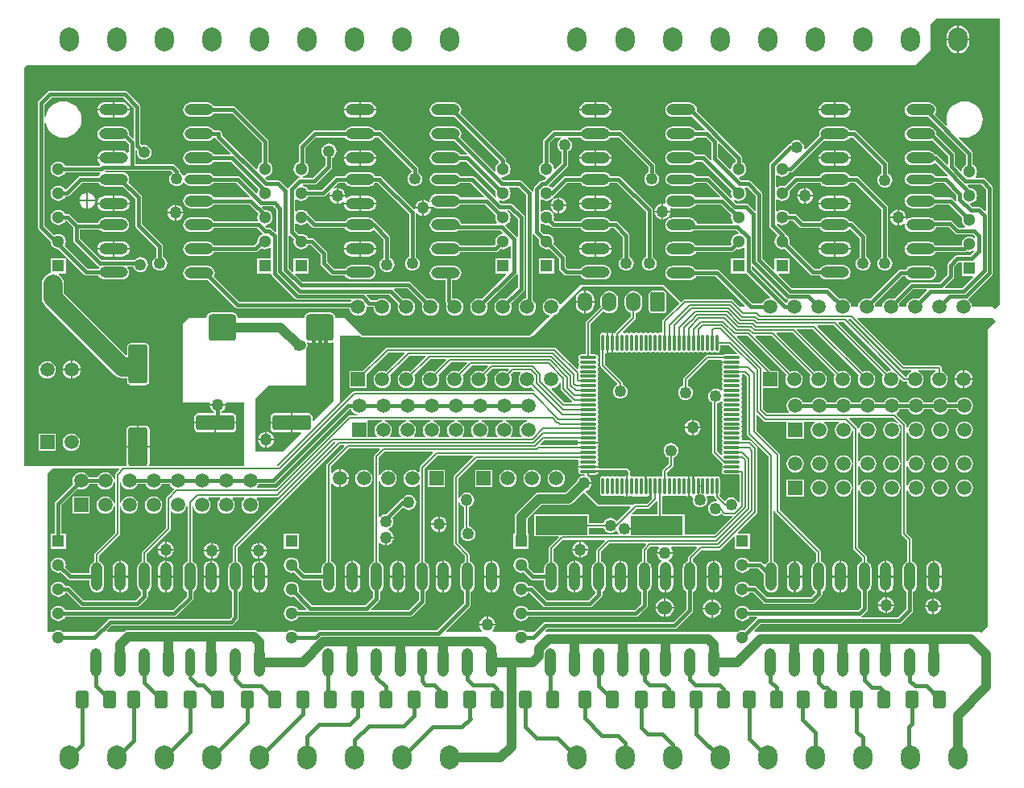
<source format=gtl>
G04 Layer_Physical_Order=1*
G04 Layer_Color=255*
%FSLAX25Y25*%
%MOIN*%
G70*
G01*
G75*
%ADD10O,0.03937X0.11811*%
%ADD11O,0.04724X0.11811*%
%ADD12R,0.21654X0.07874*%
%ADD13O,0.11811X0.04724*%
%ADD14O,0.11811X0.03937*%
%ADD15O,0.01181X0.07087*%
%ADD16O,0.07087X0.01181*%
G04:AMPARAMS|DCode=17|XSize=70.87mil|YSize=51.18mil|CornerRadius=6.4mil|HoleSize=0mil|Usage=FLASHONLY|Rotation=90.000|XOffset=0mil|YOffset=0mil|HoleType=Round|Shape=RoundedRectangle|*
%AMROUNDEDRECTD17*
21,1,0.07087,0.03839,0,0,90.0*
21,1,0.05807,0.05118,0,0,90.0*
1,1,0.01280,0.01919,0.02904*
1,1,0.01280,0.01919,-0.02904*
1,1,0.01280,-0.01919,-0.02904*
1,1,0.01280,-0.01919,0.02904*
%
%ADD17ROUNDEDRECTD17*%
G04:AMPARAMS|DCode=18|XSize=157.48mil|YSize=62.99mil|CornerRadius=7.87mil|HoleSize=0mil|Usage=FLASHONLY|Rotation=0.000|XOffset=0mil|YOffset=0mil|HoleType=Round|Shape=RoundedRectangle|*
%AMROUNDEDRECTD18*
21,1,0.15748,0.04724,0,0,0.0*
21,1,0.14173,0.06299,0,0,0.0*
1,1,0.01575,0.07087,-0.02362*
1,1,0.01575,-0.07087,-0.02362*
1,1,0.01575,-0.07087,0.02362*
1,1,0.01575,0.07087,0.02362*
%
%ADD18ROUNDEDRECTD18*%
G04:AMPARAMS|DCode=19|XSize=78.74mil|YSize=161.42mil|CornerRadius=9.84mil|HoleSize=0mil|Usage=FLASHONLY|Rotation=180.000|XOffset=0mil|YOffset=0mil|HoleType=Round|Shape=RoundedRectangle|*
%AMROUNDEDRECTD19*
21,1,0.07874,0.14173,0,0,180.0*
21,1,0.05906,0.16142,0,0,180.0*
1,1,0.01969,-0.02953,0.07087*
1,1,0.01969,0.02953,0.07087*
1,1,0.01969,0.02953,-0.07087*
1,1,0.01969,-0.02953,-0.07087*
%
%ADD19ROUNDEDRECTD19*%
G04:AMPARAMS|DCode=20|XSize=115mil|YSize=110mil|CornerRadius=13.75mil|HoleSize=0mil|Usage=FLASHONLY|Rotation=0.000|XOffset=0mil|YOffset=0mil|HoleType=Round|Shape=RoundedRectangle|*
%AMROUNDEDRECTD20*
21,1,0.11500,0.08250,0,0,0.0*
21,1,0.08750,0.11000,0,0,0.0*
1,1,0.02750,0.04375,-0.04125*
1,1,0.02750,-0.04375,-0.04125*
1,1,0.02750,-0.04375,0.04125*
1,1,0.02750,0.04375,0.04125*
%
%ADD20ROUNDEDRECTD20*%
%ADD21C,0.00787*%
%ADD22C,0.03937*%
%ADD23C,0.01575*%
%ADD24C,0.07874*%
%ADD25O,0.07874X0.09843*%
%ADD26C,0.06000*%
%ADD27R,0.05118X0.05118*%
%ADD28C,0.05118*%
%ADD29C,0.05906*%
%ADD30R,0.05906X0.05906*%
%ADD31R,0.05906X0.05906*%
%ADD32C,0.05906*%
%ADD33R,0.05906X0.05906*%
%ADD34O,0.06000X0.08000*%
G04:AMPARAMS|DCode=35|XSize=60mil|YSize=80mil|CornerRadius=7.5mil|HoleSize=0mil|Usage=FLASHONLY|Rotation=180.000|XOffset=0mil|YOffset=0mil|HoleType=Round|Shape=RoundedRectangle|*
%AMROUNDEDRECTD35*
21,1,0.06000,0.06500,0,0,180.0*
21,1,0.04500,0.08000,0,0,180.0*
1,1,0.01500,-0.02250,0.03250*
1,1,0.01500,0.02250,0.03250*
1,1,0.01500,0.02250,-0.03250*
1,1,0.01500,-0.02250,-0.03250*
%
%ADD35ROUNDEDRECTD35*%
%ADD36C,0.05000*%
%ADD37C,0.04921*%
G36*
X362880Y183023D02*
X363206Y182805D01*
X363590Y182729D01*
X366937D01*
X367037Y182229D01*
X366713Y182095D01*
X365973Y181527D01*
X365405Y180787D01*
X365080Y180003D01*
X364483D01*
X340941Y203546D01*
X341132Y204008D01*
X341895D01*
X362880Y183023D01*
D02*
G37*
G36*
X358632Y183017D02*
X358383Y182559D01*
X357575Y182452D01*
X356792Y182128D01*
X336751Y202168D01*
X336942Y202630D01*
X339018D01*
X358632Y183017D01*
D02*
G37*
G36*
X122644Y194170D02*
X126625D01*
X127469Y194338D01*
X127559Y194398D01*
X128000Y194163D01*
Y170000D01*
X119654Y161654D01*
X119192Y161846D01*
Y163362D01*
X119070Y163977D01*
X118722Y164498D01*
X118201Y164846D01*
X117587Y164968D01*
X110894D01*
Y161000D01*
Y157032D01*
X114379D01*
X114570Y156570D01*
X107000Y149000D01*
X95500D01*
Y171000D01*
X96500Y172000D01*
X101000Y176500D01*
X116500D01*
Y191403D01*
X116735Y191709D01*
X116993Y192332D01*
X117081Y193000D01*
X116993Y193668D01*
X116913Y193861D01*
X117277Y194289D01*
X117875Y194170D01*
X121856D01*
Y200500D01*
X122644D01*
Y194170D01*
D02*
G37*
G36*
X402000Y203000D02*
X398500Y199500D01*
Y77500D01*
Y76500D01*
X396000Y74000D01*
X395500Y74500D01*
X302140D01*
X301949Y74962D01*
X304582Y77595D01*
X362000D01*
X362538Y77702D01*
X362993Y78007D01*
X367332Y82345D01*
X367637Y82801D01*
X367743Y83339D01*
Y91087D01*
X367828Y91122D01*
X368444Y91595D01*
X368918Y92212D01*
X369215Y92930D01*
X369317Y93701D01*
Y100787D01*
X369215Y101558D01*
X368918Y102277D01*
X368444Y102893D01*
X367828Y103367D01*
X367342Y103568D01*
Y112661D01*
X367266Y113045D01*
X367048Y113371D01*
X365003Y115416D01*
Y132836D01*
X365504Y132935D01*
X365803Y132213D01*
X366371Y131473D01*
X367111Y130905D01*
X367973Y130548D01*
X368898Y130426D01*
X369823Y130548D01*
X370685Y130905D01*
X371425Y131473D01*
X371993Y132213D01*
X372350Y133075D01*
X372471Y134000D01*
X372350Y134925D01*
X371993Y135787D01*
X371425Y136527D01*
X370685Y137095D01*
X369823Y137452D01*
X368898Y137574D01*
X367973Y137452D01*
X367111Y137095D01*
X366371Y136527D01*
X365803Y135787D01*
X365504Y135065D01*
X365003Y135164D01*
Y142836D01*
X365504Y142935D01*
X365803Y142213D01*
X366371Y141473D01*
X367111Y140905D01*
X367973Y140548D01*
X368898Y140426D01*
X369823Y140548D01*
X370685Y140905D01*
X371425Y141473D01*
X371993Y142213D01*
X372350Y143075D01*
X372471Y144000D01*
X372350Y144925D01*
X371993Y145787D01*
X371425Y146527D01*
X370685Y147095D01*
X369823Y147452D01*
X368898Y147574D01*
X367973Y147452D01*
X367111Y147095D01*
X366371Y146527D01*
X365803Y145787D01*
X365504Y145065D01*
X365003Y145164D01*
Y156836D01*
X365504Y156935D01*
X365803Y156213D01*
X366371Y155473D01*
X367111Y154905D01*
X367973Y154548D01*
X368898Y154426D01*
X369823Y154548D01*
X370685Y154905D01*
X371425Y155473D01*
X371993Y156213D01*
X372350Y157075D01*
X372471Y158000D01*
X372350Y158925D01*
X371993Y159787D01*
X371425Y160527D01*
X370685Y161095D01*
X369823Y161452D01*
X368898Y161574D01*
X367973Y161452D01*
X367111Y161095D01*
X366371Y160527D01*
X365803Y159787D01*
X365504Y159065D01*
X365003Y159164D01*
Y160000D01*
X364927Y160384D01*
X364710Y160710D01*
X360927Y164492D01*
X360982Y165134D01*
X361425Y165473D01*
X361993Y166213D01*
X362151Y166595D01*
X365644D01*
X365803Y166213D01*
X366371Y165473D01*
X367111Y164905D01*
X367973Y164548D01*
X368898Y164426D01*
X369823Y164548D01*
X370685Y164905D01*
X371425Y165473D01*
X371993Y166213D01*
X372151Y166595D01*
X375644D01*
X375803Y166213D01*
X376371Y165473D01*
X377111Y164905D01*
X377973Y164548D01*
X378898Y164426D01*
X379823Y164548D01*
X380685Y164905D01*
X381425Y165473D01*
X381993Y166213D01*
X382151Y166595D01*
X385644D01*
X385803Y166213D01*
X386370Y165473D01*
X387111Y164905D01*
X387973Y164548D01*
X388898Y164426D01*
X389823Y164548D01*
X390685Y164905D01*
X391425Y165473D01*
X391993Y166213D01*
X392350Y167075D01*
X392472Y168000D01*
X392350Y168925D01*
X391993Y169787D01*
X391425Y170527D01*
X390685Y171095D01*
X389823Y171452D01*
X388898Y171574D01*
X387973Y171452D01*
X387111Y171095D01*
X386370Y170527D01*
X385803Y169787D01*
X385644Y169405D01*
X382151D01*
X381993Y169787D01*
X381425Y170527D01*
X380685Y171095D01*
X379823Y171452D01*
X378898Y171574D01*
X377973Y171452D01*
X377111Y171095D01*
X376371Y170527D01*
X375803Y169787D01*
X375644Y169405D01*
X372151D01*
X371993Y169787D01*
X371425Y170527D01*
X370685Y171095D01*
X369823Y171452D01*
X368898Y171574D01*
X367973Y171452D01*
X367111Y171095D01*
X366371Y170527D01*
X365803Y169787D01*
X365644Y169405D01*
X362151D01*
X361993Y169787D01*
X361425Y170527D01*
X360685Y171095D01*
X359823Y171452D01*
X358898Y171574D01*
X357973Y171452D01*
X357111Y171095D01*
X356370Y170527D01*
X355803Y169787D01*
X355644Y169405D01*
X352151D01*
X351993Y169787D01*
X351425Y170527D01*
X350685Y171095D01*
X349823Y171452D01*
X348898Y171574D01*
X347973Y171452D01*
X347111Y171095D01*
X346371Y170527D01*
X345803Y169787D01*
X345644Y169405D01*
X342151D01*
X341993Y169787D01*
X341425Y170527D01*
X340685Y171095D01*
X339823Y171452D01*
X338898Y171574D01*
X337973Y171452D01*
X337111Y171095D01*
X336370Y170527D01*
X335803Y169787D01*
X335644Y169405D01*
X332151D01*
X331993Y169787D01*
X331425Y170527D01*
X330685Y171095D01*
X329823Y171452D01*
X328898Y171574D01*
X327973Y171452D01*
X327111Y171095D01*
X326371Y170527D01*
X325803Y169787D01*
X325644Y169405D01*
X322151D01*
X321993Y169787D01*
X321425Y170527D01*
X320685Y171095D01*
X319823Y171452D01*
X318898Y171574D01*
X317973Y171452D01*
X317111Y171095D01*
X316371Y170527D01*
X315803Y169787D01*
X315446Y168925D01*
X315324Y168000D01*
X315446Y167075D01*
X315803Y166213D01*
X316299Y165567D01*
X316150Y165067D01*
X307285D01*
X305567Y166785D01*
Y175457D01*
X312043D01*
Y182543D01*
X308876D01*
X294885Y196535D01*
X295076Y196996D01*
X299084D01*
X315372Y180708D01*
X315048Y179925D01*
X314926Y179000D01*
X315048Y178075D01*
X315405Y177213D01*
X315973Y176473D01*
X316713Y175905D01*
X317575Y175548D01*
X318500Y175426D01*
X319425Y175548D01*
X320287Y175905D01*
X321027Y176473D01*
X321595Y177213D01*
X321952Y178075D01*
X322074Y179000D01*
X321952Y179925D01*
X321595Y180787D01*
X321027Y181527D01*
X320287Y182095D01*
X319425Y182452D01*
X318500Y182574D01*
X317575Y182452D01*
X316792Y182128D01*
X302465Y196455D01*
X302656Y196916D01*
X309164D01*
X325372Y180708D01*
X325048Y179925D01*
X324926Y179000D01*
X325048Y178075D01*
X325405Y177213D01*
X325973Y176473D01*
X326713Y175905D01*
X327575Y175548D01*
X328500Y175426D01*
X329425Y175548D01*
X330287Y175905D01*
X331027Y176473D01*
X331595Y177213D01*
X331952Y178075D01*
X332074Y179000D01*
X331952Y179925D01*
X331595Y180787D01*
X331027Y181527D01*
X330287Y182095D01*
X329425Y182452D01*
X328500Y182574D01*
X327575Y182452D01*
X326792Y182128D01*
X311087Y197833D01*
X311278Y198294D01*
X317786D01*
X335372Y180708D01*
X335048Y179925D01*
X334926Y179000D01*
X335048Y178075D01*
X335405Y177213D01*
X335973Y176473D01*
X336713Y175905D01*
X337575Y175548D01*
X338500Y175426D01*
X339425Y175548D01*
X340287Y175905D01*
X341027Y176473D01*
X341595Y177213D01*
X341952Y178075D01*
X342074Y179000D01*
X341952Y179925D01*
X341595Y180787D01*
X341027Y181527D01*
X340287Y182095D01*
X339425Y182452D01*
X338500Y182574D01*
X337575Y182452D01*
X336792Y182128D01*
X319507Y199413D01*
X319698Y199874D01*
X326206D01*
X345372Y180708D01*
X345048Y179925D01*
X344926Y179000D01*
X345048Y178075D01*
X345405Y177213D01*
X345973Y176473D01*
X346713Y175905D01*
X347575Y175548D01*
X348500Y175426D01*
X349425Y175548D01*
X350287Y175905D01*
X351027Y176473D01*
X351595Y177213D01*
X351952Y178075D01*
X352074Y179000D01*
X351952Y179925D01*
X351595Y180787D01*
X351027Y181527D01*
X350287Y182095D01*
X349425Y182452D01*
X348500Y182574D01*
X347575Y182452D01*
X346792Y182128D01*
X328129Y200790D01*
X328320Y201252D01*
X334828D01*
X355372Y180708D01*
X355048Y179925D01*
X354926Y179000D01*
X355048Y178075D01*
X355405Y177213D01*
X355973Y176473D01*
X356713Y175905D01*
X357575Y175548D01*
X358500Y175426D01*
X359425Y175548D01*
X360287Y175905D01*
X361027Y176473D01*
X361595Y177213D01*
X361952Y178075D01*
X362058Y178883D01*
X362517Y179132D01*
X363358Y178290D01*
X363684Y178073D01*
X364068Y177997D01*
X365080D01*
X365405Y177213D01*
X365973Y176473D01*
X366713Y175905D01*
X367575Y175548D01*
X368500Y175426D01*
X369425Y175548D01*
X370287Y175905D01*
X371027Y176473D01*
X371595Y177213D01*
X371952Y178075D01*
X372074Y179000D01*
X371952Y179925D01*
X371595Y180787D01*
X371027Y181527D01*
X370287Y182095D01*
X369964Y182229D01*
X370063Y182729D01*
X376937D01*
X377036Y182229D01*
X376713Y182095D01*
X375973Y181527D01*
X375405Y180787D01*
X375048Y179925D01*
X374926Y179000D01*
X375048Y178075D01*
X375405Y177213D01*
X375973Y176473D01*
X376713Y175905D01*
X377575Y175548D01*
X378500Y175426D01*
X379425Y175548D01*
X380287Y175905D01*
X381027Y176473D01*
X381595Y177213D01*
X381952Y178075D01*
X382074Y179000D01*
X381952Y179925D01*
X381595Y180787D01*
X381027Y181527D01*
X380287Y182095D01*
X379503Y182420D01*
Y183733D01*
X379427Y184117D01*
X379210Y184442D01*
X378884Y184660D01*
X378500Y184736D01*
X364006D01*
X344704Y204038D01*
X344895Y204500D01*
X400500D01*
X402000Y203000D01*
D02*
G37*
G36*
X207912Y161496D02*
X207575Y161452D01*
X206713Y161095D01*
X205973Y160527D01*
X205405Y159787D01*
X205048Y158925D01*
X204926Y158000D01*
X205048Y157075D01*
X205405Y156213D01*
X205901Y155567D01*
X205753Y155067D01*
X201247D01*
X201099Y155567D01*
X201595Y156213D01*
X201952Y157075D01*
X202074Y158000D01*
X201952Y158925D01*
X201595Y159787D01*
X201027Y160527D01*
X200287Y161095D01*
X199425Y161452D01*
X199088Y161496D01*
X199121Y161996D01*
X207879D01*
X207912Y161496D01*
D02*
G37*
G36*
X361419Y161162D02*
X361089Y160785D01*
X360685Y161095D01*
X359823Y161452D01*
X358898Y161574D01*
X357973Y161452D01*
X357111Y161095D01*
X356370Y160527D01*
X355803Y159787D01*
X355446Y158925D01*
X355324Y158000D01*
X355446Y157075D01*
X355803Y156213D01*
X356370Y155473D01*
X357111Y154905D01*
X357973Y154548D01*
X358898Y154426D01*
X359823Y154548D01*
X360685Y154905D01*
X361425Y155473D01*
X361993Y156213D01*
X362350Y157075D01*
X362472Y158000D01*
X362350Y158925D01*
X361993Y159787D01*
X361683Y160191D01*
X362059Y160521D01*
X362997Y159584D01*
Y115000D01*
X363073Y114616D01*
X363290Y114290D01*
X365335Y112246D01*
Y103568D01*
X364849Y103367D01*
X364233Y102893D01*
X363759Y102277D01*
X363462Y101558D01*
X363360Y100787D01*
Y93701D01*
X363462Y92930D01*
X363759Y92212D01*
X364233Y91595D01*
X364849Y91122D01*
X364934Y91087D01*
Y83921D01*
X361418Y80405D01*
X346493D01*
X346341Y80905D01*
X346493Y81007D01*
X348513Y83026D01*
X348818Y83482D01*
X348925Y84020D01*
Y91087D01*
X349009Y91122D01*
X349626Y91595D01*
X350099Y92212D01*
X350396Y92930D01*
X350498Y93701D01*
Y100787D01*
X350396Y101558D01*
X350099Y102277D01*
X349626Y102893D01*
X349009Y103367D01*
X348523Y103568D01*
Y105480D01*
X348447Y105864D01*
X348229Y106190D01*
X345004Y109416D01*
Y132836D01*
X345503Y132935D01*
X345803Y132213D01*
X346371Y131473D01*
X347111Y130905D01*
X347973Y130548D01*
X348898Y130426D01*
X349823Y130548D01*
X350685Y130905D01*
X351425Y131473D01*
X351993Y132213D01*
X352350Y133075D01*
X352471Y134000D01*
X352350Y134925D01*
X351993Y135787D01*
X351425Y136527D01*
X350685Y137095D01*
X349823Y137452D01*
X348898Y137574D01*
X347973Y137452D01*
X347111Y137095D01*
X346371Y136527D01*
X345803Y135787D01*
X345503Y135065D01*
X345004Y135164D01*
Y142836D01*
X345503Y142935D01*
X345803Y142213D01*
X346371Y141473D01*
X347111Y140905D01*
X347973Y140548D01*
X348898Y140426D01*
X349823Y140548D01*
X350685Y140905D01*
X351425Y141473D01*
X351993Y142213D01*
X352350Y143075D01*
X352471Y144000D01*
X352350Y144925D01*
X351993Y145787D01*
X351425Y146527D01*
X350685Y147095D01*
X349823Y147452D01*
X348898Y147574D01*
X347973Y147452D01*
X347111Y147095D01*
X346371Y146527D01*
X345803Y145787D01*
X345503Y145065D01*
X345004Y145164D01*
Y156836D01*
X345503Y156935D01*
X345803Y156213D01*
X346371Y155473D01*
X347111Y154905D01*
X347973Y154548D01*
X348898Y154426D01*
X349823Y154548D01*
X350685Y154905D01*
X351425Y155473D01*
X351993Y156213D01*
X352350Y157075D01*
X352471Y158000D01*
X352350Y158925D01*
X351993Y159787D01*
X351425Y160527D01*
X350685Y161095D01*
X349823Y161452D01*
X348898Y161574D01*
X347973Y161452D01*
X347111Y161095D01*
X346371Y160527D01*
X345803Y159787D01*
X345446Y158925D01*
X345436Y158853D01*
X344940Y158786D01*
X344927Y158850D01*
X344710Y159175D01*
X341287Y162598D01*
X341478Y163059D01*
X359521D01*
X361419Y161162D01*
D02*
G37*
G36*
X221996Y177568D02*
Y175000D01*
X222073Y174616D01*
X222290Y174290D01*
X226640Y169940D01*
X226433Y169440D01*
X223411D01*
X218113Y174738D01*
X218292Y175266D01*
X218976Y175356D01*
X219886Y175733D01*
X220668Y176332D01*
X221267Y177114D01*
X221497Y177668D01*
X221996Y177568D01*
D02*
G37*
G36*
X397863Y257650D02*
Y248777D01*
X397401Y248586D01*
X396056Y249931D01*
X395601Y250235D01*
X395063Y250342D01*
X392077D01*
X391089Y251331D01*
X391268Y251858D01*
X391822Y251932D01*
X392588Y252249D01*
X393246Y252754D01*
X393751Y253412D01*
X394069Y254178D01*
X394177Y255000D01*
X394069Y255822D01*
X393751Y256588D01*
X393246Y257246D01*
X392588Y257751D01*
X391822Y258068D01*
X391357Y258130D01*
X390291Y259196D01*
X390482Y259658D01*
X395855D01*
X397863Y257650D01*
D02*
G37*
G36*
X302595Y254918D02*
Y249045D01*
X302133Y248854D01*
X299493Y251493D01*
X299038Y251798D01*
X298500Y251905D01*
X294582D01*
X293645Y252842D01*
X293912Y253249D01*
X294678Y252931D01*
X295500Y252823D01*
X296322Y252931D01*
X297088Y253249D01*
X297746Y253754D01*
X298251Y254412D01*
X298569Y255178D01*
X298677Y256000D01*
X298569Y256822D01*
X298251Y257588D01*
X297911Y258032D01*
X298157Y258532D01*
X298981D01*
X302595Y254918D01*
D02*
G37*
G36*
X294095Y269980D02*
Y268827D01*
X293912Y268751D01*
X293254Y268246D01*
X292749Y267588D01*
X292431Y266822D01*
X292358Y266268D01*
X291831Y266089D01*
X286905Y271014D01*
Y276517D01*
X287367Y276709D01*
X294095Y269980D01*
D02*
G37*
G36*
X245518Y217361D02*
X264139D01*
X270500Y211000D01*
X270596D01*
X270838Y210758D01*
X270921Y210341D01*
X264259Y203678D01*
X264041Y203352D01*
X263965Y202969D01*
Y198554D01*
X263465Y198287D01*
X263461Y198290D01*
X263000Y198381D01*
X262539Y198290D01*
X262381Y198184D01*
X262016Y198070D01*
X261651Y198184D01*
X261492Y198290D01*
X261032Y198381D01*
X260571Y198290D01*
X260412Y198184D01*
X260047Y198070D01*
X259682Y198184D01*
X259524Y198290D01*
X259063Y198381D01*
X258602Y198290D01*
X258444Y198184D01*
X258079Y198070D01*
X257714Y198184D01*
X257555Y198290D01*
X257095Y198381D01*
X256634Y198290D01*
X256475Y198184D01*
X256110Y198070D01*
X255745Y198184D01*
X255587Y198290D01*
X255126Y198381D01*
X254665Y198290D01*
X254507Y198184D01*
X254142Y198070D01*
X253777Y198184D01*
X253618Y198290D01*
X253157Y198381D01*
X252697Y198290D01*
X252538Y198184D01*
X252173Y198070D01*
X251808Y198184D01*
X251650Y198290D01*
X251189Y198381D01*
X250728Y198290D01*
X250570Y198184D01*
X250205Y198070D01*
X249840Y198184D01*
X249681Y198290D01*
X249220Y198381D01*
X248760Y198290D01*
X248601Y198184D01*
X248284Y198085D01*
X247807Y198313D01*
X247685Y198766D01*
X252710Y203790D01*
X252927Y204116D01*
X253004Y204500D01*
Y206529D01*
X253811Y206864D01*
X254561Y207439D01*
X255136Y208189D01*
X255498Y209063D01*
X255622Y210000D01*
Y212000D01*
X255498Y212937D01*
X255136Y213811D01*
X254561Y214561D01*
X253811Y215136D01*
X252937Y215498D01*
X252000Y215621D01*
X251063Y215498D01*
X250189Y215136D01*
X249439Y214561D01*
X248864Y213811D01*
X248502Y212937D01*
X248378Y212000D01*
Y210000D01*
X248502Y209063D01*
X248864Y208189D01*
X249439Y207439D01*
X250189Y206864D01*
X250996Y206529D01*
Y204916D01*
X244574Y198493D01*
X244322Y198188D01*
X243959Y198404D01*
X243853Y198475D01*
X243709Y198504D01*
Y194224D01*
Y189945D01*
X243853Y189974D01*
X244308Y190278D01*
X244800Y190174D01*
X244823Y190159D01*
X245284Y190067D01*
X245744Y190159D01*
X245903Y190265D01*
X246268Y190379D01*
X246633Y190265D01*
X246791Y190159D01*
X247252Y190067D01*
X247713Y190159D01*
X247871Y190265D01*
X248236Y190379D01*
X248601Y190265D01*
X248760Y190159D01*
X249220Y190067D01*
X249681Y190159D01*
X249840Y190265D01*
X250205Y190379D01*
X250570Y190265D01*
X250728Y190159D01*
X251189Y190067D01*
X251650Y190159D01*
X251808Y190265D01*
X252173Y190379D01*
X252538Y190265D01*
X252697Y190159D01*
X253157Y190067D01*
X253618Y190159D01*
X253777Y190265D01*
X254142Y190379D01*
X254507Y190265D01*
X254665Y190159D01*
X255126Y190067D01*
X255587Y190159D01*
X255745Y190265D01*
X256110Y190379D01*
X256475Y190265D01*
X256634Y190159D01*
X257095Y190067D01*
X257555Y190159D01*
X257714Y190265D01*
X258079Y190379D01*
X258444Y190265D01*
X258602Y190159D01*
X259063Y190067D01*
X259524Y190159D01*
X259682Y190265D01*
X260047Y190379D01*
X260412Y190265D01*
X260571Y190159D01*
X261032Y190067D01*
X261492Y190159D01*
X261651Y190265D01*
X262016Y190379D01*
X262381Y190265D01*
X262539Y190159D01*
X263000Y190067D01*
X263461Y190159D01*
X263619Y190265D01*
X263984Y190379D01*
X264349Y190265D01*
X264508Y190159D01*
X264968Y190067D01*
X265429Y190159D01*
X265588Y190265D01*
X265953Y190379D01*
X266318Y190265D01*
X266476Y190159D01*
X266937Y190067D01*
X267398Y190159D01*
X267556Y190265D01*
X267921Y190379D01*
X268286Y190265D01*
X268445Y190159D01*
X268905Y190067D01*
X269366Y190159D01*
X269525Y190265D01*
X269890Y190379D01*
X270255Y190265D01*
X270413Y190159D01*
X270874Y190067D01*
X271335Y190159D01*
X271493Y190265D01*
X271858Y190379D01*
X272223Y190265D01*
X272382Y190159D01*
X272843Y190067D01*
X273303Y190159D01*
X273462Y190265D01*
X273827Y190379D01*
X274192Y190265D01*
X274350Y190159D01*
X274811Y190067D01*
X275272Y190159D01*
X275430Y190265D01*
X275795Y190379D01*
X276160Y190265D01*
X276319Y190159D01*
X276780Y190067D01*
X277240Y190159D01*
X277399Y190265D01*
X277764Y190379D01*
X278129Y190265D01*
X278287Y190159D01*
X278748Y190067D01*
X279209Y190159D01*
X279367Y190265D01*
X279732Y190379D01*
X280097Y190265D01*
X280256Y190159D01*
X280716Y190067D01*
X281177Y190159D01*
X281336Y190265D01*
X281701Y190379D01*
X282066Y190265D01*
X282224Y190159D01*
X282685Y190067D01*
X283146Y190159D01*
X283304Y190265D01*
X283669Y190379D01*
X284034Y190265D01*
X284193Y190159D01*
X284653Y190067D01*
X285114Y190159D01*
X285273Y190265D01*
X285638Y190379D01*
X286003Y190265D01*
X286161Y190159D01*
X286622Y190067D01*
X287083Y190159D01*
X287474Y190420D01*
X287735Y190811D01*
X287826Y191272D01*
Y193221D01*
X291462D01*
X294895Y189788D01*
X294704Y189326D01*
X289772D01*
X289311Y189235D01*
X289148Y189126D01*
X282622D01*
X282238Y189049D01*
X281912Y188832D01*
X272790Y179710D01*
X272573Y179384D01*
X272497Y179000D01*
Y176387D01*
X271961Y176165D01*
X271324Y175676D01*
X270835Y175039D01*
X270527Y174296D01*
X270423Y173500D01*
X270527Y172704D01*
X270835Y171961D01*
X271324Y171324D01*
X271961Y170835D01*
X272704Y170527D01*
X273500Y170422D01*
X274296Y170527D01*
X275039Y170835D01*
X275676Y171324D01*
X276165Y171961D01*
X276473Y172704D01*
X276577Y173500D01*
X276473Y174296D01*
X276165Y175039D01*
X275676Y175676D01*
X275039Y176165D01*
X274503Y176387D01*
Y178584D01*
X283038Y187118D01*
X288245D01*
X288284Y187047D01*
X288459Y186618D01*
X288445Y186547D01*
X292724D01*
Y185760D01*
X288445D01*
X288474Y185616D01*
X288778Y185160D01*
X288674Y184668D01*
X288659Y184646D01*
X288567Y184185D01*
X288659Y183724D01*
X288920Y183334D01*
Y183068D01*
X288659Y182677D01*
X288567Y182217D01*
X288659Y181756D01*
X288920Y181365D01*
Y181099D01*
X288659Y180709D01*
X288567Y180248D01*
X288659Y179787D01*
X288920Y179396D01*
Y179131D01*
X288659Y178740D01*
X288567Y178279D01*
X288659Y177819D01*
X288920Y177428D01*
Y177163D01*
X288659Y176772D01*
X288567Y176311D01*
X288659Y175850D01*
X288920Y175460D01*
Y175194D01*
X288659Y174803D01*
X288590Y174458D01*
X288406Y174332D01*
X288312Y174295D01*
X288078Y174251D01*
X287539Y174665D01*
X286796Y174973D01*
X286000Y175077D01*
X285204Y174973D01*
X284461Y174665D01*
X283824Y174176D01*
X283335Y173539D01*
X283027Y172796D01*
X282923Y172000D01*
X283027Y171203D01*
X283335Y170461D01*
X283824Y169824D01*
X284461Y169335D01*
X284496Y169320D01*
Y148828D01*
X284573Y148444D01*
X284790Y148118D01*
X288592Y144317D01*
X288778Y143840D01*
X288474Y143384D01*
X288445Y143240D01*
X292724D01*
Y142453D01*
X288445D01*
X288474Y142309D01*
X288778Y141853D01*
X288674Y141361D01*
X288659Y141339D01*
X288567Y140878D01*
X288659Y140417D01*
X288920Y140026D01*
X289311Y139765D01*
X289772Y139674D01*
X295677D01*
X295863Y139522D01*
Y128162D01*
X295363Y128062D01*
X295165Y128539D01*
X294676Y129176D01*
X294039Y129665D01*
X293297Y129973D01*
X292500Y130078D01*
X291704Y129973D01*
X290961Y129665D01*
X290324Y129176D01*
X290085Y128865D01*
X289586Y128833D01*
X287626Y130794D01*
Y131199D01*
X287735Y131362D01*
X287826Y131823D01*
Y137728D01*
X287735Y138189D01*
X287474Y138580D01*
X287083Y138841D01*
X286622Y138933D01*
X286161Y138841D01*
X286003Y138735D01*
X285638Y138621D01*
X285273Y138735D01*
X285114Y138841D01*
X284653Y138933D01*
X284193Y138841D01*
X284034Y138735D01*
X283669Y138621D01*
X283304Y138735D01*
X283146Y138841D01*
X282685Y138933D01*
X282224Y138841D01*
X282066Y138735D01*
X281701Y138621D01*
X281336Y138735D01*
X281177Y138841D01*
X280716Y138933D01*
X280256Y138841D01*
X280097Y138735D01*
X279732Y138621D01*
X279367Y138735D01*
X279209Y138841D01*
X278748Y138933D01*
X278287Y138841D01*
X278265Y138826D01*
X277773Y138722D01*
X277317Y139026D01*
X277173Y139055D01*
Y134776D01*
X276386D01*
Y139055D01*
X276242Y139026D01*
X275795Y138728D01*
X275349Y139026D01*
X275205Y139055D01*
Y134776D01*
Y130496D01*
X275349Y130525D01*
X275795Y130823D01*
X276242Y130525D01*
X276284Y130516D01*
X276589Y129946D01*
X276527Y129797D01*
X276423Y129000D01*
X276527Y128203D01*
X276835Y127461D01*
X277324Y126824D01*
X277961Y126335D01*
X278703Y126027D01*
X279500Y125923D01*
X280296Y126027D01*
X281039Y126335D01*
X281676Y126824D01*
X282165Y127461D01*
X282473Y128203D01*
X282577Y129000D01*
X282473Y129797D01*
X282313Y130183D01*
X282672Y130621D01*
X282685Y130619D01*
X283146Y130710D01*
X283304Y130816D01*
X283669Y130930D01*
X284034Y130816D01*
X284193Y130710D01*
X284653Y130619D01*
X285114Y130710D01*
X285119Y130713D01*
X285618Y130446D01*
Y130378D01*
X285695Y129994D01*
X285912Y129668D01*
X286575Y129006D01*
X286341Y128533D01*
X286000Y128577D01*
X285204Y128473D01*
X284461Y128165D01*
X283824Y127676D01*
X283335Y127039D01*
X283027Y126296D01*
X282923Y125500D01*
X283027Y124704D01*
X283335Y123961D01*
X283824Y123324D01*
X284461Y122835D01*
X285204Y122527D01*
X286000Y122423D01*
X286796Y122527D01*
X287539Y122835D01*
X288176Y123324D01*
X288511Y123346D01*
X289011Y122845D01*
X289336Y122628D01*
X289721Y122552D01*
X292800D01*
X292991Y122090D01*
X285484Y114582D01*
X273102D01*
Y123028D01*
X264003D01*
Y130446D01*
X264504Y130713D01*
X264508Y130710D01*
X264968Y130619D01*
X265429Y130710D01*
X265588Y130816D01*
X265953Y130930D01*
X266318Y130816D01*
X266476Y130710D01*
X266937Y130619D01*
X267398Y130710D01*
X267556Y130816D01*
X267921Y130930D01*
X268286Y130816D01*
X268445Y130710D01*
X268905Y130619D01*
X269366Y130710D01*
X269525Y130816D01*
X269890Y130930D01*
X270255Y130816D01*
X270413Y130710D01*
X270874Y130619D01*
X271335Y130710D01*
X271493Y130816D01*
X271858Y130930D01*
X272223Y130816D01*
X272382Y130710D01*
X272843Y130619D01*
X273303Y130710D01*
X273326Y130725D01*
X273818Y130829D01*
X274273Y130525D01*
X274417Y130496D01*
Y134776D01*
Y139055D01*
X274273Y139026D01*
X273818Y138722D01*
X273326Y138826D01*
X273303Y138841D01*
X272843Y138933D01*
X272382Y138841D01*
X272223Y138735D01*
X271858Y138621D01*
X271493Y138735D01*
X271335Y138841D01*
X270874Y138933D01*
X270413Y138841D01*
X270255Y138735D01*
X269890Y138621D01*
X269525Y138735D01*
X269366Y138841D01*
X268905Y138933D01*
X268445Y138841D01*
X268286Y138735D01*
X267921Y138621D01*
X267556Y138735D01*
X267398Y138841D01*
X266937Y138933D01*
X266476Y138841D01*
X266472Y138838D01*
X265972Y139105D01*
Y140553D01*
X268210Y142790D01*
X268427Y143116D01*
X268503Y143500D01*
Y146613D01*
X269039Y146835D01*
X269676Y147324D01*
X270165Y147961D01*
X270473Y148704D01*
X270578Y149500D01*
X270473Y150296D01*
X270165Y151039D01*
X269676Y151676D01*
X269039Y152165D01*
X268297Y152473D01*
X267500Y152577D01*
X266704Y152473D01*
X265961Y152165D01*
X265324Y151676D01*
X264835Y151039D01*
X264527Y150296D01*
X264422Y149500D01*
X264527Y148704D01*
X264835Y147961D01*
X265324Y147324D01*
X265961Y146835D01*
X266496Y146613D01*
Y143916D01*
X264259Y141678D01*
X264041Y141352D01*
X263965Y140969D01*
Y139105D01*
X263465Y138838D01*
X263461Y138841D01*
X263000Y138933D01*
X262539Y138841D01*
X262381Y138735D01*
X262016Y138621D01*
X261651Y138735D01*
X261492Y138841D01*
X261032Y138933D01*
X260571Y138841D01*
X260412Y138735D01*
X260047Y138621D01*
X259682Y138735D01*
X259524Y138841D01*
X259063Y138933D01*
X258602Y138841D01*
X258580Y138826D01*
X258088Y138722D01*
X257632Y139026D01*
X257488Y139055D01*
Y134776D01*
X256701D01*
Y139055D01*
X256557Y139026D01*
X256101Y138722D01*
X255609Y138826D01*
X255587Y138841D01*
X255126Y138933D01*
X254665Y138841D01*
X254507Y138735D01*
X254142Y138621D01*
X253777Y138735D01*
X253618Y138841D01*
X253157Y138933D01*
X252697Y138841D01*
X252538Y138735D01*
X252173Y138621D01*
X251808Y138735D01*
X251650Y138841D01*
X251189Y138933D01*
X250990Y138893D01*
X250886Y138950D01*
X250576Y139295D01*
X250576Y139296D01*
X250639Y139449D01*
Y140373D01*
X250590Y140490D01*
Y140618D01*
X250501Y140834D01*
X250411Y140924D01*
X250362Y141042D01*
X249452Y141952D01*
X249000Y142139D01*
X238019D01*
X237989Y142127D01*
X237963Y142134D01*
X237956Y142137D01*
X237607Y142453D01*
X228996D01*
X229025Y142309D01*
X229329Y141853D01*
X229225Y141361D01*
X229210Y141339D01*
X229119Y140878D01*
X229210Y140417D01*
X229471Y140026D01*
X229862Y139765D01*
X230323Y139674D01*
X231479D01*
X231755Y139174D01*
X231679Y139054D01*
X231500Y139077D01*
X230703Y138973D01*
X229961Y138665D01*
X229324Y138176D01*
X228835Y137539D01*
X228527Y136796D01*
X228509Y136660D01*
X223931Y132081D01*
X213000D01*
X212332Y131993D01*
X211709Y131735D01*
X211175Y131325D01*
X203675Y123825D01*
X203265Y123291D01*
X203007Y122668D01*
X202919Y122000D01*
Y115150D01*
X202350D01*
Y108850D01*
X208650D01*
Y115150D01*
X208081D01*
Y120931D01*
X214069Y126919D01*
X225000D01*
X225668Y127007D01*
X226291Y127265D01*
X226825Y127675D01*
X231127Y131977D01*
X231449Y131997D01*
X231731Y131874D01*
X231738Y131858D01*
X236958Y126638D01*
X237076Y126589D01*
X237165Y126499D01*
X237383Y126409D01*
X237510D01*
X237627Y126361D01*
X250544D01*
X250736Y125899D01*
X245307Y120471D01*
X244809Y120503D01*
X244676Y120676D01*
X244039Y121165D01*
X243297Y121473D01*
X242500Y121578D01*
X241704Y121473D01*
X240961Y121165D01*
X240324Y120676D01*
X239835Y120039D01*
X239613Y119503D01*
X233732D01*
Y123028D01*
X210898D01*
Y113972D01*
X220900D01*
X221091Y113511D01*
X217286Y109706D01*
X217069Y109380D01*
X216992Y108996D01*
Y103568D01*
X216507Y103367D01*
X215890Y102893D01*
X215417Y102277D01*
X215119Y101558D01*
X215018Y100787D01*
Y98649D01*
X210838D01*
X208492Y100994D01*
X208569Y101178D01*
X208677Y102000D01*
X208569Y102822D01*
X208251Y103588D01*
X207746Y104246D01*
X207088Y104751D01*
X206322Y105069D01*
X205500Y105177D01*
X204678Y105069D01*
X203912Y104751D01*
X203254Y104246D01*
X202749Y103588D01*
X202432Y102822D01*
X202323Y102000D01*
X202432Y101178D01*
X202749Y100412D01*
X203254Y99754D01*
X203912Y99249D01*
X204678Y98931D01*
X205500Y98823D01*
X206322Y98931D01*
X206506Y99007D01*
X209262Y96251D01*
X209718Y95946D01*
X210256Y95839D01*
X215018D01*
Y93701D01*
X215119Y92930D01*
X215417Y92212D01*
X215890Y91595D01*
X216507Y91122D01*
X217225Y90824D01*
X217996Y90723D01*
X218767Y90824D01*
X219485Y91122D01*
X220102Y91595D01*
X220575Y92212D01*
X220873Y92930D01*
X220974Y93701D01*
Y100787D01*
X220873Y101558D01*
X220575Y102277D01*
X220102Y102893D01*
X219485Y103367D01*
X219000Y103568D01*
Y108580D01*
X222994Y112575D01*
X240003D01*
X240194Y112113D01*
X236971Y108891D01*
X236754Y108565D01*
X236678Y108181D01*
Y103568D01*
X236192Y103367D01*
X235575Y102893D01*
X235102Y102277D01*
X234804Y101558D01*
X234703Y100787D01*
Y93701D01*
X234804Y92930D01*
X235102Y92212D01*
X235575Y91595D01*
X236192Y91122D01*
X236276Y91087D01*
Y90263D01*
X233418Y87405D01*
X216082D01*
X210493Y92993D01*
X210038Y93298D01*
X209500Y93405D01*
X208327D01*
X208251Y93588D01*
X207746Y94246D01*
X207088Y94751D01*
X206322Y95069D01*
X205500Y95177D01*
X204678Y95069D01*
X203912Y94751D01*
X203254Y94246D01*
X202749Y93588D01*
X202432Y92822D01*
X202323Y92000D01*
X202432Y91178D01*
X202749Y90412D01*
X203254Y89754D01*
X203912Y89249D01*
X204678Y88932D01*
X205500Y88823D01*
X206322Y88932D01*
X207088Y89249D01*
X207746Y89754D01*
X208251Y90412D01*
X208327Y90595D01*
X208918D01*
X214507Y85007D01*
X214962Y84702D01*
X215500Y84595D01*
X234000D01*
X234538Y84702D01*
X234993Y85007D01*
X238674Y88688D01*
X238979Y89143D01*
X239086Y89681D01*
Y91087D01*
X239170Y91122D01*
X239787Y91595D01*
X240260Y92212D01*
X240558Y92930D01*
X240659Y93701D01*
Y100787D01*
X240558Y101558D01*
X240260Y102277D01*
X239787Y102893D01*
X239170Y103367D01*
X238685Y103568D01*
Y107765D01*
X241916Y110996D01*
X256924D01*
X257115Y110535D01*
X255790Y109210D01*
X255573Y108884D01*
X255497Y108500D01*
Y103568D01*
X255011Y103367D01*
X254394Y102893D01*
X253921Y102277D01*
X253623Y101558D01*
X253522Y100787D01*
Y93701D01*
X253623Y92930D01*
X253921Y92212D01*
X254394Y91595D01*
X255011Y91122D01*
X255095Y91087D01*
Y86082D01*
X252418Y83405D01*
X208327D01*
X208251Y83588D01*
X207746Y84246D01*
X207088Y84751D01*
X206322Y85069D01*
X205500Y85177D01*
X204678Y85069D01*
X203912Y84751D01*
X203254Y84246D01*
X202749Y83588D01*
X202432Y82822D01*
X202323Y82000D01*
X202432Y81178D01*
X202749Y80412D01*
X203254Y79754D01*
X203912Y79249D01*
X204678Y78931D01*
X205500Y78823D01*
X206322Y78931D01*
X207088Y79249D01*
X207746Y79754D01*
X208251Y80412D01*
X208327Y80595D01*
X253000D01*
X253538Y80702D01*
X253993Y81007D01*
X257493Y84507D01*
X257798Y84962D01*
X257905Y85500D01*
Y91087D01*
X257989Y91122D01*
X258606Y91595D01*
X259079Y92212D01*
X259377Y92930D01*
X259478Y93701D01*
Y100787D01*
X259377Y101558D01*
X259079Y102277D01*
X258606Y102893D01*
X257989Y103367D01*
X257504Y103568D01*
Y108084D01*
X259038Y109618D01*
X262235D01*
X262482Y109118D01*
X262128Y108658D01*
X261797Y107858D01*
X261736Y107394D01*
X268264D01*
X268203Y107858D01*
X267871Y108658D01*
X267518Y109118D01*
X267765Y109618D01*
X278046D01*
X278237Y109157D01*
X274790Y105710D01*
X274573Y105384D01*
X274497Y105000D01*
Y103643D01*
X273830Y103367D01*
X273213Y102893D01*
X272740Y102277D01*
X272442Y101558D01*
X272341Y100787D01*
Y93701D01*
X272442Y92930D01*
X272740Y92212D01*
X273213Y91595D01*
X273830Y91122D01*
X273914Y91087D01*
Y83901D01*
X268418Y78405D01*
X215500D01*
X214962Y78298D01*
X214507Y77993D01*
X211013Y74500D01*
X207416D01*
X207088Y74751D01*
X206322Y75068D01*
X205500Y75177D01*
X204678Y75068D01*
X203912Y74751D01*
X203584Y74500D01*
X193812D01*
X193642Y75000D01*
X193845Y75155D01*
X194371Y75842D01*
X194703Y76642D01*
X194764Y77106D01*
X188236D01*
X188297Y76642D01*
X188628Y75842D01*
X189155Y75155D01*
X189358Y75000D01*
X189188Y74500D01*
X174640D01*
X174449Y74962D01*
X184312Y84825D01*
X184617Y85281D01*
X184724Y85819D01*
Y91087D01*
X184808Y91122D01*
X185425Y91595D01*
X185898Y92212D01*
X186196Y92930D01*
X186297Y93701D01*
Y100787D01*
X186196Y101558D01*
X185898Y102277D01*
X185425Y102893D01*
X184808Y103367D01*
X184322Y103568D01*
Y106181D01*
X184246Y106565D01*
X184028Y106891D01*
X179504Y111416D01*
Y128110D01*
X179989Y128193D01*
X180300Y127441D01*
X180796Y126796D01*
X181441Y126300D01*
X181997Y126070D01*
Y117680D01*
X181961Y117665D01*
X181324Y117176D01*
X180835Y116539D01*
X180527Y115796D01*
X180422Y115000D01*
X180527Y114204D01*
X180835Y113461D01*
X181324Y112824D01*
X181961Y112335D01*
X182703Y112027D01*
X183500Y111923D01*
X184297Y112027D01*
X185039Y112335D01*
X185676Y112824D01*
X186165Y113461D01*
X186473Y114204D01*
X186577Y115000D01*
X186473Y115796D01*
X186165Y116539D01*
X185676Y117176D01*
X185039Y117665D01*
X184297Y117973D01*
X184003Y118011D01*
Y126070D01*
X184559Y126300D01*
X185204Y126796D01*
X185700Y127441D01*
X186011Y128193D01*
X186117Y129000D01*
X186011Y129807D01*
X185700Y130559D01*
X185204Y131204D01*
X184559Y131700D01*
X183807Y132011D01*
X183000Y132117D01*
X182193Y132011D01*
X181441Y131700D01*
X180796Y131204D01*
X180300Y130559D01*
X179989Y129807D01*
X179504Y129890D01*
Y138084D01*
X187199Y145780D01*
X228946D01*
X229213Y145280D01*
X229210Y145276D01*
X229119Y144815D01*
X229210Y144354D01*
X229225Y144332D01*
X229329Y143840D01*
X229025Y143384D01*
X228996Y143240D01*
X237555D01*
X237526Y143384D01*
X237222Y143840D01*
X237326Y144332D01*
X237341Y144354D01*
X237433Y144815D01*
X237341Y145276D01*
X237080Y145667D01*
Y145932D01*
X237341Y146323D01*
X237433Y146783D01*
X237341Y147244D01*
X237080Y147635D01*
Y147900D01*
X237341Y148291D01*
X237433Y148752D01*
X237341Y149213D01*
X237080Y149603D01*
Y149869D01*
X237341Y150260D01*
X237433Y150721D01*
X237341Y151181D01*
X237326Y151204D01*
X237222Y151696D01*
X237526Y152151D01*
X237555Y152295D01*
X228996D01*
X229010Y152224D01*
X228835Y151796D01*
X228796Y151724D01*
X213762D01*
X213570Y152186D01*
X215038Y153654D01*
X228796D01*
X228835Y153583D01*
X229010Y153154D01*
X228996Y153083D01*
X237555D01*
X237526Y153227D01*
X237222Y153682D01*
X237326Y154174D01*
X237341Y154197D01*
X237433Y154657D01*
X237341Y155118D01*
X237080Y155509D01*
Y155774D01*
X237341Y156165D01*
X237433Y156626D01*
X237341Y157087D01*
X237080Y157477D01*
Y157743D01*
X237341Y158134D01*
X237433Y158595D01*
X237341Y159055D01*
X237080Y159446D01*
Y159712D01*
X237341Y160102D01*
X237433Y160563D01*
X237341Y161024D01*
X237080Y161415D01*
Y161680D01*
X237341Y162071D01*
X237433Y162531D01*
X237341Y162992D01*
X237080Y163383D01*
Y163648D01*
X237341Y164039D01*
X237433Y164500D01*
X237341Y164961D01*
X237080Y165351D01*
Y165617D01*
X237341Y166008D01*
X237433Y166469D01*
X237341Y166929D01*
X237080Y167320D01*
Y167586D01*
X237341Y167976D01*
X237433Y168437D01*
X237341Y168898D01*
X237080Y169289D01*
Y169554D01*
X237341Y169945D01*
X237433Y170405D01*
X237341Y170866D01*
X237080Y171257D01*
Y171522D01*
X237341Y171913D01*
X237433Y172374D01*
X237341Y172835D01*
X237080Y173225D01*
Y173491D01*
X237341Y173882D01*
X237433Y174343D01*
X237341Y174803D01*
X237080Y175194D01*
Y175460D01*
X237341Y175850D01*
X237433Y176311D01*
X237341Y176772D01*
X237080Y177163D01*
Y177428D01*
X237341Y177819D01*
X237433Y178279D01*
X237341Y178740D01*
X237080Y179131D01*
Y179396D01*
X237341Y179787D01*
X237433Y180248D01*
X237341Y180709D01*
X237080Y181099D01*
Y181365D01*
X237341Y181756D01*
X237433Y182217D01*
X237341Y182677D01*
X237080Y183068D01*
Y183334D01*
X237341Y183724D01*
X237433Y184185D01*
X237341Y184646D01*
X237080Y185037D01*
Y185302D01*
X237341Y185693D01*
X237433Y186153D01*
X237341Y186614D01*
X237080Y187005D01*
Y187270D01*
X237341Y187661D01*
X237433Y188122D01*
X237341Y188583D01*
X237080Y188974D01*
X236689Y189235D01*
X236228Y189326D01*
X234279D01*
Y201860D01*
X239676Y207257D01*
X240189Y206864D01*
X241063Y206502D01*
X242000Y206379D01*
X242937Y206502D01*
X243811Y206864D01*
X244561Y207439D01*
X245136Y208189D01*
X245498Y209063D01*
X245621Y210000D01*
Y212000D01*
X245498Y212937D01*
X245136Y213811D01*
X244561Y214561D01*
X243811Y215136D01*
X242937Y215498D01*
X242000Y215621D01*
X241063Y215498D01*
X240189Y215136D01*
X239439Y214561D01*
X238864Y213811D01*
X238502Y212937D01*
X238379Y212000D01*
Y210000D01*
X238502Y209063D01*
X238543Y208963D01*
X232566Y202985D01*
X232348Y202660D01*
X232272Y202276D01*
Y189326D01*
X230323D01*
X229862Y189235D01*
X229471Y188974D01*
X229210Y188583D01*
X229119Y188122D01*
X229210Y187661D01*
X229316Y187503D01*
X229430Y187138D01*
X229316Y186773D01*
X229210Y186614D01*
X229119Y186153D01*
X229210Y185693D01*
X229471Y185302D01*
Y185037D01*
X229210Y184646D01*
X229119Y184185D01*
X229210Y183724D01*
X229316Y183566D01*
X229328Y183528D01*
X229179Y183284D01*
X228568Y183214D01*
X219867Y191914D01*
X219542Y192132D01*
X219158Y192208D01*
X150205D01*
X149821Y192132D01*
X149495Y191914D01*
X140124Y182543D01*
X134457D01*
Y175457D01*
X141543D01*
Y181124D01*
X150620Y190201D01*
X157129D01*
X157320Y189739D01*
X149708Y182128D01*
X148925Y182452D01*
X148000Y182574D01*
X147075Y182452D01*
X146213Y182095D01*
X145473Y181527D01*
X144905Y180787D01*
X144548Y179925D01*
X144426Y179000D01*
X144548Y178075D01*
X144905Y177213D01*
X145473Y176473D01*
X146213Y175905D01*
X147075Y175548D01*
X148000Y175426D01*
X148925Y175548D01*
X149787Y175905D01*
X150527Y176473D01*
X151095Y177213D01*
X151452Y178075D01*
X151574Y179000D01*
X151452Y179925D01*
X151128Y180708D01*
X159242Y188823D01*
X165751D01*
X165942Y188361D01*
X159708Y182128D01*
X158925Y182452D01*
X158000Y182574D01*
X157075Y182452D01*
X156213Y182095D01*
X155473Y181527D01*
X154905Y180787D01*
X154548Y179925D01*
X154426Y179000D01*
X154548Y178075D01*
X154905Y177213D01*
X155473Y176473D01*
X156213Y175905D01*
X157075Y175548D01*
X158000Y175426D01*
X158925Y175548D01*
X159787Y175905D01*
X160527Y176473D01*
X161095Y177213D01*
X161452Y178075D01*
X161574Y179000D01*
X161452Y179925D01*
X161128Y180708D01*
X167865Y187445D01*
X174373D01*
X174564Y186983D01*
X169708Y182128D01*
X168925Y182452D01*
X168000Y182574D01*
X167075Y182452D01*
X166213Y182095D01*
X165473Y181527D01*
X164905Y180787D01*
X164548Y179925D01*
X164426Y179000D01*
X164548Y178075D01*
X164905Y177213D01*
X165473Y176473D01*
X166213Y175905D01*
X167075Y175548D01*
X168000Y175426D01*
X168925Y175548D01*
X169787Y175905D01*
X170527Y176473D01*
X171095Y177213D01*
X171452Y178075D01*
X171574Y179000D01*
X171452Y179925D01*
X171128Y180708D01*
X176487Y186067D01*
X182995D01*
X183186Y185605D01*
X179708Y182128D01*
X178925Y182452D01*
X178000Y182574D01*
X177075Y182452D01*
X176213Y182095D01*
X175473Y181527D01*
X174905Y180787D01*
X174548Y179925D01*
X174426Y179000D01*
X174548Y178075D01*
X174905Y177213D01*
X175473Y176473D01*
X176213Y175905D01*
X177075Y175548D01*
X178000Y175426D01*
X178925Y175548D01*
X179787Y175905D01*
X180527Y176473D01*
X181095Y177213D01*
X181452Y178075D01*
X181574Y179000D01*
X181452Y179925D01*
X181128Y180708D01*
X185109Y184689D01*
X191617D01*
X191808Y184227D01*
X189708Y182128D01*
X188925Y182452D01*
X188000Y182574D01*
X187075Y182452D01*
X186213Y182095D01*
X185473Y181527D01*
X184905Y180787D01*
X184548Y179925D01*
X184426Y179000D01*
X184548Y178075D01*
X184905Y177213D01*
X185473Y176473D01*
X186213Y175905D01*
X187075Y175548D01*
X188000Y175426D01*
X188925Y175548D01*
X189787Y175905D01*
X190527Y176473D01*
X191095Y177213D01*
X191452Y178075D01*
X191574Y179000D01*
X191452Y179925D01*
X191128Y180708D01*
X193731Y183311D01*
X200239D01*
X200430Y182850D01*
X199708Y182128D01*
X198925Y182452D01*
X198000Y182574D01*
X197075Y182452D01*
X196213Y182095D01*
X195473Y181527D01*
X194905Y180787D01*
X194548Y179925D01*
X194426Y179000D01*
X194548Y178075D01*
X194905Y177213D01*
X195473Y176473D01*
X196213Y175905D01*
X197075Y175548D01*
X198000Y175426D01*
X198925Y175548D01*
X199787Y175905D01*
X200527Y176473D01*
X201095Y177213D01*
X201452Y178075D01*
X201574Y179000D01*
X201452Y179925D01*
X201128Y180708D01*
X202353Y181933D01*
X205253D01*
X205401Y181433D01*
X204905Y180787D01*
X204548Y179925D01*
X204426Y179000D01*
X204548Y178075D01*
X204905Y177213D01*
X205473Y176473D01*
X206213Y175905D01*
X207075Y175548D01*
X208000Y175426D01*
X208925Y175548D01*
X209708Y175872D01*
X211391Y174190D01*
X211072Y173801D01*
X210884Y173927D01*
X210500Y174004D01*
X136500D01*
X136116Y173927D01*
X135790Y173710D01*
X105029Y142948D01*
X104500D01*
Y143500D01*
X130000Y169000D01*
X130500Y169500D01*
Y197000D01*
X138852D01*
X139304Y196548D01*
X139756Y196361D01*
X209000D01*
X209452Y196548D01*
X209904Y197000D01*
X210500D01*
X219135Y205635D01*
X219787Y205905D01*
X220527Y206473D01*
X221095Y207213D01*
X221365Y207865D01*
X226500Y213000D01*
X230861Y217361D01*
X233482D01*
X233495Y217366D01*
X233500Y217364D01*
X245500D01*
X245505Y217366D01*
X245518Y217361D01*
D02*
G37*
G36*
X315047Y212337D02*
X315503Y212033D01*
X315747Y211984D01*
X315850Y211775D01*
X315908Y211442D01*
X315460Y210859D01*
X315229Y210778D01*
X314852Y210759D01*
X300842Y224769D01*
Y225889D01*
X301304Y226080D01*
X315047Y212337D01*
D02*
G37*
G36*
X373308Y215794D02*
X369807Y212294D01*
X369425Y212452D01*
X368500Y212574D01*
X367575Y212452D01*
X366713Y212095D01*
X365973Y211527D01*
X365405Y210787D01*
X365048Y209925D01*
X364926Y209000D01*
X362074D01*
X361952Y209925D01*
X361794Y210307D01*
X367743Y216256D01*
X373116D01*
X373308Y215794D01*
D02*
G37*
G36*
X387850Y221850D02*
X392277D01*
X392468Y221389D01*
X387981Y216901D01*
X381041D01*
X380850Y217363D01*
X384155Y220668D01*
X384459Y221124D01*
X384566Y221661D01*
Y225579D01*
X386519Y227532D01*
X387850D01*
Y221850D01*
D02*
G37*
G36*
X197912Y161496D02*
X197575Y161452D01*
X196713Y161095D01*
X195973Y160527D01*
X195405Y159787D01*
X195048Y158925D01*
X194926Y158000D01*
X195048Y157075D01*
X195405Y156213D01*
X195901Y155567D01*
X195753Y155067D01*
X191247D01*
X191099Y155567D01*
X191595Y156213D01*
X191952Y157075D01*
X192074Y158000D01*
X191952Y158925D01*
X191595Y159787D01*
X191027Y160527D01*
X190287Y161095D01*
X189425Y161452D01*
X189088Y161496D01*
X189121Y161996D01*
X197879D01*
X197912Y161496D01*
D02*
G37*
G36*
X249910Y140590D02*
X250000Y140373D01*
X250000D01*
X250000Y140373D01*
Y139449D01*
X249959Y139378D01*
X249797Y139210D01*
X249701Y139139D01*
X249680Y139129D01*
X249614Y139107D01*
Y134776D01*
Y130496D01*
X249758Y130525D01*
X250214Y130829D01*
X250706Y130725D01*
X250728Y130710D01*
X251189Y130619D01*
X251349Y130650D01*
X251500Y130500D01*
X257500D01*
X257851Y130851D01*
X258069Y130829D01*
X258525Y130525D01*
X258669Y130496D01*
Y134776D01*
X259457D01*
Y130146D01*
X259500Y130111D01*
Y129500D01*
X257504Y127504D01*
X252756D01*
X252372Y127427D01*
X252046Y127210D01*
X251837Y127000D01*
X237627D01*
X237410Y127090D01*
X232190Y132310D01*
X232348Y132836D01*
X233138Y133163D01*
X233817Y133684D01*
X234337Y134362D01*
X234664Y135152D01*
X234724Y135606D01*
X231500D01*
Y136394D01*
X234724D01*
X234664Y136848D01*
X234337Y137638D01*
X233817Y138317D01*
X233138Y138837D01*
X232810Y138973D01*
X232882Y139334D01*
Y140878D01*
X233276D01*
Y141272D01*
X237832D01*
X238019Y141500D01*
X249000D01*
X249910Y140590D01*
D02*
G37*
G36*
X135405Y166213D02*
X135973Y165473D01*
X136713Y164905D01*
X137575Y164548D01*
X137912Y164504D01*
X137879Y164004D01*
X134500D01*
X134116Y163927D01*
X133790Y163710D01*
X104147Y134066D01*
X96247D01*
X96099Y134566D01*
X96595Y135213D01*
X96753Y135595D01*
X103006D01*
X103543Y135702D01*
X103999Y136006D01*
X134587Y166595D01*
X135247D01*
X135405Y166213D01*
D02*
G37*
G36*
X128678Y152597D02*
X86609Y110529D01*
X86392Y110203D01*
X86315Y109819D01*
Y103568D01*
X85830Y103367D01*
X85213Y102893D01*
X84740Y102277D01*
X84442Y101558D01*
X84341Y100787D01*
Y93701D01*
X84442Y92930D01*
X84740Y92212D01*
X85213Y91595D01*
X85830Y91122D01*
X85914Y91087D01*
Y80901D01*
X84918Y79905D01*
X35500D01*
X34962Y79798D01*
X34506Y79493D01*
X29513Y74500D01*
X15916D01*
X15588Y74751D01*
X14822Y75068D01*
X14000Y75177D01*
X13178Y75068D01*
X12412Y74751D01*
X12084Y74500D01*
X9500D01*
Y140000D01*
X11500Y142000D01*
X39098Y142171D01*
X39291Y141710D01*
X37790Y140210D01*
X37573Y139884D01*
X37497Y139500D01*
Y137621D01*
X36996Y137588D01*
X36952Y137925D01*
X36595Y138787D01*
X36027Y139527D01*
X35287Y140095D01*
X34425Y140452D01*
X33500Y140574D01*
X32575Y140452D01*
X31713Y140095D01*
X30973Y139527D01*
X30405Y138787D01*
X30247Y138405D01*
X26753D01*
X26595Y138787D01*
X26027Y139527D01*
X25287Y140095D01*
X24425Y140452D01*
X23500Y140574D01*
X22575Y140452D01*
X21713Y140095D01*
X20973Y139527D01*
X20405Y138787D01*
X20048Y137925D01*
X19926Y137000D01*
X20048Y136075D01*
X20206Y135693D01*
X13006Y128493D01*
X12702Y128038D01*
X12595Y127500D01*
Y115150D01*
X10850D01*
Y108850D01*
X17150D01*
Y115150D01*
X15405D01*
Y126918D01*
X22193Y133706D01*
X22575Y133548D01*
X23500Y133426D01*
X24425Y133548D01*
X25287Y133905D01*
X26027Y134473D01*
X26595Y135213D01*
X26753Y135595D01*
X30247D01*
X30405Y135213D01*
X30973Y134473D01*
X31713Y133905D01*
X32575Y133548D01*
X33500Y133426D01*
X34425Y133548D01*
X35287Y133905D01*
X36027Y134473D01*
X36595Y135213D01*
X36952Y136075D01*
X36996Y136412D01*
X37497Y136379D01*
Y127621D01*
X36996Y127588D01*
X36952Y127925D01*
X36595Y128787D01*
X36027Y129527D01*
X35287Y130095D01*
X34425Y130452D01*
X33500Y130574D01*
X32575Y130452D01*
X31713Y130095D01*
X30973Y129527D01*
X30405Y128787D01*
X30048Y127925D01*
X29926Y127000D01*
X30048Y126075D01*
X30405Y125213D01*
X30973Y124473D01*
X31713Y123905D01*
X32575Y123548D01*
X33500Y123426D01*
X34425Y123548D01*
X35287Y123905D01*
X36027Y124473D01*
X36595Y125213D01*
X36952Y126075D01*
X36996Y126412D01*
X37497Y126379D01*
Y115416D01*
X29287Y107206D01*
X29069Y106880D01*
X28993Y106496D01*
Y103568D01*
X28507Y103367D01*
X27890Y102893D01*
X27417Y102277D01*
X27119Y101558D01*
X27018Y100787D01*
Y98649D01*
X19338D01*
X16993Y100994D01*
X17068Y101178D01*
X17177Y102000D01*
X17068Y102822D01*
X16751Y103588D01*
X16246Y104246D01*
X15588Y104751D01*
X14822Y105069D01*
X14000Y105177D01*
X13178Y105069D01*
X12412Y104751D01*
X11754Y104246D01*
X11249Y103588D01*
X10932Y102822D01*
X10823Y102000D01*
X10932Y101178D01*
X11249Y100412D01*
X11754Y99754D01*
X12412Y99249D01*
X13178Y98931D01*
X14000Y98823D01*
X14822Y98931D01*
X15006Y99007D01*
X17763Y96251D01*
X18218Y95946D01*
X18756Y95839D01*
X27018D01*
Y93701D01*
X27119Y92930D01*
X27417Y92212D01*
X27890Y91595D01*
X28507Y91122D01*
X29225Y90824D01*
X29996Y90723D01*
X30767Y90824D01*
X31485Y91122D01*
X32102Y91595D01*
X32575Y92212D01*
X32873Y92930D01*
X32974Y93701D01*
Y100787D01*
X32873Y101558D01*
X32575Y102277D01*
X32102Y102893D01*
X31485Y103367D01*
X31000Y103568D01*
Y106080D01*
X39210Y114290D01*
X39427Y114616D01*
X39503Y115000D01*
Y126379D01*
X40003Y126412D01*
X40048Y126075D01*
X40405Y125213D01*
X40973Y124473D01*
X41713Y123905D01*
X42575Y123548D01*
X43500Y123426D01*
X44425Y123548D01*
X45287Y123905D01*
X46027Y124473D01*
X46595Y125213D01*
X46952Y126075D01*
X47074Y127000D01*
X46952Y127925D01*
X46595Y128787D01*
X46027Y129527D01*
X45287Y130095D01*
X44425Y130452D01*
X43500Y130574D01*
X42575Y130452D01*
X41713Y130095D01*
X40973Y129527D01*
X40405Y128787D01*
X40048Y127925D01*
X40003Y127588D01*
X39503Y127621D01*
Y136379D01*
X40003Y136412D01*
X40048Y136075D01*
X40405Y135213D01*
X40973Y134473D01*
X41713Y133905D01*
X42575Y133548D01*
X43500Y133426D01*
X44425Y133548D01*
X45287Y133905D01*
X46027Y134473D01*
X46595Y135213D01*
X46753Y135595D01*
X50247D01*
X50405Y135213D01*
X50973Y134473D01*
X51713Y133905D01*
X52575Y133548D01*
X53500Y133426D01*
X54425Y133548D01*
X55287Y133905D01*
X56027Y134473D01*
X56595Y135213D01*
X56753Y135595D01*
X60247D01*
X60405Y135213D01*
X60973Y134473D01*
X61713Y133905D01*
X61844Y133851D01*
X61941Y133360D01*
X58790Y130210D01*
X58573Y129884D01*
X58496Y129500D01*
Y117416D01*
X48972Y107891D01*
X48754Y107565D01*
X48678Y107181D01*
Y103568D01*
X48192Y103367D01*
X47575Y102893D01*
X47102Y102277D01*
X46804Y101558D01*
X46703Y100787D01*
Y93701D01*
X46804Y92930D01*
X47102Y92212D01*
X47575Y91595D01*
X48192Y91122D01*
X48276Y91087D01*
Y89763D01*
X45918Y87405D01*
X24582D01*
X18993Y92993D01*
X18538Y93298D01*
X18000Y93405D01*
X16827D01*
X16751Y93588D01*
X16246Y94246D01*
X15588Y94751D01*
X14822Y95069D01*
X14000Y95177D01*
X13178Y95069D01*
X12412Y94751D01*
X11754Y94246D01*
X11249Y93588D01*
X10932Y92822D01*
X10823Y92000D01*
X10932Y91178D01*
X11249Y90412D01*
X11754Y89754D01*
X12412Y89249D01*
X13178Y88932D01*
X14000Y88823D01*
X14822Y88932D01*
X15588Y89249D01*
X16246Y89754D01*
X16751Y90412D01*
X16827Y90595D01*
X17418D01*
X23007Y85007D01*
X23462Y84702D01*
X24000Y84595D01*
X46500D01*
X47038Y84702D01*
X47493Y85007D01*
X50674Y88188D01*
X50979Y88643D01*
X51086Y89181D01*
Y91087D01*
X51170Y91122D01*
X51787Y91595D01*
X52260Y92212D01*
X52558Y92930D01*
X52659Y93701D01*
Y100787D01*
X52558Y101558D01*
X52260Y102277D01*
X51787Y102893D01*
X51170Y103367D01*
X50685Y103568D01*
Y106765D01*
X60210Y116290D01*
X60427Y116616D01*
X60504Y117000D01*
Y124314D01*
X60798Y124413D01*
X61004Y124449D01*
X61713Y123905D01*
X62575Y123548D01*
X63500Y123426D01*
X64425Y123548D01*
X65287Y123905D01*
X66027Y124473D01*
X66595Y125213D01*
X66952Y126075D01*
X66997Y126412D01*
X67497Y126379D01*
Y103568D01*
X67011Y103367D01*
X66394Y102893D01*
X65921Y102277D01*
X65623Y101558D01*
X65522Y100787D01*
Y93701D01*
X65623Y92930D01*
X65921Y92212D01*
X66394Y91595D01*
X67011Y91122D01*
X67095Y91087D01*
Y89082D01*
X61418Y83405D01*
X16827D01*
X16751Y83588D01*
X16246Y84246D01*
X15588Y84751D01*
X14822Y85069D01*
X14000Y85177D01*
X13178Y85069D01*
X12412Y84751D01*
X11754Y84246D01*
X11249Y83588D01*
X10932Y82822D01*
X10823Y82000D01*
X10932Y81178D01*
X11249Y80412D01*
X11754Y79754D01*
X12412Y79249D01*
X13178Y78931D01*
X14000Y78823D01*
X14822Y78931D01*
X15588Y79249D01*
X16246Y79754D01*
X16751Y80412D01*
X16827Y80595D01*
X62000D01*
X62538Y80702D01*
X62993Y81007D01*
X69493Y87507D01*
X69798Y87962D01*
X69905Y88500D01*
Y91087D01*
X69989Y91122D01*
X70606Y91595D01*
X71079Y92212D01*
X71377Y92930D01*
X71478Y93701D01*
Y100787D01*
X71377Y101558D01*
X71079Y102277D01*
X70606Y102893D01*
X69989Y103367D01*
X69503Y103568D01*
Y126379D01*
X70003Y126412D01*
X70048Y126075D01*
X70405Y125213D01*
X70973Y124473D01*
X71713Y123905D01*
X72575Y123548D01*
X73500Y123426D01*
X74425Y123548D01*
X75287Y123905D01*
X76027Y124473D01*
X76595Y125213D01*
X76952Y126075D01*
X77074Y127000D01*
X76952Y127925D01*
X76595Y128787D01*
X76051Y129497D01*
X76087Y129702D01*
X76186Y129997D01*
X80814D01*
X80913Y129702D01*
X80949Y129497D01*
X80405Y128787D01*
X80048Y127925D01*
X79926Y127000D01*
X80048Y126075D01*
X80405Y125213D01*
X80973Y124473D01*
X81713Y123905D01*
X82575Y123548D01*
X83500Y123426D01*
X84425Y123548D01*
X85287Y123905D01*
X86027Y124473D01*
X86595Y125213D01*
X86952Y126075D01*
X87074Y127000D01*
X86952Y127925D01*
X86595Y128787D01*
X86051Y129497D01*
X86087Y129702D01*
X86186Y129997D01*
X90814D01*
X90913Y129702D01*
X90949Y129497D01*
X90405Y128787D01*
X90048Y127925D01*
X89926Y127000D01*
X90048Y126075D01*
X90405Y125213D01*
X90973Y124473D01*
X91713Y123905D01*
X92575Y123548D01*
X93500Y123426D01*
X94425Y123548D01*
X95287Y123905D01*
X96027Y124473D01*
X96595Y125213D01*
X96952Y126075D01*
X97074Y127000D01*
X96952Y127925D01*
X96595Y128787D01*
X96051Y129497D01*
X96087Y129702D01*
X96186Y129997D01*
X104449D01*
X104833Y130073D01*
X105158Y130290D01*
X127927Y153059D01*
X128487D01*
X128678Y152597D01*
D02*
G37*
G36*
X261997Y128370D02*
Y123028D01*
X251356D01*
X251165Y123489D01*
X253172Y125496D01*
X258000D01*
X258384Y125573D01*
X258710Y125790D01*
X261496Y128577D01*
X261997Y128370D01*
D02*
G37*
G36*
X132300Y151220D02*
X125286Y144206D01*
X125069Y143880D01*
X124993Y143496D01*
Y103568D01*
X124507Y103367D01*
X123890Y102893D01*
X123417Y102277D01*
X123119Y101558D01*
X123018Y100787D01*
Y98649D01*
X115838D01*
X113493Y100994D01*
X113568Y101178D01*
X113677Y102000D01*
X113568Y102822D01*
X113251Y103588D01*
X112746Y104246D01*
X112088Y104751D01*
X111322Y105069D01*
X110500Y105177D01*
X109678Y105069D01*
X108912Y104751D01*
X108254Y104246D01*
X107749Y103588D01*
X107431Y102822D01*
X107323Y102000D01*
X107431Y101178D01*
X107749Y100412D01*
X108254Y99754D01*
X108912Y99249D01*
X109678Y98931D01*
X110500Y98823D01*
X111322Y98931D01*
X111506Y99007D01*
X114262Y96251D01*
X114718Y95946D01*
X115256Y95839D01*
X123018D01*
Y93701D01*
X123119Y92930D01*
X123417Y92212D01*
X123890Y91595D01*
X124507Y91122D01*
X125225Y90824D01*
X125996Y90723D01*
X126767Y90824D01*
X127485Y91122D01*
X128102Y91595D01*
X128575Y92212D01*
X128873Y92930D01*
X128974Y93701D01*
Y100787D01*
X128873Y101558D01*
X128575Y102277D01*
X128102Y102893D01*
X127485Y103367D01*
X127000Y103568D01*
Y135597D01*
X127500Y135766D01*
X127832Y135333D01*
X128614Y134733D01*
X129524Y134356D01*
X130106Y134279D01*
Y138000D01*
Y141721D01*
X129524Y141644D01*
X128614Y141267D01*
X127832Y140667D01*
X127500Y140234D01*
X127000Y140403D01*
Y143080D01*
X134223Y150304D01*
X146802D01*
X146993Y149842D01*
X144972Y147820D01*
X144754Y147494D01*
X144678Y147110D01*
Y103568D01*
X144192Y103367D01*
X143575Y102893D01*
X143102Y102277D01*
X142804Y101558D01*
X142703Y100787D01*
Y93701D01*
X142804Y92930D01*
X143102Y92212D01*
X143575Y91595D01*
X144192Y91122D01*
X144276Y91087D01*
Y88763D01*
X141083Y85570D01*
X118917D01*
X113493Y90994D01*
X113568Y91178D01*
X113677Y92000D01*
X113568Y92822D01*
X113251Y93588D01*
X112746Y94246D01*
X112088Y94751D01*
X111322Y95069D01*
X110500Y95177D01*
X109678Y95069D01*
X108912Y94751D01*
X108254Y94246D01*
X107749Y93588D01*
X107431Y92822D01*
X107323Y92000D01*
X107431Y91178D01*
X107749Y90412D01*
X108254Y89754D01*
X108912Y89249D01*
X109678Y88932D01*
X110500Y88823D01*
X111322Y88932D01*
X111506Y89007D01*
X116646Y83867D01*
X116455Y83405D01*
X113327D01*
X113251Y83588D01*
X112746Y84246D01*
X112088Y84751D01*
X111322Y85069D01*
X110500Y85177D01*
X109678Y85069D01*
X108912Y84751D01*
X108254Y84246D01*
X107749Y83588D01*
X107431Y82822D01*
X107323Y82000D01*
X107431Y81178D01*
X107749Y80412D01*
X108254Y79754D01*
X108912Y79249D01*
X109678Y78931D01*
X110500Y78823D01*
X111322Y78931D01*
X112088Y79249D01*
X112746Y79754D01*
X113251Y80412D01*
X113327Y80595D01*
X159500D01*
X160038Y80702D01*
X160494Y81007D01*
X165494Y86007D01*
X165798Y86462D01*
X165905Y87000D01*
Y91087D01*
X165989Y91122D01*
X166606Y91595D01*
X167079Y92212D01*
X167377Y92930D01*
X167478Y93701D01*
Y100787D01*
X167377Y101558D01*
X167079Y102277D01*
X166606Y102893D01*
X165989Y103367D01*
X165504Y103568D01*
Y142084D01*
X170967Y147548D01*
X185421D01*
X185628Y147048D01*
X177790Y139210D01*
X177573Y138884D01*
X177497Y138500D01*
Y111000D01*
X177573Y110616D01*
X177790Y110290D01*
X182315Y105765D01*
Y103568D01*
X181830Y103367D01*
X181213Y102893D01*
X180740Y102277D01*
X180442Y101558D01*
X180341Y100787D01*
Y93701D01*
X180442Y92930D01*
X180740Y92212D01*
X181213Y91595D01*
X181830Y91122D01*
X181914Y91087D01*
Y86401D01*
X170540Y75027D01*
X122257D01*
X121719Y74920D01*
X121263Y74616D01*
X121148Y74500D01*
X112416D01*
X112088Y74751D01*
X111322Y75068D01*
X110500Y75177D01*
X109678Y75068D01*
X108912Y74751D01*
X108584Y74500D01*
X96597D01*
X96291Y74735D01*
X95668Y74993D01*
X95000Y75081D01*
X43000D01*
X42332Y74993D01*
X41709Y74735D01*
X41403Y74500D01*
X34140D01*
X33949Y74962D01*
X36082Y77095D01*
X85500D01*
X86038Y77202D01*
X86493Y77507D01*
X88312Y79325D01*
X88617Y79781D01*
X88724Y80319D01*
Y91087D01*
X88808Y91122D01*
X89425Y91595D01*
X89898Y92212D01*
X90196Y92930D01*
X90297Y93701D01*
Y100787D01*
X90196Y101558D01*
X89898Y102277D01*
X89425Y102893D01*
X88808Y103367D01*
X88322Y103568D01*
Y109403D01*
X130601Y151681D01*
X132109D01*
X132300Y151220D01*
D02*
G37*
G36*
X298996Y180084D02*
Y156568D01*
X299073Y156184D01*
X299290Y155858D01*
X307997Y147152D01*
Y120913D01*
X308012Y120834D01*
Y103568D01*
X307527Y103367D01*
X306910Y102893D01*
X306541Y102413D01*
X305961Y102286D01*
X305253Y102994D01*
X304798Y103298D01*
X304260Y103405D01*
X299827D01*
X299751Y103588D01*
X299246Y104246D01*
X298588Y104751D01*
X297822Y105069D01*
X297000Y105177D01*
X296178Y105069D01*
X295412Y104751D01*
X294754Y104246D01*
X294249Y103588D01*
X293932Y102822D01*
X293823Y102000D01*
X293932Y101178D01*
X294249Y100412D01*
X294754Y99754D01*
X295412Y99249D01*
X296178Y98931D01*
X297000Y98823D01*
X297822Y98931D01*
X298588Y99249D01*
X299246Y99754D01*
X299751Y100412D01*
X299827Y100595D01*
X303678D01*
X306037Y98235D01*
Y93701D01*
X306139Y92930D01*
X306436Y92212D01*
X306910Y91595D01*
X307527Y91122D01*
X308245Y90824D01*
X309016Y90723D01*
X309787Y90824D01*
X310505Y91122D01*
X311122Y91595D01*
X311595Y92212D01*
X311893Y92930D01*
X311994Y93701D01*
Y100787D01*
X311893Y101558D01*
X311595Y102277D01*
X311122Y102893D01*
X310505Y103367D01*
X310019Y103568D01*
Y120898D01*
X310003Y120977D01*
Y124483D01*
X310496Y124500D01*
X310573Y124116D01*
X310790Y123790D01*
X327697Y106884D01*
Y103568D01*
X327212Y103367D01*
X326595Y102893D01*
X326122Y102277D01*
X325824Y101558D01*
X325723Y100787D01*
Y93701D01*
X325824Y92930D01*
X326122Y92212D01*
X326595Y91595D01*
X327105Y91204D01*
X327157Y90753D01*
X327138Y90625D01*
X325418Y88905D01*
X307082D01*
X302993Y92993D01*
X302538Y93298D01*
X302000Y93405D01*
X299827D01*
X299751Y93588D01*
X299246Y94246D01*
X298588Y94751D01*
X297822Y95069D01*
X297000Y95177D01*
X296178Y95069D01*
X295412Y94751D01*
X294754Y94246D01*
X294249Y93588D01*
X293932Y92822D01*
X293823Y92000D01*
X293932Y91178D01*
X294249Y90412D01*
X294754Y89754D01*
X295412Y89249D01*
X296178Y88932D01*
X297000Y88823D01*
X297822Y88932D01*
X298588Y89249D01*
X299246Y89754D01*
X299751Y90412D01*
X299827Y90595D01*
X301418D01*
X305507Y86507D01*
X305962Y86202D01*
X306500Y86095D01*
X326000D01*
X326538Y86202D01*
X326993Y86507D01*
X329694Y89207D01*
X329999Y89663D01*
X330106Y90201D01*
Y91087D01*
X330190Y91122D01*
X330807Y91595D01*
X331280Y92212D01*
X331577Y92930D01*
X331679Y93701D01*
Y100787D01*
X331577Y101558D01*
X331280Y102277D01*
X330807Y102893D01*
X330190Y103367D01*
X329704Y103568D01*
Y107299D01*
X329628Y107683D01*
X329410Y108009D01*
X312504Y124916D01*
Y147703D01*
X312427Y148087D01*
X312210Y148412D01*
X302811Y157811D01*
Y164100D01*
X303273Y164292D01*
X305774Y161790D01*
X306100Y161573D01*
X306484Y161496D01*
X315354D01*
Y154457D01*
X322441D01*
Y161496D01*
X326824D01*
X326982Y160996D01*
X326371Y160527D01*
X325803Y159787D01*
X325446Y158925D01*
X325324Y158000D01*
X325446Y157075D01*
X325803Y156213D01*
X326371Y155473D01*
X327111Y154905D01*
X327973Y154548D01*
X328898Y154426D01*
X329823Y154548D01*
X330685Y154905D01*
X331425Y155473D01*
X331993Y156213D01*
X332350Y157075D01*
X332471Y158000D01*
X332350Y158925D01*
X331993Y159787D01*
X331425Y160527D01*
X330813Y160996D01*
X330971Y161496D01*
X336824D01*
X336982Y160996D01*
X336370Y160527D01*
X335803Y159787D01*
X335446Y158925D01*
X335324Y158000D01*
X335446Y157075D01*
X335803Y156213D01*
X336370Y155473D01*
X337111Y154905D01*
X337973Y154548D01*
X338898Y154426D01*
X339823Y154548D01*
X340685Y154905D01*
X341425Y155473D01*
X341993Y156213D01*
X342350Y157075D01*
X342391Y157386D01*
X342929Y157647D01*
X342997Y157607D01*
Y109000D01*
X343073Y108616D01*
X343290Y108290D01*
X346516Y105065D01*
Y103568D01*
X346031Y103367D01*
X345414Y102893D01*
X344940Y102277D01*
X344643Y101558D01*
X344542Y100787D01*
Y93701D01*
X344643Y92930D01*
X344940Y92212D01*
X345414Y91595D01*
X346031Y91122D01*
X346115Y91087D01*
Y84602D01*
X344918Y83405D01*
X299827D01*
X299751Y83588D01*
X299246Y84246D01*
X298588Y84751D01*
X297822Y85069D01*
X297000Y85177D01*
X296178Y85069D01*
X295412Y84751D01*
X294754Y84246D01*
X294249Y83588D01*
X293932Y82822D01*
X293823Y82000D01*
X293932Y81178D01*
X294249Y80412D01*
X294754Y79754D01*
X295412Y79249D01*
X296178Y78931D01*
X297000Y78823D01*
X297822Y78931D01*
X298588Y79249D01*
X299246Y79754D01*
X299751Y80412D01*
X299827Y80595D01*
X303007D01*
X303159Y80095D01*
X303007Y79993D01*
X298006Y74993D01*
X297822Y75068D01*
X297000Y75177D01*
X296178Y75068D01*
X295412Y74751D01*
X295084Y74500D01*
X215640D01*
X215449Y74962D01*
X216082Y75595D01*
X269000D01*
X269538Y75702D01*
X269993Y76007D01*
X276312Y82326D01*
X276617Y82781D01*
X276724Y83319D01*
Y91087D01*
X276808Y91122D01*
X277425Y91595D01*
X277898Y92212D01*
X278196Y92930D01*
X278297Y93701D01*
Y100787D01*
X278196Y101558D01*
X277898Y102277D01*
X277425Y102893D01*
X276808Y103367D01*
X276503Y103493D01*
Y104584D01*
X280160Y108241D01*
X287411D01*
X287795Y108317D01*
X288120Y108535D01*
X293389Y113803D01*
X293850Y113611D01*
Y108850D01*
X300150D01*
Y115150D01*
X295389D01*
X295197Y115612D01*
X303088Y123502D01*
X303305Y123827D01*
X303381Y124211D01*
Y150311D01*
X303305Y150695D01*
X303088Y151021D01*
X300710Y153399D01*
X300384Y153616D01*
X300000Y153692D01*
X297054D01*
X296787Y154192D01*
X296790Y154197D01*
X296881Y154657D01*
X296790Y155118D01*
X296529Y155509D01*
Y155774D01*
X296790Y156165D01*
X296881Y156626D01*
X296790Y157087D01*
X296529Y157477D01*
Y157743D01*
X296790Y158134D01*
X296881Y158595D01*
X296790Y159055D01*
X296529Y159446D01*
Y159712D01*
X296790Y160102D01*
X296881Y160563D01*
X296790Y161024D01*
X296529Y161415D01*
Y161680D01*
X296790Y162071D01*
X296881Y162531D01*
X296790Y162992D01*
X296529Y163383D01*
Y163648D01*
X296790Y164039D01*
X296881Y164500D01*
X296790Y164961D01*
X296529Y165351D01*
Y165617D01*
X296790Y166008D01*
X296881Y166469D01*
X296790Y166929D01*
X296529Y167320D01*
Y167586D01*
X296790Y167976D01*
X296881Y168437D01*
X296790Y168898D01*
X296529Y169289D01*
Y169554D01*
X296790Y169945D01*
X296881Y170405D01*
X296790Y170866D01*
X296529Y171257D01*
Y171522D01*
X296790Y171913D01*
X296881Y172374D01*
X296790Y172835D01*
X296529Y173225D01*
Y173491D01*
X296790Y173882D01*
X296881Y174343D01*
X296790Y174803D01*
X296529Y175194D01*
Y175460D01*
X296790Y175850D01*
X296881Y176311D01*
X296790Y176772D01*
X296529Y177163D01*
Y177428D01*
X296790Y177819D01*
X296881Y178279D01*
X296790Y178740D01*
X296529Y179131D01*
Y179396D01*
X296790Y179787D01*
X296881Y180248D01*
X296790Y180709D01*
X296787Y180713D01*
X297054Y181213D01*
X297868D01*
X298996Y180084D01*
D02*
G37*
G36*
X239835Y116961D02*
X240324Y116324D01*
X240961Y115835D01*
X241704Y115527D01*
X242500Y115422D01*
X243297Y115527D01*
X244039Y115835D01*
X244676Y116324D01*
X244700Y116355D01*
X244905Y116300D01*
X245197Y116182D01*
X245486Y115485D01*
X245795Y115082D01*
X245548Y114582D01*
X233732D01*
Y117497D01*
X239613D01*
X239835Y116961D01*
D02*
G37*
G36*
X167912Y161496D02*
X167575Y161452D01*
X166713Y161095D01*
X165973Y160527D01*
X165405Y159787D01*
X165048Y158925D01*
X164926Y158000D01*
X165048Y157075D01*
X165405Y156213D01*
X165901Y155567D01*
X165753Y155067D01*
X161247D01*
X161099Y155567D01*
X161595Y156213D01*
X161952Y157075D01*
X162074Y158000D01*
X161952Y158925D01*
X161595Y159787D01*
X161027Y160527D01*
X160287Y161095D01*
X159425Y161452D01*
X159088Y161496D01*
X159121Y161996D01*
X167879D01*
X167912Y161496D01*
D02*
G37*
G36*
X177912D02*
X177575Y161452D01*
X176713Y161095D01*
X175973Y160527D01*
X175405Y159787D01*
X175048Y158925D01*
X174926Y158000D01*
X175048Y157075D01*
X175405Y156213D01*
X175901Y155567D01*
X175753Y155067D01*
X171247D01*
X171099Y155567D01*
X171595Y156213D01*
X171952Y157075D01*
X172074Y158000D01*
X171952Y158925D01*
X171595Y159787D01*
X171027Y160527D01*
X170287Y161095D01*
X169425Y161452D01*
X169088Y161496D01*
X169121Y161996D01*
X177879D01*
X177912Y161496D01*
D02*
G37*
G36*
X187912D02*
X187575Y161452D01*
X186713Y161095D01*
X185973Y160527D01*
X185405Y159787D01*
X185048Y158925D01*
X184926Y158000D01*
X185048Y157075D01*
X185405Y156213D01*
X185901Y155567D01*
X185753Y155067D01*
X181247D01*
X181099Y155567D01*
X181595Y156213D01*
X181952Y157075D01*
X182074Y158000D01*
X181952Y158925D01*
X181595Y159787D01*
X181027Y160527D01*
X180287Y161095D01*
X179425Y161452D01*
X179088Y161496D01*
X179121Y161996D01*
X187879D01*
X187912Y161496D01*
D02*
G37*
G36*
X157912D02*
X157575Y161452D01*
X156713Y161095D01*
X155973Y160527D01*
X155405Y159787D01*
X155048Y158925D01*
X154926Y158000D01*
X155048Y157075D01*
X155405Y156213D01*
X155901Y155567D01*
X155753Y155067D01*
X151247D01*
X151099Y155567D01*
X151595Y156213D01*
X151952Y157075D01*
X152074Y158000D01*
X151952Y158925D01*
X151595Y159787D01*
X151027Y160527D01*
X150287Y161095D01*
X149425Y161452D01*
X149088Y161496D01*
X149121Y161996D01*
X157879D01*
X157912Y161496D01*
D02*
G37*
G36*
X169044Y148464D02*
X163790Y143210D01*
X163573Y142884D01*
X163496Y142500D01*
Y140686D01*
X163203Y140587D01*
X162996Y140551D01*
X162287Y141095D01*
X161425Y141452D01*
X160500Y141574D01*
X159575Y141452D01*
X158713Y141095D01*
X157973Y140527D01*
X157405Y139787D01*
X157048Y138925D01*
X156926Y138000D01*
X157048Y137075D01*
X157405Y136213D01*
X157973Y135473D01*
X158713Y134905D01*
X159575Y134548D01*
X160500Y134426D01*
X161425Y134548D01*
X162287Y134905D01*
X162996Y135449D01*
X163203Y135413D01*
X163496Y135314D01*
Y103568D01*
X163011Y103367D01*
X162394Y102893D01*
X161921Y102277D01*
X161623Y101558D01*
X161522Y100787D01*
Y93701D01*
X161623Y92930D01*
X161921Y92212D01*
X162394Y91595D01*
X163011Y91122D01*
X163095Y91087D01*
Y87582D01*
X158918Y83405D01*
X143545D01*
X143354Y83867D01*
X146675Y87188D01*
X146979Y87643D01*
X147086Y88181D01*
Y91087D01*
X147170Y91122D01*
X147787Y91595D01*
X148260Y92212D01*
X148558Y92930D01*
X148659Y93701D01*
Y100787D01*
X148558Y101558D01*
X148260Y102277D01*
X147787Y102893D01*
X147170Y103367D01*
X146685Y103568D01*
Y110996D01*
X146991Y111100D01*
X147185Y111133D01*
X147842Y110628D01*
X148642Y110297D01*
X149106Y110236D01*
Y113500D01*
X149500D01*
Y113894D01*
X152764D01*
X152703Y114358D01*
X152372Y115158D01*
X151845Y115845D01*
X151158Y116372D01*
X150589Y116607D01*
Y117148D01*
X151039Y117335D01*
X151676Y117824D01*
X152165Y118461D01*
X152473Y119203D01*
X152577Y120000D01*
X152473Y120797D01*
X152165Y121539D01*
X152105Y121618D01*
X156314Y125827D01*
X156796Y125796D01*
X157441Y125300D01*
X158193Y124989D01*
X159000Y124883D01*
X159807Y124989D01*
X160559Y125300D01*
X161204Y125796D01*
X161700Y126441D01*
X162011Y127193D01*
X162117Y128000D01*
X162011Y128807D01*
X161700Y129559D01*
X161204Y130204D01*
X160559Y130700D01*
X159807Y131011D01*
X159000Y131117D01*
X158193Y131011D01*
X157441Y130700D01*
X156796Y130204D01*
X156300Y129559D01*
X156213Y129348D01*
X155962Y129298D01*
X155507Y128993D01*
X149580Y123067D01*
X149500Y123077D01*
X148704Y122973D01*
X147961Y122665D01*
X147324Y122176D01*
X147185Y121995D01*
X146685Y122164D01*
Y136645D01*
X147185Y136745D01*
X147405Y136213D01*
X147973Y135473D01*
X148713Y134905D01*
X149575Y134548D01*
X150500Y134426D01*
X151425Y134548D01*
X152287Y134905D01*
X153027Y135473D01*
X153595Y136213D01*
X153952Y137075D01*
X154074Y138000D01*
X153952Y138925D01*
X153595Y139787D01*
X153027Y140527D01*
X152287Y141095D01*
X151425Y141452D01*
X150500Y141574D01*
X149575Y141452D01*
X148713Y141095D01*
X147973Y140527D01*
X147405Y139787D01*
X147185Y139255D01*
X146685Y139355D01*
Y146695D01*
X148916Y148926D01*
X168853D01*
X169044Y148464D01*
D02*
G37*
G36*
X288771Y169778D02*
X288920Y169554D01*
Y169289D01*
X288659Y168898D01*
X288567Y168437D01*
X288659Y167976D01*
X288920Y167586D01*
Y167320D01*
X288659Y166929D01*
X288567Y166469D01*
X288659Y166008D01*
X288920Y165617D01*
Y165351D01*
X288659Y164961D01*
X288567Y164500D01*
X288659Y164039D01*
X288920Y163648D01*
Y163383D01*
X288659Y162992D01*
X288567Y162531D01*
X288659Y162071D01*
X288920Y161680D01*
Y161415D01*
X288659Y161024D01*
X288567Y160563D01*
X288659Y160102D01*
X288920Y159712D01*
Y159446D01*
X288659Y159055D01*
X288567Y158595D01*
X288659Y158134D01*
X288920Y157743D01*
Y157477D01*
X288659Y157087D01*
X288567Y156626D01*
X288659Y156165D01*
X288920Y155774D01*
Y155509D01*
X288659Y155118D01*
X288567Y154657D01*
X288659Y154197D01*
X288920Y153806D01*
Y153541D01*
X288659Y153150D01*
X288567Y152689D01*
X288659Y152228D01*
X288920Y151838D01*
Y151572D01*
X288659Y151181D01*
X288567Y150721D01*
X288659Y150260D01*
X288920Y149869D01*
Y149603D01*
X288659Y149213D01*
X288567Y148752D01*
X288659Y148291D01*
X288807Y148070D01*
X288667Y147683D01*
X288153Y147594D01*
X286504Y149244D01*
Y168989D01*
X286796Y169027D01*
X287539Y169335D01*
X288176Y169824D01*
X288205Y169861D01*
X288771Y169778D01*
D02*
G37*
G36*
X147912Y161496D02*
X147575Y161452D01*
X146713Y161095D01*
X145973Y160527D01*
X145405Y159787D01*
X145048Y158925D01*
X144926Y158000D01*
X145048Y157075D01*
X145405Y156213D01*
X145901Y155567D01*
X145753Y155067D01*
X142043D01*
Y161543D01*
X142043Y161543D01*
X142043D01*
X142043Y161543D01*
X142156Y161996D01*
X147879D01*
X147912Y161496D01*
D02*
G37*
G36*
X403500Y210000D02*
X401500Y208000D01*
X400500Y209000D01*
X392074D01*
X391952Y209925D01*
X391595Y210787D01*
X391027Y211527D01*
X390615Y211844D01*
X390569Y211981D01*
X390601Y212485D01*
X400261Y222145D01*
X400566Y222601D01*
X400673Y223139D01*
Y258232D01*
X400566Y258770D01*
X400261Y259226D01*
X397430Y262056D01*
X396975Y262361D01*
X396437Y262468D01*
X393657D01*
X393411Y262968D01*
X393751Y263412D01*
X394069Y264178D01*
X394177Y265000D01*
X394069Y265822D01*
X393751Y266588D01*
X393246Y267246D01*
X392588Y267751D01*
X392405Y267827D01*
Y272562D01*
X392298Y273100D01*
X391993Y273556D01*
X386533Y279016D01*
X386798Y279458D01*
X387510Y279242D01*
X388976Y279098D01*
X390443Y279242D01*
X391853Y279670D01*
X393152Y280364D01*
X394291Y281299D01*
X395226Y282438D01*
X395921Y283738D01*
X396349Y285148D01*
X396493Y286614D01*
X396349Y288081D01*
X395921Y289491D01*
X395226Y290790D01*
X394291Y291929D01*
X393152Y292864D01*
X391853Y293559D01*
X390443Y293986D01*
X388976Y294131D01*
X387510Y293986D01*
X386100Y293559D01*
X384800Y292864D01*
X383661Y291929D01*
X382727Y290790D01*
X382032Y289491D01*
X381604Y288081D01*
X381460Y286614D01*
X381604Y285148D01*
X381820Y284436D01*
X381378Y284171D01*
X376664Y288885D01*
X376867Y289149D01*
X377164Y289867D01*
X377266Y290638D01*
X377164Y291409D01*
X376867Y292127D01*
X376393Y292744D01*
X375777Y293217D01*
X375058Y293515D01*
X374287Y293616D01*
X367201D01*
X366430Y293515D01*
X365712Y293217D01*
X365095Y292744D01*
X364622Y292127D01*
X364324Y291409D01*
X364223Y290638D01*
X364324Y289867D01*
X364622Y289149D01*
X365095Y288532D01*
X365712Y288059D01*
X366430Y287761D01*
X367201Y287660D01*
X373916D01*
X389595Y271980D01*
Y267827D01*
X389412Y267751D01*
X388754Y267246D01*
X388249Y266588D01*
X387931Y265822D01*
X387874Y265383D01*
X387346Y265203D01*
X384905Y267644D01*
Y272000D01*
X384798Y272538D01*
X384493Y272993D01*
X377217Y280270D01*
X377266Y280638D01*
X377164Y281409D01*
X376867Y282127D01*
X376393Y282744D01*
X375777Y283217D01*
X375058Y283515D01*
X374287Y283616D01*
X367201D01*
X366430Y283515D01*
X365712Y283217D01*
X365095Y282744D01*
X364622Y282127D01*
X364324Y281409D01*
X364223Y280638D01*
X364324Y279867D01*
X364622Y279149D01*
X365095Y278532D01*
X365712Y278059D01*
X366430Y277761D01*
X367201Y277660D01*
X374287D01*
X375058Y277761D01*
X375549Y277964D01*
X382095Y271418D01*
Y268045D01*
X381633Y267854D01*
X377856Y271631D01*
X377400Y271936D01*
X376905Y272034D01*
X376867Y272127D01*
X376393Y272744D01*
X375777Y273217D01*
X375058Y273515D01*
X374287Y273616D01*
X367201D01*
X366430Y273515D01*
X365712Y273217D01*
X365095Y272744D01*
X364622Y272127D01*
X364324Y271409D01*
X364223Y270638D01*
X364324Y269867D01*
X364622Y269149D01*
X365095Y268532D01*
X365712Y268059D01*
X366430Y267761D01*
X367201Y267660D01*
X374287D01*
X375058Y267761D01*
X375777Y268059D01*
X376393Y268532D01*
X376418Y268564D01*
X376917Y268596D01*
X382073Y263440D01*
X381755Y263051D01*
X381657Y263117D01*
X381119Y263224D01*
X376829D01*
X376506Y263644D01*
X375972Y264054D01*
X375349Y264312D01*
X374681Y264400D01*
X366807D01*
X366139Y264312D01*
X365516Y264054D01*
X364982Y263644D01*
X364572Y263109D01*
X364314Y262487D01*
X364226Y261819D01*
X364314Y261151D01*
X364572Y260528D01*
X364982Y259994D01*
X365516Y259584D01*
X366139Y259326D01*
X366807Y259238D01*
X374681D01*
X375349Y259326D01*
X375972Y259584D01*
X376506Y259994D01*
X376829Y260414D01*
X380537D01*
X385658Y255293D01*
Y253369D01*
X385741Y252953D01*
X385318Y252668D01*
X384112Y253875D01*
X383656Y254180D01*
X383118Y254287D01*
X376902D01*
X376867Y254371D01*
X376393Y254988D01*
X375777Y255461D01*
X375058Y255759D01*
X374287Y255860D01*
X367201D01*
X366430Y255759D01*
X365712Y255461D01*
X365095Y254988D01*
X364622Y254371D01*
X364324Y253653D01*
X364223Y252882D01*
X364324Y252111D01*
X364622Y251393D01*
X365095Y250776D01*
X365712Y250303D01*
X366430Y250005D01*
X367201Y249904D01*
X374287D01*
X375058Y250005D01*
X375777Y250303D01*
X376393Y250776D01*
X376867Y251393D01*
X376902Y251477D01*
X382536D01*
X388007Y246006D01*
X387931Y245822D01*
X387823Y245000D01*
X387931Y244178D01*
X388249Y243412D01*
X388754Y242754D01*
X389208Y242405D01*
X389038Y241905D01*
X386582D01*
X383993Y244493D01*
X383538Y244798D01*
X383000Y244905D01*
X376548D01*
X376393Y245106D01*
X375777Y245579D01*
X375058Y245877D01*
X374287Y245978D01*
X367201D01*
X366430Y245877D01*
X365712Y245579D01*
X365214Y245198D01*
X364792Y245388D01*
X364741Y245435D01*
X364764Y245606D01*
X361894D01*
Y242736D01*
X362358Y242797D01*
X363158Y243128D01*
X363800Y243621D01*
X363970Y243579D01*
X364275Y243394D01*
X364223Y243000D01*
X364324Y242229D01*
X364622Y241511D01*
X365095Y240894D01*
X365712Y240421D01*
X366430Y240123D01*
X367201Y240022D01*
X374287D01*
X375058Y240123D01*
X375777Y240421D01*
X376393Y240894D01*
X376867Y241511D01*
X377109Y242095D01*
X382418D01*
X385007Y239507D01*
X385462Y239202D01*
X386000Y239095D01*
X392418D01*
X393401Y238112D01*
X393361Y237764D01*
X392864Y237540D01*
X392588Y237751D01*
X391822Y238069D01*
X391000Y238177D01*
X390178Y238069D01*
X389412Y237751D01*
X388754Y237246D01*
X388249Y236588D01*
X387931Y235822D01*
X387823Y235000D01*
X387852Y234781D01*
X387522Y234405D01*
X376902D01*
X376867Y234489D01*
X376393Y235106D01*
X375777Y235579D01*
X375058Y235877D01*
X374287Y235978D01*
X367201D01*
X366430Y235877D01*
X365712Y235579D01*
X365095Y235106D01*
X364622Y234489D01*
X364324Y233771D01*
X364223Y233000D01*
X364324Y232229D01*
X364622Y231511D01*
X365095Y230894D01*
X365712Y230421D01*
X366430Y230123D01*
X367201Y230022D01*
X374287D01*
X375058Y230123D01*
X375777Y230421D01*
X376393Y230894D01*
X376867Y231511D01*
X376902Y231595D01*
X389000D01*
X389538Y231702D01*
X389993Y232007D01*
X389994Y232008D01*
X390178Y231931D01*
X391000Y231823D01*
X391822Y231931D01*
X392588Y232249D01*
X392855Y231842D01*
X391355Y230342D01*
X385937D01*
X385399Y230235D01*
X384944Y229930D01*
X382168Y227155D01*
X381863Y226699D01*
X381756Y226161D01*
Y222243D01*
X378579Y219066D01*
X367161D01*
X366624Y218959D01*
X366168Y218655D01*
X359807Y212294D01*
X359425Y212452D01*
X358500Y212574D01*
X357575Y212452D01*
X356713Y212095D01*
X355973Y211527D01*
X355405Y210787D01*
X355048Y209925D01*
X354926Y209000D01*
X352074D01*
X351952Y209925D01*
X351794Y210307D01*
X363082Y221595D01*
X364587D01*
X364622Y221511D01*
X365095Y220894D01*
X365712Y220421D01*
X366430Y220123D01*
X367201Y220022D01*
X374287D01*
X375058Y220123D01*
X375777Y220421D01*
X376393Y220894D01*
X376867Y221511D01*
X377164Y222229D01*
X377266Y223000D01*
X377164Y223771D01*
X376867Y224489D01*
X376393Y225106D01*
X375777Y225579D01*
X375058Y225877D01*
X374287Y225978D01*
X367201D01*
X366430Y225877D01*
X365712Y225579D01*
X365095Y225106D01*
X364622Y224489D01*
X364587Y224405D01*
X362500D01*
X361962Y224298D01*
X361507Y223993D01*
X349807Y212294D01*
X349425Y212452D01*
X348500Y212574D01*
X347575Y212452D01*
X346713Y212095D01*
X345973Y211527D01*
X345405Y210787D01*
X345048Y209925D01*
X344926Y209000D01*
X342074D01*
X341952Y209925D01*
X341595Y210787D01*
X341027Y211527D01*
X340287Y212095D01*
X339425Y212452D01*
X338500Y212574D01*
X337575Y212452D01*
X337193Y212294D01*
X332997Y216490D01*
X332542Y216794D01*
X332004Y216901D01*
X317519D01*
X312032Y222389D01*
X312223Y222850D01*
X316650D01*
Y229150D01*
X310350D01*
Y224723D01*
X309889Y224532D01*
X305405Y229015D01*
Y255500D01*
X305298Y256038D01*
X304993Y256493D01*
X300556Y260930D01*
X300101Y261235D01*
X299563Y261342D01*
X296577D01*
X295589Y262331D01*
X295768Y262859D01*
X296322Y262931D01*
X297088Y263249D01*
X297746Y263754D01*
X298251Y264412D01*
X298569Y265178D01*
X298677Y266000D01*
X298569Y266822D01*
X298251Y267588D01*
X297746Y268246D01*
X297088Y268751D01*
X296905Y268827D01*
Y270562D01*
X296798Y271100D01*
X296493Y271556D01*
X278117Y289932D01*
X278210Y290638D01*
X278109Y291409D01*
X277812Y292127D01*
X277338Y292744D01*
X276721Y293217D01*
X276003Y293515D01*
X275232Y293616D01*
X268146D01*
X267375Y293515D01*
X266657Y293217D01*
X266040Y292744D01*
X265566Y292127D01*
X265269Y291409D01*
X265167Y290638D01*
X265269Y289867D01*
X265566Y289149D01*
X266040Y288532D01*
X266657Y288059D01*
X267375Y287761D01*
X268146Y287660D01*
X275232D01*
X276003Y287761D01*
X276223Y287852D01*
X281571Y282505D01*
X281379Y282043D01*
X277846D01*
X277812Y282127D01*
X277338Y282744D01*
X276721Y283217D01*
X276003Y283515D01*
X275232Y283616D01*
X268146D01*
X267375Y283515D01*
X266657Y283217D01*
X266040Y282744D01*
X265566Y282127D01*
X265269Y281409D01*
X265167Y280638D01*
X265269Y279867D01*
X265566Y279149D01*
X266040Y278532D01*
X266657Y278059D01*
X267375Y277761D01*
X268146Y277660D01*
X275232D01*
X276003Y277761D01*
X276721Y278059D01*
X277338Y278532D01*
X277812Y279149D01*
X277846Y279233D01*
X281780D01*
X284095Y276918D01*
Y270432D01*
X284178Y270016D01*
X283755Y269731D01*
X281856Y271631D01*
X281400Y271936D01*
X280862Y272043D01*
X277846D01*
X277812Y272127D01*
X277338Y272744D01*
X276721Y273217D01*
X276003Y273515D01*
X275232Y273616D01*
X268146D01*
X267375Y273515D01*
X266657Y273217D01*
X266040Y272744D01*
X265566Y272127D01*
X265269Y271409D01*
X265167Y270638D01*
X265269Y269867D01*
X265566Y269149D01*
X266040Y268532D01*
X266657Y268059D01*
X267375Y267761D01*
X268146Y267660D01*
X275232D01*
X276003Y267761D01*
X276721Y268059D01*
X277338Y268532D01*
X277812Y269149D01*
X277846Y269233D01*
X280280D01*
X292508Y257006D01*
X292431Y256822D01*
X292323Y256000D01*
X292431Y255178D01*
X292749Y254412D01*
X292342Y254145D01*
X283675Y262812D01*
X283219Y263117D01*
X282681Y263224D01*
X277773D01*
X277451Y263644D01*
X276917Y264054D01*
X276294Y264312D01*
X275626Y264400D01*
X267752D01*
X267084Y264312D01*
X266461Y264054D01*
X265927Y263644D01*
X265517Y263109D01*
X265259Y262487D01*
X265171Y261819D01*
X265259Y261151D01*
X265517Y260528D01*
X265927Y259994D01*
X266461Y259584D01*
X267084Y259326D01*
X267752Y259238D01*
X275626D01*
X276294Y259326D01*
X276917Y259584D01*
X277451Y259994D01*
X277773Y260414D01*
X282099D01*
X287764Y254749D01*
X287573Y254287D01*
X277846D01*
X277812Y254371D01*
X277338Y254988D01*
X276721Y255461D01*
X276003Y255759D01*
X275232Y255860D01*
X268146D01*
X267375Y255759D01*
X266657Y255461D01*
X266040Y254988D01*
X265566Y254371D01*
X265269Y253653D01*
X265167Y252882D01*
X265269Y252111D01*
X265308Y252016D01*
X264955Y251663D01*
X264858Y251703D01*
X264394Y251764D01*
Y248894D01*
X267264D01*
X267203Y249358D01*
X267114Y249572D01*
X267232Y249768D01*
X267482Y249991D01*
X268146Y249904D01*
X275232D01*
X276003Y250005D01*
X276721Y250303D01*
X277338Y250776D01*
X277812Y251393D01*
X277846Y251477D01*
X287974D01*
X292489Y246962D01*
X292431Y246822D01*
X292323Y246000D01*
X292431Y245178D01*
X292749Y244412D01*
X293089Y243968D01*
X292843Y243468D01*
X278149D01*
X278109Y243771D01*
X277812Y244489D01*
X277338Y245106D01*
X276721Y245579D01*
X276003Y245877D01*
X275232Y245978D01*
X268146D01*
X267375Y245877D01*
X266657Y245579D01*
X266040Y245106D01*
X265566Y244489D01*
X265269Y243771D01*
X265167Y243000D01*
X265269Y242229D01*
X265566Y241511D01*
X266040Y240894D01*
X266657Y240421D01*
X267375Y240123D01*
X268146Y240022D01*
X275232D01*
X276003Y240123D01*
X276721Y240421D01*
X277031Y240658D01*
X294423D01*
X295411Y239669D01*
X295232Y239142D01*
X294678Y239069D01*
X293912Y238751D01*
X293254Y238246D01*
X292749Y237588D01*
X292431Y236822D01*
X292323Y236000D01*
X292431Y235178D01*
X292508Y234994D01*
X291918Y234405D01*
X277846D01*
X277812Y234489D01*
X277338Y235106D01*
X276721Y235579D01*
X276003Y235877D01*
X275232Y235978D01*
X268146D01*
X267375Y235877D01*
X266657Y235579D01*
X266040Y235106D01*
X265566Y234489D01*
X265269Y233771D01*
X265167Y233000D01*
X265269Y232229D01*
X265566Y231511D01*
X266040Y230894D01*
X266657Y230421D01*
X267375Y230123D01*
X268146Y230022D01*
X275232D01*
X276003Y230123D01*
X276721Y230421D01*
X277338Y230894D01*
X277812Y231511D01*
X277846Y231595D01*
X292500D01*
X293038Y231702D01*
X293493Y232007D01*
X294494Y233008D01*
X294678Y232931D01*
X295500Y232823D01*
X296322Y232931D01*
X297088Y233249D01*
X297532Y233589D01*
X298032Y233343D01*
Y229150D01*
X292350D01*
Y222850D01*
X298650D01*
X298650Y222850D01*
Y222850D01*
X299038Y222600D01*
X308617Y213021D01*
X308373Y212557D01*
X307575Y212452D01*
X306713Y212095D01*
X305973Y211527D01*
X305405Y210787D01*
X305247Y210405D01*
X301082D01*
X287493Y223993D01*
X287038Y224298D01*
X286500Y224405D01*
X277846D01*
X277812Y224489D01*
X277338Y225106D01*
X276721Y225579D01*
X276003Y225877D01*
X275232Y225978D01*
X268146D01*
X267375Y225877D01*
X266657Y225579D01*
X266040Y225106D01*
X265566Y224489D01*
X265269Y223771D01*
X265167Y223000D01*
X265269Y222229D01*
X265566Y221511D01*
X266040Y220894D01*
X266657Y220421D01*
X267375Y220123D01*
X268146Y220022D01*
X275232D01*
X276003Y220123D01*
X276721Y220421D01*
X277338Y220894D01*
X277812Y221511D01*
X277846Y221595D01*
X285918D01*
X298051Y209462D01*
X297860Y209000D01*
X296060D01*
X293205Y211855D01*
X292879Y212073D01*
X292495Y212149D01*
X273146D01*
X272762Y212073D01*
X272436Y211855D01*
X271790Y211210D01*
X271290D01*
X265500Y217000D01*
X264500Y218000D01*
X245518D01*
X245500Y218004D01*
X233500D01*
X233482Y218000D01*
X230000D01*
X221914Y209914D01*
X221384Y210091D01*
X221095Y210787D01*
X220527Y211527D01*
X219787Y212095D01*
X218925Y212452D01*
X218000Y212574D01*
X217075Y212452D01*
X216213Y212095D01*
X215473Y211527D01*
X214905Y210787D01*
X214548Y209925D01*
X214426Y209000D01*
X214548Y208075D01*
X214905Y207213D01*
X215473Y206473D01*
X216213Y205905D01*
X216909Y205616D01*
X217086Y205086D01*
X216500Y204500D01*
X209000Y197000D01*
X139756D01*
X132256Y204500D01*
X128629D01*
Y204625D01*
X128477Y205392D01*
X128042Y206042D01*
X127392Y206476D01*
X126625Y206629D01*
X117875D01*
X117108Y206476D01*
X116458Y206042D01*
X116024Y205392D01*
X115871Y204625D01*
Y204500D01*
X88129D01*
Y204625D01*
X87976Y205392D01*
X87542Y206042D01*
X86892Y206476D01*
X86125Y206629D01*
X77375D01*
X76608Y206476D01*
X75958Y206042D01*
X75524Y205392D01*
X75371Y204625D01*
Y204500D01*
X68000D01*
X65500Y202000D01*
X65500Y170833D01*
X65500Y169500D01*
X76346D01*
X76750Y169000D01*
X76736Y168894D01*
X83264D01*
X83250Y169000D01*
X83654Y169500D01*
X91000D01*
Y161500D01*
Y142948D01*
X51994D01*
X51667Y143448D01*
X51759Y143913D01*
Y150606D01*
X42241D01*
Y143913D01*
X42322Y143503D01*
X41969Y143003D01*
X41000D01*
X40982Y143000D01*
X0D01*
Y308000D01*
X1000Y309000D01*
X368500D01*
X375000Y315500D01*
Y317500D01*
Y326000D01*
X377500Y328500D01*
X403500D01*
Y210000D01*
D02*
G37*
%LPC*%
G36*
X61764Y108106D02*
X58894D01*
Y105236D01*
X59358Y105297D01*
X60158Y105629D01*
X60845Y106155D01*
X61371Y106842D01*
X61703Y107642D01*
X61764Y108106D01*
D02*
G37*
G36*
X233264D02*
X230394D01*
Y105236D01*
X230858Y105297D01*
X231658Y105629D01*
X232345Y106155D01*
X232872Y106842D01*
X233203Y107642D01*
X233264Y108106D01*
D02*
G37*
G36*
X229606D02*
X226736D01*
X226797Y107642D01*
X227129Y106842D01*
X227655Y106155D01*
X228342Y105629D01*
X229142Y105297D01*
X229606Y105236D01*
Y108106D01*
D02*
G37*
G36*
X96606Y107606D02*
X93736D01*
X93797Y107142D01*
X94129Y106342D01*
X94655Y105655D01*
X95342Y105129D01*
X96142Y104797D01*
X96606Y104736D01*
Y107606D01*
D02*
G37*
G36*
X80764D02*
X77894D01*
Y104736D01*
X78358Y104797D01*
X79158Y105129D01*
X79845Y105655D01*
X80371Y106342D01*
X80703Y107142D01*
X80764Y107606D01*
D02*
G37*
G36*
X58106Y108106D02*
X55236D01*
X55297Y107642D01*
X55629Y106842D01*
X56155Y106155D01*
X56842Y105629D01*
X57642Y105297D01*
X58106Y105236D01*
Y108106D01*
D02*
G37*
G36*
X100264Y107606D02*
X97394D01*
Y104736D01*
X97858Y104797D01*
X98658Y105129D01*
X99345Y105655D01*
X99871Y106342D01*
X100203Y107142D01*
X100264Y107606D01*
D02*
G37*
G36*
X385827Y325383D02*
X384987Y325272D01*
X383838Y324796D01*
X382851Y324039D01*
X382094Y323052D01*
X381618Y321903D01*
X381455Y320669D01*
Y320079D01*
X385827D01*
Y325383D01*
D02*
G37*
G36*
X113650Y115150D02*
X107350D01*
Y108850D01*
X113650D01*
Y115150D01*
D02*
G37*
G36*
X58894Y111764D02*
Y108894D01*
X61764D01*
X61703Y109358D01*
X61371Y110158D01*
X60845Y110845D01*
X60158Y111372D01*
X59358Y111703D01*
X58894Y111764D01*
D02*
G37*
G36*
X58106D02*
X57642Y111703D01*
X56842Y111372D01*
X56155Y110845D01*
X55629Y110158D01*
X55297Y109358D01*
X55236Y108894D01*
X58106D01*
Y111764D01*
D02*
G37*
G36*
X77894Y111264D02*
Y108394D01*
X80764D01*
X80703Y108858D01*
X80371Y109658D01*
X79845Y110345D01*
X79158Y110872D01*
X78358Y111203D01*
X77894Y111264D01*
D02*
G37*
G36*
X77106D02*
X76642Y111203D01*
X75842Y110872D01*
X75155Y110345D01*
X74629Y109658D01*
X74297Y108858D01*
X74236Y108394D01*
X77106D01*
Y111264D01*
D02*
G37*
G36*
X97394D02*
Y108394D01*
X100264D01*
X100203Y108858D01*
X99871Y109658D01*
X99345Y110345D01*
X98658Y110872D01*
X97858Y111203D01*
X97394Y111264D01*
D02*
G37*
G36*
X96606D02*
X96142Y111203D01*
X95342Y110872D01*
X94655Y110345D01*
X94129Y109658D01*
X93797Y108858D01*
X93736Y108394D01*
X96606D01*
Y111264D01*
D02*
G37*
G36*
X77106Y107606D02*
X74236D01*
X74297Y107142D01*
X74629Y106342D01*
X75155Y105655D01*
X75842Y105129D01*
X76642Y104797D01*
X77106Y104736D01*
Y107606D01*
D02*
G37*
G36*
X268264Y106606D02*
X261736D01*
X261797Y106142D01*
X262128Y105342D01*
X262655Y104655D01*
X263342Y104129D01*
X263595Y104024D01*
X263651Y103824D01*
X263636Y103466D01*
X263073Y103034D01*
X262568Y102376D01*
X262250Y101610D01*
X262142Y100787D01*
Y97638D01*
X268496D01*
Y100787D01*
X268387Y101610D01*
X268070Y102376D01*
X267565Y103034D01*
X266907Y103539D01*
X266724Y103615D01*
X266680Y103954D01*
X266704Y104164D01*
X267345Y104655D01*
X267871Y105342D01*
X268203Y106142D01*
X268264Y106606D01*
D02*
G37*
G36*
X246894Y103912D02*
Y97638D01*
X249677D01*
Y100787D01*
X249569Y101610D01*
X249251Y102376D01*
X248746Y103034D01*
X248088Y103539D01*
X247322Y103856D01*
X246894Y103912D01*
D02*
G37*
G36*
X285713D02*
Y97638D01*
X288496D01*
Y100787D01*
X288387Y101610D01*
X288070Y102376D01*
X287565Y103034D01*
X286907Y103539D01*
X286141Y103856D01*
X285713Y103912D01*
D02*
G37*
G36*
X284925D02*
X284497Y103856D01*
X283731Y103539D01*
X283073Y103034D01*
X282568Y102376D01*
X282250Y101610D01*
X282142Y100787D01*
Y97638D01*
X284925D01*
Y103912D01*
D02*
G37*
G36*
X227287D02*
X226859Y103856D01*
X226093Y103539D01*
X225435Y103034D01*
X224930Y102376D01*
X224613Y101610D01*
X224504Y100787D01*
Y97638D01*
X227287D01*
Y103912D01*
D02*
G37*
G36*
X193713D02*
Y97638D01*
X196496D01*
Y100787D01*
X196387Y101610D01*
X196070Y102376D01*
X195565Y103034D01*
X194907Y103539D01*
X194141Y103856D01*
X193713Y103912D01*
D02*
G37*
G36*
X246106D02*
X245678Y103856D01*
X244912Y103539D01*
X244254Y103034D01*
X243749Y102376D01*
X243431Y101610D01*
X243323Y100787D01*
Y97638D01*
X246106D01*
Y103912D01*
D02*
G37*
G36*
X228075D02*
Y97638D01*
X230858D01*
Y100787D01*
X230750Y101610D01*
X230432Y102376D01*
X229927Y103034D01*
X229270Y103539D01*
X228503Y103856D01*
X228075Y103912D01*
D02*
G37*
G36*
X356732D02*
Y97638D01*
X359515D01*
Y100787D01*
X359407Y101610D01*
X359090Y102376D01*
X358585Y103034D01*
X357927Y103539D01*
X357161Y103856D01*
X356732Y103912D01*
D02*
G37*
G36*
X355945D02*
X355516Y103856D01*
X354750Y103539D01*
X354092Y103034D01*
X353587Y102376D01*
X353270Y101610D01*
X353162Y100787D01*
Y97638D01*
X355945D01*
Y103912D01*
D02*
G37*
G36*
X376732D02*
Y97638D01*
X379515D01*
Y100787D01*
X379407Y101610D01*
X379090Y102376D01*
X378585Y103034D01*
X377927Y103539D01*
X377161Y103856D01*
X376732Y103912D01*
D02*
G37*
G36*
X375945D02*
X375516Y103856D01*
X374750Y103539D01*
X374092Y103034D01*
X373587Y102376D01*
X373270Y101610D01*
X373162Y100787D01*
Y97638D01*
X375945D01*
Y103912D01*
D02*
G37*
G36*
X319094D02*
Y97638D01*
X321878D01*
Y100787D01*
X321769Y101610D01*
X321452Y102376D01*
X320947Y103034D01*
X320289Y103539D01*
X319523Y103856D01*
X319094Y103912D01*
D02*
G37*
G36*
X318307D02*
X317879Y103856D01*
X317112Y103539D01*
X316455Y103034D01*
X315950Y102376D01*
X315632Y101610D01*
X315524Y100787D01*
Y97638D01*
X318307D01*
Y103912D01*
D02*
G37*
G36*
X337913D02*
Y97638D01*
X340697D01*
Y100787D01*
X340588Y101610D01*
X340271Y102376D01*
X339766Y103034D01*
X339108Y103539D01*
X338342Y103856D01*
X337913Y103912D01*
D02*
G37*
G36*
X337126D02*
X336698Y103856D01*
X335931Y103539D01*
X335273Y103034D01*
X334769Y102376D01*
X334451Y101610D01*
X334343Y100787D01*
Y97638D01*
X337126D01*
Y103912D01*
D02*
G37*
G36*
X210000Y141574D02*
X209075Y141452D01*
X208213Y141095D01*
X207473Y140527D01*
X206905Y139787D01*
X206548Y138925D01*
X206426Y138000D01*
X206548Y137075D01*
X206905Y136213D01*
X207473Y135473D01*
X208213Y134905D01*
X209075Y134548D01*
X210000Y134426D01*
X210925Y134548D01*
X211787Y134905D01*
X212527Y135473D01*
X213095Y136213D01*
X213452Y137075D01*
X213574Y138000D01*
X213452Y138925D01*
X213095Y139787D01*
X212527Y140527D01*
X211787Y141095D01*
X210925Y141452D01*
X210000Y141574D01*
D02*
G37*
G36*
X200000D02*
X199075Y141452D01*
X198213Y141095D01*
X197473Y140527D01*
X196905Y139787D01*
X196548Y138925D01*
X196426Y138000D01*
X196548Y137075D01*
X196905Y136213D01*
X197473Y135473D01*
X198213Y134905D01*
X199075Y134548D01*
X200000Y134426D01*
X200925Y134548D01*
X201787Y134905D01*
X202527Y135473D01*
X203095Y136213D01*
X203452Y137075D01*
X203574Y138000D01*
X203452Y138925D01*
X203095Y139787D01*
X202527Y140527D01*
X201787Y141095D01*
X200925Y141452D01*
X200000Y141574D01*
D02*
G37*
G36*
X174043Y141543D02*
X166957D01*
Y134457D01*
X174043D01*
Y141543D01*
D02*
G37*
G36*
X220000Y141574D02*
X219075Y141452D01*
X218213Y141095D01*
X217473Y140527D01*
X216905Y139787D01*
X216548Y138925D01*
X216426Y138000D01*
X216548Y137075D01*
X216905Y136213D01*
X217473Y135473D01*
X218213Y134905D01*
X219075Y134548D01*
X220000Y134426D01*
X220925Y134548D01*
X221787Y134905D01*
X222527Y135473D01*
X223095Y136213D01*
X223452Y137075D01*
X223574Y138000D01*
X223452Y138925D01*
X223095Y139787D01*
X222527Y140527D01*
X221787Y141095D01*
X220925Y141452D01*
X220000Y141574D01*
D02*
G37*
G36*
X334917Y293815D02*
X331768D01*
X330945Y293706D01*
X330179Y293389D01*
X329521Y292884D01*
X329016Y292226D01*
X328699Y291460D01*
X328643Y291032D01*
X334917D01*
Y293815D01*
D02*
G37*
G36*
X322441Y137543D02*
X315354D01*
Y130457D01*
X322441D01*
Y137543D01*
D02*
G37*
G36*
X140500Y141574D02*
X139575Y141452D01*
X138713Y141095D01*
X137973Y140527D01*
X137405Y139787D01*
X137048Y138925D01*
X136926Y138000D01*
X137048Y137075D01*
X137405Y136213D01*
X137973Y135473D01*
X138713Y134905D01*
X139575Y134548D01*
X140500Y134426D01*
X141425Y134548D01*
X142287Y134905D01*
X143027Y135473D01*
X143595Y136213D01*
X143952Y137075D01*
X144074Y138000D01*
X143952Y138925D01*
X143595Y139787D01*
X143027Y140527D01*
X142287Y141095D01*
X141425Y141452D01*
X140500Y141574D01*
D02*
G37*
G36*
X134221Y137606D02*
X130894D01*
Y134279D01*
X131476Y134356D01*
X132386Y134733D01*
X133168Y135333D01*
X133767Y136114D01*
X134144Y137024D01*
X134221Y137606D01*
D02*
G37*
G36*
X318898Y147574D02*
X317973Y147452D01*
X317111Y147095D01*
X316371Y146527D01*
X315803Y145787D01*
X315446Y144925D01*
X315324Y144000D01*
X315446Y143075D01*
X315803Y142213D01*
X316371Y141473D01*
X317111Y140905D01*
X317973Y140548D01*
X318898Y140426D01*
X319823Y140548D01*
X320685Y140905D01*
X321425Y141473D01*
X321993Y142213D01*
X322350Y143075D01*
X322471Y144000D01*
X322350Y144925D01*
X321993Y145787D01*
X321425Y146527D01*
X320685Y147095D01*
X319823Y147452D01*
X318898Y147574D01*
D02*
G37*
G36*
X237555Y140484D02*
X233669D01*
Y139473D01*
X236228D01*
X236766Y139580D01*
X237222Y139884D01*
X237526Y140340D01*
X237555Y140484D01*
D02*
G37*
G36*
X338898Y147574D02*
X337973Y147452D01*
X337111Y147095D01*
X336370Y146527D01*
X335803Y145787D01*
X335446Y144925D01*
X335324Y144000D01*
X335446Y143075D01*
X335803Y142213D01*
X336370Y141473D01*
X337111Y140905D01*
X337973Y140548D01*
X338898Y140426D01*
X339823Y140548D01*
X340685Y140905D01*
X341425Y141473D01*
X341993Y142213D01*
X342350Y143075D01*
X342472Y144000D01*
X342350Y144925D01*
X341993Y145787D01*
X341425Y146527D01*
X340685Y147095D01*
X339823Y147452D01*
X338898Y147574D01*
D02*
G37*
G36*
X328898D02*
X327973Y147452D01*
X327111Y147095D01*
X326371Y146527D01*
X325803Y145787D01*
X325446Y144925D01*
X325324Y144000D01*
X325446Y143075D01*
X325803Y142213D01*
X326371Y141473D01*
X327111Y140905D01*
X327973Y140548D01*
X328898Y140426D01*
X329823Y140548D01*
X330685Y140905D01*
X331425Y141473D01*
X331993Y142213D01*
X332350Y143075D01*
X332471Y144000D01*
X332350Y144925D01*
X331993Y145787D01*
X331425Y146527D01*
X330685Y147095D01*
X329823Y147452D01*
X328898Y147574D01*
D02*
G37*
G36*
X239799Y293815D02*
X236650D01*
Y291032D01*
X242924D01*
X242868Y291460D01*
X242550Y292226D01*
X242045Y292884D01*
X241388Y293389D01*
X240621Y293706D01*
X239799Y293815D01*
D02*
G37*
G36*
X193543Y141543D02*
X186457D01*
Y134457D01*
X193543D01*
Y141543D01*
D02*
G37*
G36*
X248827Y139055D02*
X248683Y139026D01*
X248227Y138722D01*
X247735Y138826D01*
X247713Y138841D01*
X247252Y138933D01*
X246791Y138841D01*
X246633Y138735D01*
X246268Y138621D01*
X245903Y138735D01*
X245744Y138841D01*
X245284Y138933D01*
X244823Y138841D01*
X244664Y138735D01*
X244299Y138621D01*
X243934Y138735D01*
X243776Y138841D01*
X243315Y138933D01*
X242854Y138841D01*
X242696Y138735D01*
X242331Y138621D01*
X241966Y138735D01*
X241807Y138841D01*
X241347Y138933D01*
X240886Y138841D01*
X240727Y138735D01*
X240362Y138621D01*
X239997Y138735D01*
X239839Y138841D01*
X239378Y138933D01*
X238917Y138841D01*
X238526Y138580D01*
X238265Y138189D01*
X238174Y137728D01*
Y131823D01*
X238265Y131362D01*
X238526Y130971D01*
X238917Y130710D01*
X239378Y130619D01*
X239839Y130710D01*
X239997Y130816D01*
X240362Y130930D01*
X240727Y130816D01*
X240886Y130710D01*
X241347Y130619D01*
X241807Y130710D01*
X241966Y130816D01*
X242331Y130930D01*
X242696Y130816D01*
X242854Y130710D01*
X243315Y130619D01*
X243776Y130710D01*
X243934Y130816D01*
X244299Y130930D01*
X244664Y130816D01*
X244823Y130710D01*
X245284Y130619D01*
X245744Y130710D01*
X245903Y130816D01*
X246268Y130930D01*
X246633Y130816D01*
X246791Y130710D01*
X247252Y130619D01*
X247713Y130710D01*
X247735Y130725D01*
X248227Y130829D01*
X248683Y130525D01*
X248827Y130496D01*
Y134776D01*
Y139055D01*
D02*
G37*
G36*
X130894Y141721D02*
Y138394D01*
X134221D01*
X134144Y138976D01*
X133767Y139886D01*
X133168Y140667D01*
X132386Y141267D01*
X131476Y141644D01*
X130894Y141721D01*
D02*
G37*
G36*
X388898Y137574D02*
X387973Y137452D01*
X387111Y137095D01*
X386370Y136527D01*
X385803Y135787D01*
X385446Y134925D01*
X385324Y134000D01*
X385446Y133075D01*
X385803Y132213D01*
X386370Y131473D01*
X387111Y130905D01*
X387973Y130548D01*
X388898Y130426D01*
X389823Y130548D01*
X390685Y130905D01*
X391425Y131473D01*
X391993Y132213D01*
X392350Y133075D01*
X392472Y134000D01*
X392350Y134925D01*
X391993Y135787D01*
X391425Y136527D01*
X390685Y137095D01*
X389823Y137452D01*
X388898Y137574D01*
D02*
G37*
G36*
X174724Y118606D02*
X171894D01*
Y115776D01*
X172348Y115836D01*
X173138Y116163D01*
X173817Y116683D01*
X174337Y117362D01*
X174664Y118152D01*
X174724Y118606D01*
D02*
G37*
G36*
X171106D02*
X168276D01*
X168336Y118152D01*
X168663Y117362D01*
X169184Y116683D01*
X169862Y116163D01*
X170652Y115836D01*
X171106Y115776D01*
Y118606D01*
D02*
G37*
G36*
X171894Y122224D02*
Y119394D01*
X174724D01*
X174664Y119848D01*
X174337Y120638D01*
X173817Y121317D01*
X173138Y121837D01*
X172348Y122164D01*
X171894Y122224D01*
D02*
G37*
G36*
X171106D02*
X170652Y122164D01*
X169862Y121837D01*
X169184Y121317D01*
X168663Y120638D01*
X168336Y119848D01*
X168276Y119394D01*
X171106D01*
Y122224D01*
D02*
G37*
G36*
X230394Y111764D02*
Y108894D01*
X233264D01*
X233203Y109358D01*
X232872Y110158D01*
X232345Y110845D01*
X231658Y111372D01*
X230858Y111703D01*
X230394Y111764D01*
D02*
G37*
G36*
X229606D02*
X229142Y111703D01*
X228342Y111372D01*
X227655Y110845D01*
X227129Y110158D01*
X226797Y109358D01*
X226736Y108894D01*
X229606D01*
Y111764D01*
D02*
G37*
G36*
X390986Y319291D02*
X386614D01*
Y313987D01*
X387454Y314098D01*
X388603Y314574D01*
X389590Y315331D01*
X390347Y316318D01*
X390823Y317467D01*
X390986Y318701D01*
Y319291D01*
D02*
G37*
G36*
X152764Y113106D02*
X149894D01*
Y110236D01*
X150358Y110297D01*
X151158Y110628D01*
X151845Y111155D01*
X152372Y111842D01*
X152703Y112642D01*
X152764Y113106D01*
D02*
G37*
G36*
X338898Y137574D02*
X337973Y137452D01*
X337111Y137095D01*
X336370Y136527D01*
X335803Y135787D01*
X335446Y134925D01*
X335324Y134000D01*
X335446Y133075D01*
X335803Y132213D01*
X336370Y131473D01*
X337111Y130905D01*
X337973Y130548D01*
X338898Y130426D01*
X339823Y130548D01*
X340685Y130905D01*
X341425Y131473D01*
X341993Y132213D01*
X342350Y133075D01*
X342472Y134000D01*
X342350Y134925D01*
X341993Y135787D01*
X341425Y136527D01*
X340685Y137095D01*
X339823Y137452D01*
X338898Y137574D01*
D02*
G37*
G36*
X328898D02*
X327973Y137452D01*
X327111Y137095D01*
X326371Y136527D01*
X325803Y135787D01*
X325446Y134925D01*
X325324Y134000D01*
X325446Y133075D01*
X325803Y132213D01*
X326371Y131473D01*
X327111Y130905D01*
X327973Y130548D01*
X328898Y130426D01*
X329823Y130548D01*
X330685Y130905D01*
X331425Y131473D01*
X331993Y132213D01*
X332350Y133075D01*
X332471Y134000D01*
X332350Y134925D01*
X331993Y135787D01*
X331425Y136527D01*
X330685Y137095D01*
X329823Y137452D01*
X328898Y137574D01*
D02*
G37*
G36*
X378898D02*
X377973Y137452D01*
X377111Y137095D01*
X376371Y136527D01*
X375803Y135787D01*
X375446Y134925D01*
X375324Y134000D01*
X375446Y133075D01*
X375803Y132213D01*
X376371Y131473D01*
X377111Y130905D01*
X377973Y130548D01*
X378898Y130426D01*
X379823Y130548D01*
X380685Y130905D01*
X381425Y131473D01*
X381993Y132213D01*
X382350Y133075D01*
X382471Y134000D01*
X382350Y134925D01*
X381993Y135787D01*
X381425Y136527D01*
X380685Y137095D01*
X379823Y137452D01*
X378898Y137574D01*
D02*
G37*
G36*
X358898D02*
X357973Y137452D01*
X357111Y137095D01*
X356370Y136527D01*
X355803Y135787D01*
X355446Y134925D01*
X355324Y134000D01*
X355446Y133075D01*
X355803Y132213D01*
X356370Y131473D01*
X357111Y130905D01*
X357973Y130548D01*
X358898Y130426D01*
X359823Y130548D01*
X360685Y130905D01*
X361425Y131473D01*
X361993Y132213D01*
X362350Y133075D01*
X362472Y134000D01*
X362350Y134925D01*
X361993Y135787D01*
X361425Y136527D01*
X360685Y137095D01*
X359823Y137452D01*
X358898Y137574D01*
D02*
G37*
G36*
X53500Y130574D02*
X52575Y130452D01*
X51713Y130095D01*
X50973Y129527D01*
X50405Y128787D01*
X50048Y127925D01*
X49926Y127000D01*
X50048Y126075D01*
X50405Y125213D01*
X50973Y124473D01*
X51713Y123905D01*
X52575Y123548D01*
X53500Y123426D01*
X54425Y123548D01*
X55287Y123905D01*
X56027Y124473D01*
X56595Y125213D01*
X56952Y126075D01*
X57074Y127000D01*
X56952Y127925D01*
X56595Y128787D01*
X56027Y129527D01*
X55287Y130095D01*
X54425Y130452D01*
X53500Y130574D01*
D02*
G37*
G36*
X385827Y319291D02*
X381455D01*
Y318701D01*
X381618Y317467D01*
X382094Y316318D01*
X382851Y315331D01*
X383838Y314574D01*
X384987Y314098D01*
X385827Y313987D01*
Y319291D01*
D02*
G37*
G36*
X338854Y293815D02*
X335705D01*
Y291032D01*
X341979D01*
X341923Y291460D01*
X341605Y292226D01*
X341101Y292884D01*
X340443Y293389D01*
X339676Y293706D01*
X338854Y293815D01*
D02*
G37*
G36*
X27043Y130543D02*
X19957D01*
Y123457D01*
X27043D01*
Y130543D01*
D02*
G37*
G36*
X61677Y96850D02*
X58894D01*
Y90576D01*
X59322Y90632D01*
X60088Y90950D01*
X60746Y91454D01*
X61251Y92112D01*
X61568Y92879D01*
X61677Y93701D01*
Y96850D01*
D02*
G37*
G36*
X58106D02*
X55323D01*
Y93701D01*
X55431Y92879D01*
X55749Y92112D01*
X56254Y91454D01*
X56912Y90950D01*
X57678Y90632D01*
X58106Y90576D01*
Y96850D01*
D02*
G37*
G36*
X80496D02*
X77713D01*
Y90576D01*
X78141Y90632D01*
X78907Y90950D01*
X79565Y91454D01*
X80070Y92112D01*
X80387Y92879D01*
X80496Y93701D01*
Y96850D01*
D02*
G37*
G36*
X76925D02*
X74142D01*
Y93701D01*
X74250Y92879D01*
X74568Y92112D01*
X75073Y91454D01*
X75731Y90950D01*
X76497Y90632D01*
X76925Y90576D01*
Y96850D01*
D02*
G37*
G36*
X356894Y88764D02*
Y85894D01*
X359764D01*
X359703Y86358D01*
X359371Y87158D01*
X358845Y87845D01*
X358158Y88371D01*
X357358Y88703D01*
X356894Y88764D01*
D02*
G37*
G36*
X356106D02*
X355642Y88703D01*
X354842Y88371D01*
X354155Y87845D01*
X353628Y87158D01*
X353297Y86358D01*
X353236Y85894D01*
X356106D01*
Y88764D01*
D02*
G37*
G36*
X42858Y96850D02*
X40075D01*
Y90576D01*
X40503Y90632D01*
X41269Y90950D01*
X41927Y91454D01*
X42432Y92112D01*
X42750Y92879D01*
X42858Y93701D01*
Y96850D01*
D02*
G37*
G36*
X39287D02*
X36504D01*
Y93701D01*
X36613Y92879D01*
X36930Y92112D01*
X37435Y91454D01*
X38093Y90950D01*
X38859Y90632D01*
X39287Y90576D01*
Y96850D01*
D02*
G37*
G36*
X157677D02*
X154894D01*
Y90576D01*
X155322Y90632D01*
X156088Y90950D01*
X156746Y91454D01*
X157251Y92112D01*
X157569Y92879D01*
X157677Y93701D01*
Y96850D01*
D02*
G37*
G36*
X154106D02*
X151323D01*
Y93701D01*
X151432Y92879D01*
X151749Y92112D01*
X152254Y91454D01*
X152912Y90950D01*
X153678Y90632D01*
X154106Y90576D01*
Y96850D01*
D02*
G37*
G36*
X176496D02*
X173713D01*
Y90576D01*
X174141Y90632D01*
X174907Y90950D01*
X175565Y91454D01*
X176070Y92112D01*
X176387Y92879D01*
X176496Y93701D01*
Y96850D01*
D02*
G37*
G36*
X172925D02*
X170142D01*
Y93701D01*
X170250Y92879D01*
X170568Y92112D01*
X171073Y91454D01*
X171730Y90950D01*
X172497Y90632D01*
X172925Y90576D01*
Y96850D01*
D02*
G37*
G36*
X100496D02*
X97713D01*
Y90576D01*
X98141Y90632D01*
X98907Y90950D01*
X99565Y91454D01*
X100070Y92112D01*
X100387Y92879D01*
X100496Y93701D01*
Y96850D01*
D02*
G37*
G36*
X96925D02*
X94142D01*
Y93701D01*
X94250Y92879D01*
X94568Y92112D01*
X95073Y91454D01*
X95731Y90950D01*
X96497Y90632D01*
X96925Y90576D01*
Y96850D01*
D02*
G37*
G36*
X138858D02*
X136075D01*
Y90576D01*
X136503Y90632D01*
X137269Y90950D01*
X137927Y91454D01*
X138432Y92112D01*
X138750Y92879D01*
X138858Y93701D01*
Y96850D01*
D02*
G37*
G36*
X135287D02*
X132504D01*
Y93701D01*
X132613Y92879D01*
X132930Y92112D01*
X133435Y91454D01*
X134093Y90950D01*
X134859Y90632D01*
X135287Y90576D01*
Y96850D01*
D02*
G37*
G36*
X376394Y88264D02*
Y85394D01*
X379264D01*
X379203Y85858D01*
X378871Y86658D01*
X378345Y87345D01*
X377658Y87871D01*
X376858Y88203D01*
X376394Y88264D01*
D02*
G37*
G36*
X264606Y84106D02*
X261232D01*
X261310Y83511D01*
X261692Y82590D01*
X262299Y81799D01*
X263090Y81192D01*
X264011Y80810D01*
X264606Y80732D01*
Y84106D01*
D02*
G37*
G36*
X288268Y83606D02*
X284894D01*
Y80232D01*
X285489Y80310D01*
X286410Y80692D01*
X287201Y81299D01*
X287808Y82090D01*
X288190Y83011D01*
X288268Y83606D01*
D02*
G37*
G36*
X375606Y84606D02*
X372736D01*
X372797Y84142D01*
X373129Y83342D01*
X373655Y82655D01*
X374342Y82129D01*
X375142Y81797D01*
X375606Y81736D01*
Y84606D01*
D02*
G37*
G36*
X268768Y84106D02*
X265394D01*
Y80732D01*
X265989Y80810D01*
X266910Y81192D01*
X267701Y81799D01*
X268308Y82590D01*
X268690Y83511D01*
X268768Y84106D01*
D02*
G37*
G36*
X191106Y80764D02*
X190642Y80703D01*
X189842Y80371D01*
X189155Y79845D01*
X188628Y79158D01*
X188297Y78358D01*
X188236Y77894D01*
X191106D01*
Y80764D01*
D02*
G37*
G36*
X386614Y325383D02*
Y320079D01*
X390986D01*
Y320669D01*
X390823Y321903D01*
X390347Y323052D01*
X389590Y324039D01*
X388603Y324796D01*
X387454Y325272D01*
X386614Y325383D01*
D02*
G37*
G36*
X284106Y83606D02*
X280732D01*
X280810Y83011D01*
X281192Y82090D01*
X281799Y81299D01*
X282590Y80692D01*
X283511Y80310D01*
X284106Y80232D01*
Y83606D01*
D02*
G37*
G36*
X191894Y80764D02*
Y77894D01*
X194764D01*
X194703Y78358D01*
X194371Y79158D01*
X193845Y79845D01*
X193158Y80371D01*
X192358Y80703D01*
X191894Y80764D01*
D02*
G37*
G36*
X264606Y88268D02*
X264011Y88190D01*
X263090Y87808D01*
X262299Y87201D01*
X261692Y86410D01*
X261310Y85489D01*
X261232Y84894D01*
X264606D01*
Y88268D01*
D02*
G37*
G36*
X284894Y87768D02*
Y84394D01*
X288268D01*
X288190Y84989D01*
X287808Y85910D01*
X287201Y86701D01*
X286410Y87308D01*
X285489Y87690D01*
X284894Y87768D01*
D02*
G37*
G36*
X375606Y88264D02*
X375142Y88203D01*
X374342Y87871D01*
X373655Y87345D01*
X373129Y86658D01*
X372797Y85858D01*
X372736Y85394D01*
X375606D01*
Y88264D01*
D02*
G37*
G36*
X265394Y88268D02*
Y84894D01*
X268768D01*
X268690Y85489D01*
X268308Y86410D01*
X267701Y87201D01*
X266910Y87808D01*
X265989Y88190D01*
X265394Y88268D01*
D02*
G37*
G36*
X356106Y85106D02*
X353236D01*
X353297Y84642D01*
X353628Y83842D01*
X354155Y83155D01*
X354842Y82629D01*
X355642Y82297D01*
X356106Y82236D01*
Y85106D01*
D02*
G37*
G36*
X379264Y84606D02*
X376394D01*
Y81736D01*
X376858Y81797D01*
X377658Y82129D01*
X378345Y82655D01*
X378871Y83342D01*
X379203Y84142D01*
X379264Y84606D01*
D02*
G37*
G36*
X284106Y87768D02*
X283511Y87690D01*
X282590Y87308D01*
X281799Y86701D01*
X281192Y85910D01*
X280810Y84989D01*
X280732Y84394D01*
X284106D01*
Y87768D01*
D02*
G37*
G36*
X359764Y85106D02*
X356894D01*
Y82236D01*
X357358Y82297D01*
X358158Y82629D01*
X358845Y83155D01*
X359371Y83842D01*
X359703Y84642D01*
X359764Y85106D01*
D02*
G37*
G36*
X76925Y103912D02*
X76497Y103856D01*
X75731Y103539D01*
X75073Y103034D01*
X74568Y102376D01*
X74250Y101610D01*
X74142Y100787D01*
Y97638D01*
X76925D01*
Y103912D01*
D02*
G37*
G36*
X58894D02*
Y97638D01*
X61677D01*
Y100787D01*
X61568Y101610D01*
X61251Y102376D01*
X60746Y103034D01*
X60088Y103539D01*
X59322Y103856D01*
X58894Y103912D01*
D02*
G37*
G36*
X96925D02*
X96497Y103856D01*
X95731Y103539D01*
X95073Y103034D01*
X94568Y102376D01*
X94250Y101610D01*
X94142Y100787D01*
Y97638D01*
X96925D01*
Y103912D01*
D02*
G37*
G36*
X77713D02*
Y97638D01*
X80496D01*
Y100787D01*
X80387Y101610D01*
X80070Y102376D01*
X79565Y103034D01*
X78907Y103539D01*
X78141Y103856D01*
X77713Y103912D01*
D02*
G37*
G36*
X39287D02*
X38859Y103856D01*
X38093Y103539D01*
X37435Y103034D01*
X36930Y102376D01*
X36613Y101610D01*
X36504Y100787D01*
Y97638D01*
X39287D01*
Y103912D01*
D02*
G37*
G36*
X379515Y96850D02*
X376732D01*
Y90576D01*
X377161Y90632D01*
X377927Y90950D01*
X378585Y91454D01*
X379090Y92112D01*
X379407Y92879D01*
X379515Y93701D01*
Y96850D01*
D02*
G37*
G36*
X58106Y103912D02*
X57678Y103856D01*
X56912Y103539D01*
X56254Y103034D01*
X55749Y102376D01*
X55431Y101610D01*
X55323Y100787D01*
Y97638D01*
X58106D01*
Y103912D01*
D02*
G37*
G36*
X40075D02*
Y97638D01*
X42858D01*
Y100787D01*
X42750Y101610D01*
X42432Y102376D01*
X41927Y103034D01*
X41269Y103539D01*
X40503Y103856D01*
X40075Y103912D01*
D02*
G37*
G36*
X172925D02*
X172497Y103856D01*
X171730Y103539D01*
X171073Y103034D01*
X170568Y102376D01*
X170250Y101610D01*
X170142Y100787D01*
Y97638D01*
X172925D01*
Y103912D01*
D02*
G37*
G36*
X154894D02*
Y97638D01*
X157677D01*
Y100787D01*
X157569Y101610D01*
X157251Y102376D01*
X156746Y103034D01*
X156088Y103539D01*
X155322Y103856D01*
X154894Y103912D01*
D02*
G37*
G36*
X192925D02*
X192497Y103856D01*
X191730Y103539D01*
X191073Y103034D01*
X190568Y102376D01*
X190250Y101610D01*
X190142Y100787D01*
Y97638D01*
X192925D01*
Y103912D01*
D02*
G37*
G36*
X173713D02*
Y97638D01*
X176496D01*
Y100787D01*
X176387Y101610D01*
X176070Y102376D01*
X175565Y103034D01*
X174907Y103539D01*
X174141Y103856D01*
X173713Y103912D01*
D02*
G37*
G36*
X135287D02*
X134859Y103856D01*
X134093Y103539D01*
X133435Y103034D01*
X132930Y102376D01*
X132613Y101610D01*
X132504Y100787D01*
Y97638D01*
X135287D01*
Y103912D01*
D02*
G37*
G36*
X97713D02*
Y97638D01*
X100496D01*
Y100787D01*
X100387Y101610D01*
X100070Y102376D01*
X99565Y103034D01*
X98907Y103539D01*
X98141Y103856D01*
X97713Y103912D01*
D02*
G37*
G36*
X154106D02*
X153678Y103856D01*
X152912Y103539D01*
X152254Y103034D01*
X151749Y102376D01*
X151432Y101610D01*
X151323Y100787D01*
Y97638D01*
X154106D01*
Y103912D01*
D02*
G37*
G36*
X136075D02*
Y97638D01*
X138858D01*
Y100787D01*
X138750Y101610D01*
X138432Y102376D01*
X137927Y103034D01*
X137269Y103539D01*
X136503Y103856D01*
X136075Y103912D01*
D02*
G37*
G36*
X375945Y96850D02*
X373162D01*
Y93701D01*
X373270Y92879D01*
X373587Y92112D01*
X374092Y91454D01*
X374750Y90950D01*
X375516Y90632D01*
X375945Y90576D01*
Y96850D01*
D02*
G37*
G36*
X249677D02*
X246894D01*
Y90576D01*
X247322Y90632D01*
X248088Y90950D01*
X248746Y91454D01*
X249251Y92112D01*
X249569Y92879D01*
X249677Y93701D01*
Y96850D01*
D02*
G37*
G36*
X246106D02*
X243323D01*
Y93701D01*
X243431Y92879D01*
X243749Y92112D01*
X244254Y91454D01*
X244912Y90950D01*
X245678Y90632D01*
X246106Y90576D01*
Y96850D01*
D02*
G37*
G36*
X268496D02*
X265713D01*
Y90576D01*
X266141Y90632D01*
X266907Y90950D01*
X267565Y91454D01*
X268070Y92112D01*
X268387Y92879D01*
X268496Y93701D01*
Y96850D01*
D02*
G37*
G36*
X264925D02*
X262142D01*
Y93701D01*
X262250Y92879D01*
X262568Y92112D01*
X263073Y91454D01*
X263731Y90950D01*
X264497Y90632D01*
X264925Y90576D01*
Y96850D01*
D02*
G37*
G36*
X196496D02*
X193713D01*
Y90576D01*
X194141Y90632D01*
X194907Y90950D01*
X195565Y91454D01*
X196070Y92112D01*
X196387Y92879D01*
X196496Y93701D01*
Y96850D01*
D02*
G37*
G36*
X192925D02*
X190142D01*
Y93701D01*
X190250Y92879D01*
X190568Y92112D01*
X191073Y91454D01*
X191730Y90950D01*
X192497Y90632D01*
X192925Y90576D01*
Y96850D01*
D02*
G37*
G36*
X230858D02*
X228075D01*
Y90576D01*
X228503Y90632D01*
X229270Y90950D01*
X229927Y91454D01*
X230432Y92112D01*
X230750Y92879D01*
X230858Y93701D01*
Y96850D01*
D02*
G37*
G36*
X227287D02*
X224504D01*
Y93701D01*
X224613Y92879D01*
X224930Y92112D01*
X225435Y91454D01*
X226093Y90950D01*
X226859Y90632D01*
X227287Y90576D01*
Y96850D01*
D02*
G37*
G36*
X340697D02*
X337913D01*
Y90576D01*
X338342Y90632D01*
X339108Y90950D01*
X339766Y91454D01*
X340271Y92112D01*
X340588Y92879D01*
X340697Y93701D01*
Y96850D01*
D02*
G37*
G36*
X337126D02*
X334343D01*
Y93701D01*
X334451Y92879D01*
X334769Y92112D01*
X335273Y91454D01*
X335931Y90950D01*
X336698Y90632D01*
X337126Y90576D01*
Y96850D01*
D02*
G37*
G36*
X359515D02*
X356732D01*
Y90576D01*
X357161Y90632D01*
X357927Y90950D01*
X358585Y91454D01*
X359090Y92112D01*
X359407Y92879D01*
X359515Y93701D01*
Y96850D01*
D02*
G37*
G36*
X355945D02*
X353162D01*
Y93701D01*
X353270Y92879D01*
X353587Y92112D01*
X354092Y91454D01*
X354750Y90950D01*
X355516Y90632D01*
X355945Y90576D01*
Y96850D01*
D02*
G37*
G36*
X288496D02*
X285713D01*
Y90576D01*
X286141Y90632D01*
X286907Y90950D01*
X287565Y91454D01*
X288070Y92112D01*
X288387Y92879D01*
X288496Y93701D01*
Y96850D01*
D02*
G37*
G36*
X284925D02*
X282142D01*
Y93701D01*
X282250Y92879D01*
X282568Y92112D01*
X283073Y91454D01*
X283731Y90950D01*
X284497Y90632D01*
X284925Y90576D01*
Y96850D01*
D02*
G37*
G36*
X321878D02*
X319094D01*
Y90576D01*
X319523Y90632D01*
X320289Y90950D01*
X320947Y91454D01*
X321452Y92112D01*
X321769Y92879D01*
X321878Y93701D01*
Y96850D01*
D02*
G37*
G36*
X318307D02*
X315524D01*
Y93701D01*
X315632Y92879D01*
X315950Y92112D01*
X316455Y91454D01*
X317112Y90950D01*
X317879Y90632D01*
X318307Y90576D01*
Y96850D01*
D02*
G37*
G36*
X62106Y251264D02*
X61642Y251203D01*
X60842Y250871D01*
X60155Y250345D01*
X59628Y249658D01*
X59297Y248858D01*
X59236Y248394D01*
X62106D01*
Y251264D01*
D02*
G37*
G36*
X224264Y250606D02*
X221394D01*
Y247736D01*
X221858Y247797D01*
X222658Y248129D01*
X223345Y248655D01*
X223871Y249342D01*
X224203Y250142D01*
X224264Y250606D01*
D02*
G37*
G36*
X142354Y273815D02*
X139205D01*
Y271031D01*
X145479D01*
X145423Y271460D01*
X145106Y272226D01*
X144601Y272884D01*
X143943Y273389D01*
X143176Y273706D01*
X142354Y273815D01*
D02*
G37*
G36*
X62894Y251264D02*
Y248394D01*
X65764D01*
X65703Y248858D01*
X65372Y249658D01*
X64845Y250345D01*
X64158Y250871D01*
X63358Y251203D01*
X62894Y251264D01*
D02*
G37*
G36*
X361894Y249264D02*
Y246394D01*
X364764D01*
X364703Y246858D01*
X364371Y247658D01*
X363845Y248345D01*
X363158Y248871D01*
X362358Y249203D01*
X361894Y249264D01*
D02*
G37*
G36*
X361106D02*
X360642Y249203D01*
X359842Y248871D01*
X359155Y248345D01*
X358629Y247658D01*
X358297Y246858D01*
X358236Y246394D01*
X361106D01*
Y249264D01*
D02*
G37*
G36*
X220606Y250606D02*
X217736D01*
X217797Y250142D01*
X218128Y249342D01*
X218655Y248655D01*
X219342Y248129D01*
X220142Y247797D01*
X220606Y247736D01*
Y250606D01*
D02*
G37*
G36*
X168264Y249606D02*
X165394D01*
Y246736D01*
X165858Y246797D01*
X166658Y247129D01*
X167345Y247655D01*
X167871Y248342D01*
X168203Y249142D01*
X168264Y249606D01*
D02*
G37*
G36*
X242924Y251425D02*
X236650D01*
Y248642D01*
X239799D01*
X240621Y248750D01*
X241388Y249068D01*
X242045Y249573D01*
X242550Y250231D01*
X242868Y250997D01*
X242924Y251425D01*
D02*
G37*
G36*
X235862D02*
X229588D01*
X229644Y250997D01*
X229961Y250231D01*
X230466Y249573D01*
X231124Y249068D01*
X231890Y248750D01*
X232713Y248642D01*
X235862D01*
Y251425D01*
D02*
G37*
G36*
X341979D02*
X335705D01*
Y248642D01*
X338854D01*
X339676Y248750D01*
X340443Y249068D01*
X341101Y249573D01*
X341605Y250231D01*
X341923Y250997D01*
X341979Y251425D01*
D02*
G37*
G36*
X334917D02*
X328643D01*
X328699Y250997D01*
X329016Y250231D01*
X329521Y249573D01*
X330179Y249068D01*
X330945Y248750D01*
X331768Y248642D01*
X334917D01*
Y251425D01*
D02*
G37*
G36*
X43479D02*
X37205D01*
Y248642D01*
X40354D01*
X41177Y248750D01*
X41943Y249068D01*
X42601Y249573D01*
X43106Y250231D01*
X43423Y250997D01*
X43479Y251425D01*
D02*
G37*
G36*
X36417D02*
X30143D01*
X30199Y250997D01*
X30516Y250231D01*
X31021Y249573D01*
X31679Y249068D01*
X32445Y248750D01*
X33268Y248642D01*
X36417D01*
Y251425D01*
D02*
G37*
G36*
X145479D02*
X139205D01*
Y248642D01*
X142354D01*
X143176Y248750D01*
X143943Y249068D01*
X144601Y249573D01*
X145106Y250231D01*
X145423Y250997D01*
X145479Y251425D01*
D02*
G37*
G36*
X138417D02*
X132143D01*
X132199Y250997D01*
X132517Y250231D01*
X133021Y249573D01*
X133679Y249068D01*
X134446Y248750D01*
X135268Y248642D01*
X138417D01*
Y251425D01*
D02*
G37*
G36*
Y236177D02*
X135268D01*
X134446Y236069D01*
X133679Y235751D01*
X133021Y235246D01*
X132517Y234588D01*
X132199Y233822D01*
X132143Y233394D01*
X138417D01*
Y236177D01*
D02*
G37*
G36*
X40354D02*
X37205D01*
Y233394D01*
X43479D01*
X43423Y233822D01*
X43106Y234588D01*
X42601Y235246D01*
X41943Y235751D01*
X41177Y236069D01*
X40354Y236177D01*
D02*
G37*
G36*
X235862D02*
X232713D01*
X231890Y236069D01*
X231124Y235751D01*
X230466Y235246D01*
X229961Y234588D01*
X229644Y233822D01*
X229588Y233394D01*
X235862D01*
Y236177D01*
D02*
G37*
G36*
X142354D02*
X139205D01*
Y233394D01*
X145479D01*
X145423Y233822D01*
X145106Y234588D01*
X144601Y235246D01*
X143943Y235751D01*
X143176Y236069D01*
X142354Y236177D01*
D02*
G37*
G36*
X334917Y232606D02*
X328643D01*
X328699Y232178D01*
X329016Y231412D01*
X329521Y230754D01*
X330179Y230249D01*
X330945Y229931D01*
X331768Y229823D01*
X334917D01*
Y232606D01*
D02*
G37*
G36*
X242924D02*
X236650D01*
Y229823D01*
X239799D01*
X240621Y229931D01*
X241388Y230249D01*
X242045Y230754D01*
X242550Y231412D01*
X242868Y232178D01*
X242924Y232606D01*
D02*
G37*
G36*
X36417Y236177D02*
X33268D01*
X32445Y236069D01*
X31679Y235751D01*
X31021Y235246D01*
X30516Y234588D01*
X30199Y233822D01*
X30143Y233394D01*
X36417D01*
Y236177D01*
D02*
G37*
G36*
X341979Y232606D02*
X335705D01*
Y229823D01*
X338854D01*
X339676Y229931D01*
X340443Y230249D01*
X341101Y230754D01*
X341605Y231412D01*
X341923Y232178D01*
X341979Y232606D01*
D02*
G37*
G36*
X65764Y247606D02*
X62894D01*
Y244736D01*
X63358Y244797D01*
X64158Y245128D01*
X64845Y245655D01*
X65372Y246342D01*
X65703Y247142D01*
X65764Y247606D01*
D02*
G37*
G36*
X62106D02*
X59236D01*
X59297Y247142D01*
X59628Y246342D01*
X60155Y245655D01*
X60842Y245128D01*
X61642Y244797D01*
X62106Y244736D01*
Y247606D01*
D02*
G37*
G36*
X267264Y248106D02*
X264394D01*
Y245236D01*
X264858Y245297D01*
X265658Y245628D01*
X266345Y246155D01*
X266872Y246842D01*
X267203Y247642D01*
X267264Y248106D01*
D02*
G37*
G36*
X263606D02*
X260736D01*
X260797Y247642D01*
X261128Y246842D01*
X261655Y246155D01*
X262342Y245628D01*
X263142Y245297D01*
X263606Y245236D01*
Y248106D01*
D02*
G37*
G36*
X334917Y236177D02*
X331768D01*
X330945Y236069D01*
X330179Y235751D01*
X329521Y235246D01*
X329016Y234588D01*
X328699Y233822D01*
X328643Y233394D01*
X334917D01*
Y236177D01*
D02*
G37*
G36*
X239799D02*
X236650D01*
Y233394D01*
X242924D01*
X242868Y233822D01*
X242550Y234588D01*
X242045Y235246D01*
X241388Y235751D01*
X240621Y236069D01*
X239799Y236177D01*
D02*
G37*
G36*
X361106Y245606D02*
X358236D01*
X358297Y245142D01*
X358629Y244342D01*
X359155Y243655D01*
X359842Y243128D01*
X360642Y242797D01*
X361106Y242736D01*
Y245606D01*
D02*
G37*
G36*
X338854Y236177D02*
X335705D01*
Y233394D01*
X341979D01*
X341923Y233822D01*
X341605Y234588D01*
X341101Y235246D01*
X340443Y235751D01*
X339676Y236069D01*
X338854Y236177D01*
D02*
G37*
G36*
X322606Y258264D02*
X322142Y258203D01*
X321342Y257872D01*
X320655Y257345D01*
X320128Y256658D01*
X319797Y255858D01*
X319736Y255394D01*
X322606D01*
Y258264D01*
D02*
G37*
G36*
X129894D02*
Y255394D01*
X132764D01*
X132703Y255858D01*
X132371Y256658D01*
X131845Y257345D01*
X131158Y257872D01*
X130358Y258203D01*
X129894Y258264D01*
D02*
G37*
G36*
X338854Y283616D02*
X331768D01*
X330997Y283515D01*
X330279Y283217D01*
X329662Y282744D01*
X329188Y282127D01*
X328891Y281409D01*
X328789Y280638D01*
X328880Y279950D01*
X323076Y274146D01*
X322958Y274161D01*
X322538Y274700D01*
X322578Y275000D01*
X322473Y275797D01*
X322165Y276539D01*
X321676Y277176D01*
X321039Y277665D01*
X320297Y277973D01*
X319500Y278078D01*
X318704Y277973D01*
X317961Y277665D01*
X317324Y277176D01*
X316835Y276539D01*
X316766Y276372D01*
X316395Y276298D01*
X315939Y275993D01*
X308570Y268624D01*
X308265Y268168D01*
X308158Y267631D01*
Y242773D01*
X308265Y242236D01*
X308570Y241780D01*
X311679Y238671D01*
X311255Y238247D01*
X311254Y238246D01*
X310749Y237588D01*
X310432Y236822D01*
X310323Y236000D01*
X310432Y235178D01*
X310749Y234412D01*
X311254Y233754D01*
X311912Y233249D01*
X312678Y232931D01*
X313500Y232823D01*
X314322Y232931D01*
X314506Y233008D01*
X325192Y222322D01*
X325647Y222017D01*
X326185Y221910D01*
X329154D01*
X329188Y221826D01*
X329662Y221209D01*
X330279Y220736D01*
X330997Y220438D01*
X331768Y220337D01*
X338854D01*
X339625Y220438D01*
X340343Y220736D01*
X340960Y221209D01*
X341434Y221826D01*
X341731Y222544D01*
X341833Y223315D01*
X341731Y224086D01*
X341434Y224804D01*
X340960Y225421D01*
X340343Y225894D01*
X339625Y226192D01*
X338854Y226293D01*
X331768D01*
X330997Y226192D01*
X330279Y225894D01*
X329662Y225421D01*
X329188Y224804D01*
X329154Y224720D01*
X326767D01*
X316493Y234994D01*
X316568Y235178D01*
X316677Y236000D01*
X316568Y236822D01*
X316251Y237588D01*
X315746Y238246D01*
X315088Y238751D01*
X315051Y238767D01*
X314963Y239209D01*
X314659Y239664D01*
X311341Y242982D01*
X311353Y243047D01*
X311899Y243258D01*
X311912Y243249D01*
X312678Y242932D01*
X313500Y242823D01*
X314322Y242932D01*
X315088Y243249D01*
X315746Y243754D01*
X316251Y244412D01*
X316327Y244595D01*
X317918D01*
X320507Y242007D01*
X320962Y241702D01*
X321500Y241595D01*
X329154D01*
X329188Y241511D01*
X329662Y240894D01*
X330279Y240421D01*
X330997Y240123D01*
X331768Y240022D01*
X338854D01*
X339625Y240123D01*
X340343Y240421D01*
X340960Y240894D01*
X341156Y241150D01*
X341820Y241193D01*
X345595Y237418D01*
Y229721D01*
X345461Y229665D01*
X344824Y229176D01*
X344335Y228539D01*
X344027Y227797D01*
X343922Y227000D01*
X344027Y226203D01*
X344335Y225461D01*
X344824Y224824D01*
X345461Y224335D01*
X346203Y224027D01*
X347000Y223922D01*
X347797Y224027D01*
X348539Y224335D01*
X349176Y224824D01*
X349665Y225461D01*
X349973Y226203D01*
X350078Y227000D01*
X349973Y227797D01*
X349665Y228539D01*
X349176Y229176D01*
X348539Y229665D01*
X348405Y229721D01*
Y238000D01*
X348298Y238538D01*
X347993Y238993D01*
X342993Y243993D01*
X342538Y244298D01*
X342000Y244405D01*
X341468D01*
X341434Y244489D01*
X340960Y245106D01*
X340343Y245579D01*
X339625Y245877D01*
X338854Y245978D01*
X331768D01*
X330997Y245877D01*
X330279Y245579D01*
X329662Y245106D01*
X329188Y244489D01*
X329154Y244405D01*
X322082D01*
X319493Y246993D01*
X319038Y247298D01*
X318500Y247405D01*
X316327D01*
X316251Y247588D01*
X315746Y248246D01*
X315088Y248751D01*
X314322Y249068D01*
X313500Y249177D01*
X312678Y249068D01*
X311912Y248751D01*
X311468Y248411D01*
X310968Y248657D01*
Y253343D01*
X311468Y253589D01*
X311912Y253249D01*
X312678Y252931D01*
X313500Y252823D01*
X314322Y252931D01*
X315088Y253249D01*
X315746Y253754D01*
X316251Y254412D01*
X316568Y255178D01*
X316677Y256000D01*
X316568Y256822D01*
X316493Y257006D01*
X319901Y260414D01*
X329154D01*
X329188Y260330D01*
X329662Y259713D01*
X330279Y259240D01*
X330997Y258942D01*
X331768Y258841D01*
X338854D01*
X339625Y258942D01*
X340343Y259240D01*
X340960Y259713D01*
X341434Y260330D01*
X341468Y260414D01*
X343599D01*
X354595Y249418D01*
Y229721D01*
X354461Y229665D01*
X353824Y229176D01*
X353335Y228539D01*
X353027Y227797D01*
X352923Y227000D01*
X353027Y226203D01*
X353335Y225461D01*
X353824Y224824D01*
X354461Y224335D01*
X355204Y224027D01*
X356000Y223922D01*
X356797Y224027D01*
X357539Y224335D01*
X358176Y224824D01*
X358665Y225461D01*
X358973Y226203D01*
X359078Y227000D01*
X358973Y227797D01*
X358665Y228539D01*
X358176Y229176D01*
X357539Y229665D01*
X357405Y229721D01*
Y250000D01*
X357298Y250538D01*
X356993Y250993D01*
X345175Y262812D01*
X344719Y263117D01*
X344181Y263224D01*
X341468D01*
X341434Y263308D01*
X340960Y263925D01*
X340343Y264398D01*
X339625Y264696D01*
X338854Y264797D01*
X331768D01*
X330997Y264696D01*
X330279Y264398D01*
X329662Y263925D01*
X329188Y263308D01*
X329154Y263224D01*
X319319D01*
X318781Y263117D01*
X318325Y262812D01*
X314506Y258993D01*
X314322Y259068D01*
X313500Y259177D01*
X312678Y259068D01*
X311912Y258751D01*
X311468Y258411D01*
X310968Y258657D01*
Y263343D01*
X311468Y263589D01*
X311912Y263249D01*
X312678Y262931D01*
X313500Y262823D01*
X314322Y262931D01*
X315088Y263249D01*
X315746Y263754D01*
X316251Y264412D01*
X316327Y264595D01*
X316917D01*
X317455Y264702D01*
X317911Y265007D01*
X330762Y277858D01*
X330997Y277761D01*
X331768Y277660D01*
X338854D01*
X339625Y277761D01*
X340343Y278059D01*
X340960Y278532D01*
X341434Y279149D01*
X341468Y279233D01*
X342780D01*
X354595Y267418D01*
Y264221D01*
X354461Y264165D01*
X353824Y263676D01*
X353335Y263039D01*
X353027Y262297D01*
X352923Y261500D01*
X353027Y260703D01*
X353335Y259961D01*
X353824Y259324D01*
X354461Y258835D01*
X355204Y258527D01*
X356000Y258422D01*
X356797Y258527D01*
X357539Y258835D01*
X358176Y259324D01*
X358665Y259961D01*
X358973Y260703D01*
X359078Y261500D01*
X358973Y262297D01*
X358665Y263039D01*
X358176Y263676D01*
X357539Y264165D01*
X357405Y264221D01*
Y268000D01*
X357298Y268538D01*
X356993Y268993D01*
X344356Y281631D01*
X343900Y281936D01*
X343362Y282043D01*
X341468D01*
X341434Y282127D01*
X340960Y282744D01*
X340343Y283217D01*
X339625Y283515D01*
X338854Y283616D01*
D02*
G37*
G36*
X323394Y258264D02*
Y255394D01*
X326264D01*
X326203Y255858D01*
X325871Y256658D01*
X325345Y257345D01*
X324658Y257872D01*
X323858Y258203D01*
X323394Y258264D01*
D02*
G37*
G36*
X25606Y256264D02*
X25142Y256203D01*
X24342Y255872D01*
X23655Y255345D01*
X23129Y254658D01*
X22797Y253858D01*
X22736Y253394D01*
X25606D01*
Y256264D01*
D02*
G37*
G36*
X138417Y273815D02*
X135268D01*
X134446Y273706D01*
X133679Y273389D01*
X133021Y272884D01*
X132517Y272226D01*
X132199Y271460D01*
X132143Y271031D01*
X138417D01*
Y273815D01*
D02*
G37*
G36*
Y254996D02*
X135268D01*
X134446Y254887D01*
X133679Y254570D01*
X133217Y254215D01*
X132748Y254486D01*
X132764Y254606D01*
X129894D01*
Y251736D01*
X130358Y251797D01*
X131158Y252129D01*
X131680Y252529D01*
X132149Y252259D01*
X132143Y252213D01*
X138417D01*
Y254996D01*
D02*
G37*
G36*
X26394Y256264D02*
Y253394D01*
X29264D01*
X29203Y253858D01*
X28872Y254658D01*
X28345Y255345D01*
X27658Y255872D01*
X26858Y256203D01*
X26394Y256264D01*
D02*
G37*
G36*
X242924Y270244D02*
X236650D01*
Y267461D01*
X239799D01*
X240621Y267569D01*
X241388Y267887D01*
X242045Y268391D01*
X242550Y269049D01*
X242868Y269816D01*
X242924Y270244D01*
D02*
G37*
G36*
X235862D02*
X229588D01*
X229644Y269816D01*
X229961Y269049D01*
X230466Y268391D01*
X231124Y267887D01*
X231890Y267569D01*
X232713Y267461D01*
X235862D01*
Y270244D01*
D02*
G37*
G36*
X341979D02*
X335705D01*
Y267461D01*
X338854D01*
X339676Y267569D01*
X340443Y267887D01*
X341101Y268391D01*
X341605Y269049D01*
X341923Y269816D01*
X341979Y270244D01*
D02*
G37*
G36*
X334917D02*
X328643D01*
X328699Y269816D01*
X329016Y269049D01*
X329521Y268391D01*
X330179Y267887D01*
X330945Y267569D01*
X331768Y267461D01*
X334917D01*
Y270244D01*
D02*
G37*
G36*
X36417Y273815D02*
X33268D01*
X32445Y273706D01*
X31679Y273389D01*
X31021Y272884D01*
X30516Y272226D01*
X30199Y271460D01*
X30143Y271031D01*
X36417D01*
Y273815D01*
D02*
G37*
G36*
X177787Y293616D02*
X170701D01*
X169930Y293515D01*
X169212Y293217D01*
X168595Y292744D01*
X168122Y292127D01*
X167824Y291409D01*
X167723Y290638D01*
X167824Y289867D01*
X168122Y289149D01*
X168595Y288532D01*
X169212Y288059D01*
X169930Y287761D01*
X170701Y287660D01*
X177787D01*
X177968Y287683D01*
X196374Y269277D01*
X196389Y269074D01*
X196311Y268674D01*
X195754Y268246D01*
X195249Y267588D01*
X194931Y266822D01*
X194823Y266000D01*
X194898Y265434D01*
X194424Y265200D01*
X180399Y279226D01*
X180664Y279867D01*
X180766Y280638D01*
X180664Y281409D01*
X180367Y282127D01*
X179893Y282744D01*
X179277Y283217D01*
X178558Y283515D01*
X177787Y283616D01*
X170701D01*
X169930Y283515D01*
X169212Y283217D01*
X168595Y282744D01*
X168122Y282127D01*
X167824Y281409D01*
X167723Y280638D01*
X167824Y279867D01*
X168122Y279149D01*
X168595Y278532D01*
X169212Y278059D01*
X169930Y277761D01*
X170701Y277660D01*
X177787D01*
X177968Y277683D01*
X183108Y272543D01*
X182901Y272043D01*
X180402D01*
X180367Y272127D01*
X179893Y272744D01*
X179277Y273217D01*
X178558Y273515D01*
X177787Y273616D01*
X170701D01*
X169930Y273515D01*
X169212Y273217D01*
X168595Y272744D01*
X168122Y272127D01*
X167824Y271409D01*
X167723Y270638D01*
X167824Y269867D01*
X168122Y269149D01*
X168595Y268532D01*
X169212Y268059D01*
X169930Y267761D01*
X170701Y267660D01*
X177787D01*
X178558Y267761D01*
X179277Y268059D01*
X179893Y268532D01*
X180367Y269149D01*
X180402Y269233D01*
X182780D01*
X195007Y257006D01*
X194931Y256822D01*
X194823Y256000D01*
X194931Y255178D01*
X195181Y254575D01*
X194757Y254292D01*
X186237Y262812D01*
X185781Y263117D01*
X185243Y263224D01*
X180329D01*
X180006Y263644D01*
X179472Y264054D01*
X178849Y264312D01*
X178181Y264400D01*
X170307D01*
X169639Y264312D01*
X169017Y264054D01*
X168482Y263644D01*
X168072Y263109D01*
X167814Y262487D01*
X167726Y261819D01*
X167814Y261151D01*
X168072Y260528D01*
X168482Y259994D01*
X169017Y259584D01*
X169639Y259326D01*
X170307Y259238D01*
X178181D01*
X178849Y259326D01*
X179472Y259584D01*
X180006Y259994D01*
X180329Y260414D01*
X184661D01*
X190327Y254749D01*
X190135Y254287D01*
X180402D01*
X180367Y254371D01*
X179893Y254988D01*
X179277Y255461D01*
X178558Y255759D01*
X177787Y255860D01*
X170701D01*
X169930Y255759D01*
X169212Y255461D01*
X168595Y254988D01*
X168122Y254371D01*
X167824Y253653D01*
X167723Y252882D01*
X167756Y252630D01*
X167508Y252458D01*
X167283Y252392D01*
X166658Y252871D01*
X165858Y253203D01*
X165394Y253264D01*
Y250394D01*
X168264D01*
X168259Y250435D01*
X168732Y250671D01*
X169212Y250303D01*
X169930Y250005D01*
X170701Y249904D01*
X177787D01*
X178558Y250005D01*
X179277Y250303D01*
X179893Y250776D01*
X180367Y251393D01*
X180402Y251477D01*
X190536D01*
X195007Y247006D01*
X194931Y246822D01*
X194823Y246000D01*
X194931Y245178D01*
X195249Y244412D01*
X195589Y243968D01*
X195343Y243468D01*
X180704D01*
X180664Y243771D01*
X180367Y244489D01*
X179893Y245106D01*
X179277Y245579D01*
X178558Y245877D01*
X177787Y245978D01*
X170701D01*
X169930Y245877D01*
X169212Y245579D01*
X168595Y245106D01*
X168122Y244489D01*
X167824Y243771D01*
X167723Y243000D01*
X167824Y242229D01*
X168122Y241511D01*
X168595Y240894D01*
X169212Y240421D01*
X169930Y240123D01*
X170701Y240022D01*
X177787D01*
X178558Y240123D01*
X179277Y240421D01*
X179586Y240658D01*
X196923D01*
X197911Y239669D01*
X197732Y239142D01*
X197178Y239069D01*
X196412Y238751D01*
X195754Y238246D01*
X195249Y237588D01*
X194931Y236822D01*
X194823Y236000D01*
X194931Y235178D01*
X195007Y234994D01*
X194418Y234405D01*
X180402D01*
X180367Y234489D01*
X179893Y235106D01*
X179277Y235579D01*
X178558Y235877D01*
X177787Y235978D01*
X170701D01*
X169930Y235877D01*
X169212Y235579D01*
X168595Y235106D01*
X168122Y234489D01*
X167824Y233771D01*
X167723Y233000D01*
X167824Y232229D01*
X168122Y231511D01*
X168595Y230894D01*
X169212Y230421D01*
X169930Y230123D01*
X170701Y230022D01*
X177787D01*
X178558Y230123D01*
X179277Y230421D01*
X179893Y230894D01*
X180367Y231511D01*
X180402Y231595D01*
X195000D01*
X195538Y231702D01*
X195993Y232007D01*
X196994Y233008D01*
X197178Y232931D01*
X198000Y232823D01*
X198822Y232931D01*
X199588Y233249D01*
X200246Y233754D01*
X200595Y234208D01*
X201095Y234038D01*
Y229150D01*
X194850D01*
Y222850D01*
X199277D01*
X199468Y222389D01*
X189354Y212274D01*
X188925Y212452D01*
X188000Y212574D01*
X187075Y212452D01*
X186213Y212095D01*
X185473Y211527D01*
X184905Y210787D01*
X184548Y209925D01*
X184426Y209000D01*
X184548Y208075D01*
X184905Y207213D01*
X185473Y206473D01*
X186213Y205905D01*
X187075Y205548D01*
X188000Y205426D01*
X188925Y205548D01*
X189787Y205905D01*
X190527Y206473D01*
X191095Y207213D01*
X191452Y208075D01*
X191574Y209000D01*
X191452Y209925D01*
X191313Y210260D01*
X203493Y222440D01*
X203595Y222592D01*
X204095Y222440D01*
Y217082D01*
X199307Y212294D01*
X198925Y212452D01*
X198000Y212574D01*
X197075Y212452D01*
X196213Y212095D01*
X195473Y211527D01*
X194905Y210787D01*
X194548Y209925D01*
X194426Y209000D01*
X194548Y208075D01*
X194905Y207213D01*
X195473Y206473D01*
X196213Y205905D01*
X197075Y205548D01*
X198000Y205426D01*
X198925Y205548D01*
X199787Y205905D01*
X200527Y206473D01*
X201095Y207213D01*
X201452Y208075D01*
X201574Y209000D01*
X201452Y209925D01*
X201294Y210307D01*
X206493Y215507D01*
X206798Y215962D01*
X206905Y216500D01*
Y246000D01*
X206798Y246538D01*
X206493Y246993D01*
X201993Y251493D01*
X201538Y251798D01*
X201000Y251905D01*
X197144D01*
X196292Y252757D01*
X196575Y253181D01*
X197178Y252931D01*
X198000Y252823D01*
X198822Y252931D01*
X199588Y253249D01*
X200246Y253754D01*
X200751Y254412D01*
X201068Y255178D01*
X201177Y256000D01*
X201068Y256822D01*
X200751Y257588D01*
X200411Y258032D01*
X200657Y258532D01*
X204481D01*
X207595Y255418D01*
Y212521D01*
X207075Y212452D01*
X206213Y212095D01*
X205473Y211527D01*
X204905Y210787D01*
X204548Y209925D01*
X204426Y209000D01*
X204548Y208075D01*
X204905Y207213D01*
X205473Y206473D01*
X206213Y205905D01*
X207075Y205548D01*
X208000Y205426D01*
X208925Y205548D01*
X209787Y205905D01*
X210527Y206473D01*
X211095Y207213D01*
X211452Y208075D01*
X211574Y209000D01*
X211452Y209925D01*
X211095Y210787D01*
X210527Y211527D01*
X210405Y211621D01*
Y239038D01*
X210905Y239190D01*
X211069Y238944D01*
X213007Y237006D01*
X212931Y236822D01*
X212823Y236000D01*
X212931Y235178D01*
X213249Y234412D01*
X213754Y233754D01*
X214412Y233249D01*
X215178Y232931D01*
X216000Y232823D01*
X216822Y232931D01*
X217006Y233008D01*
X221095Y228918D01*
Y225000D01*
X221202Y224462D01*
X221507Y224007D01*
X223192Y222322D01*
X223647Y222017D01*
X224185Y221910D01*
X230099D01*
X230133Y221826D01*
X230607Y221209D01*
X231224Y220736D01*
X231942Y220438D01*
X232713Y220337D01*
X239799D01*
X240570Y220438D01*
X241288Y220736D01*
X241905Y221209D01*
X242378Y221826D01*
X242676Y222544D01*
X242777Y223315D01*
X242676Y224086D01*
X242378Y224804D01*
X241905Y225421D01*
X241288Y225894D01*
X240570Y226192D01*
X239799Y226293D01*
X232713D01*
X231942Y226192D01*
X231224Y225894D01*
X230607Y225421D01*
X230133Y224804D01*
X230099Y224720D01*
X224767D01*
X223905Y225582D01*
Y229500D01*
X223798Y230038D01*
X223493Y230493D01*
X218992Y234994D01*
X219069Y235178D01*
X219177Y236000D01*
X219069Y236822D01*
X218751Y237588D01*
X218246Y238246D01*
X217588Y238751D01*
X216822Y239069D01*
X216000Y239177D01*
X215178Y239069D01*
X214994Y238993D01*
X213468Y240519D01*
Y243343D01*
X213968Y243589D01*
X214412Y243249D01*
X215178Y242932D01*
X216000Y242823D01*
X216822Y242932D01*
X217006Y243007D01*
X218007Y242007D01*
X218462Y241702D01*
X219000Y241595D01*
X230099D01*
X230133Y241511D01*
X230607Y240894D01*
X231224Y240421D01*
X231942Y240123D01*
X232713Y240022D01*
X239799D01*
X240570Y240123D01*
X241288Y240421D01*
X241905Y240894D01*
X242378Y241511D01*
X242413Y241595D01*
X243918D01*
X247595Y237918D01*
Y229721D01*
X247461Y229665D01*
X246824Y229176D01*
X246335Y228539D01*
X246027Y227797D01*
X245922Y227000D01*
X246027Y226203D01*
X246335Y225461D01*
X246824Y224824D01*
X247461Y224335D01*
X248203Y224027D01*
X249000Y223922D01*
X249797Y224027D01*
X250539Y224335D01*
X251176Y224824D01*
X251665Y225461D01*
X251973Y226203D01*
X252078Y227000D01*
X251973Y227797D01*
X251665Y228539D01*
X251176Y229176D01*
X250539Y229665D01*
X250405Y229721D01*
Y238500D01*
X250298Y239038D01*
X249993Y239493D01*
X245493Y243993D01*
X245038Y244298D01*
X244500Y244405D01*
X242413D01*
X242378Y244489D01*
X241905Y245106D01*
X241288Y245579D01*
X240570Y245877D01*
X239799Y245978D01*
X232713D01*
X231942Y245877D01*
X231224Y245579D01*
X230607Y245106D01*
X230133Y244489D01*
X230099Y244405D01*
X219582D01*
X218992Y244994D01*
X219069Y245178D01*
X219177Y246000D01*
X219069Y246822D01*
X218751Y247588D01*
X218246Y248246D01*
X217588Y248751D01*
X216822Y249068D01*
X216000Y249177D01*
X215178Y249068D01*
X214412Y248751D01*
X213968Y248411D01*
X213468Y248657D01*
Y253343D01*
X213968Y253589D01*
X214412Y253249D01*
X215178Y252931D01*
X216000Y252823D01*
X216822Y252931D01*
X217588Y253249D01*
X218246Y253754D01*
X218751Y254412D01*
X218930Y254843D01*
X219175Y255007D01*
X224582Y260414D01*
X230099D01*
X230133Y260330D01*
X230607Y259713D01*
X231224Y259240D01*
X231942Y258942D01*
X232713Y258841D01*
X239799D01*
X240570Y258942D01*
X241288Y259240D01*
X241905Y259713D01*
X242378Y260330D01*
X242413Y260414D01*
X245099D01*
X257095Y248418D01*
Y229721D01*
X256961Y229665D01*
X256324Y229176D01*
X255835Y228539D01*
X255527Y227797D01*
X255422Y227000D01*
X255527Y226203D01*
X255835Y225461D01*
X256324Y224824D01*
X256961Y224335D01*
X257703Y224027D01*
X258500Y223922D01*
X259296Y224027D01*
X260039Y224335D01*
X260676Y224824D01*
X261165Y225461D01*
X261473Y226203D01*
X261578Y227000D01*
X261473Y227797D01*
X261165Y228539D01*
X260676Y229176D01*
X260039Y229665D01*
X259905Y229721D01*
Y249000D01*
X259798Y249538D01*
X259493Y249993D01*
X246674Y262812D01*
X246219Y263117D01*
X245681Y263224D01*
X242413D01*
X242378Y263308D01*
X241905Y263925D01*
X241288Y264398D01*
X240570Y264696D01*
X239799Y264797D01*
X232713D01*
X231942Y264696D01*
X231224Y264398D01*
X230607Y263925D01*
X230133Y263308D01*
X230099Y263224D01*
X224000D01*
X223462Y263117D01*
X223007Y262812D01*
X218429Y258234D01*
X218246Y258246D01*
X217588Y258751D01*
X217181Y258920D01*
X217064Y259509D01*
X224493Y266939D01*
X224798Y267395D01*
X224905Y267932D01*
Y273279D01*
X225039Y273335D01*
X225676Y273824D01*
X226165Y274461D01*
X226473Y275203D01*
X226577Y276000D01*
X226473Y276797D01*
X226165Y277539D01*
X225676Y278176D01*
X225039Y278665D01*
X224875Y278733D01*
X224975Y279233D01*
X230099D01*
X230133Y279149D01*
X230607Y278532D01*
X231224Y278059D01*
X231942Y277761D01*
X232713Y277660D01*
X239799D01*
X240570Y277761D01*
X241288Y278059D01*
X241905Y278532D01*
X242378Y279149D01*
X242413Y279233D01*
X245780D01*
X258095Y266918D01*
Y264721D01*
X257961Y264665D01*
X257324Y264176D01*
X256835Y263539D01*
X256527Y262796D01*
X256422Y262000D01*
X256527Y261204D01*
X256835Y260461D01*
X257324Y259824D01*
X257961Y259335D01*
X258703Y259027D01*
X259500Y258923D01*
X260297Y259027D01*
X261039Y259335D01*
X261676Y259824D01*
X262165Y260461D01*
X262473Y261204D01*
X262578Y262000D01*
X262473Y262796D01*
X262165Y263539D01*
X261676Y264176D01*
X261039Y264665D01*
X260905Y264721D01*
Y267500D01*
X260798Y268038D01*
X260493Y268493D01*
X247356Y281631D01*
X246900Y281936D01*
X246362Y282043D01*
X242413D01*
X242378Y282127D01*
X241905Y282744D01*
X241288Y283217D01*
X240570Y283515D01*
X239799Y283616D01*
X232713D01*
X231942Y283515D01*
X231224Y283217D01*
X230607Y282744D01*
X230133Y282127D01*
X230099Y282043D01*
X219138D01*
X218600Y281936D01*
X218144Y281631D01*
X215007Y278493D01*
X214702Y278038D01*
X214595Y277500D01*
Y268827D01*
X214412Y268751D01*
X213754Y268246D01*
X213249Y267588D01*
X212931Y266822D01*
X212823Y266000D01*
X212931Y265178D01*
X213249Y264412D01*
X213754Y263754D01*
X214412Y263249D01*
X215178Y262931D01*
X215732Y262859D01*
X215911Y262331D01*
X214923Y261342D01*
X214369D01*
X213832Y261235D01*
X213376Y260930D01*
X211069Y258624D01*
X210765Y258168D01*
X210658Y257631D01*
Y256899D01*
X210158Y256747D01*
X209993Y256993D01*
X206056Y260930D01*
X205601Y261235D01*
X205063Y261342D01*
X198283D01*
X197201Y262424D01*
X197434Y262898D01*
X198000Y262823D01*
X198822Y262931D01*
X199588Y263249D01*
X200246Y263754D01*
X200751Y264412D01*
X201068Y265178D01*
X201177Y266000D01*
X201068Y266822D01*
X200751Y267588D01*
X200246Y268246D01*
X199588Y268751D01*
X199405Y268827D01*
Y269638D01*
X199298Y270176D01*
X198994Y270631D01*
X180399Y289226D01*
X180664Y289867D01*
X180766Y290638D01*
X180664Y291409D01*
X180367Y292127D01*
X179893Y292744D01*
X179277Y293217D01*
X178558Y293515D01*
X177787Y293616D01*
D02*
G37*
G36*
X145479Y270244D02*
X139205D01*
Y267461D01*
X142354D01*
X143176Y267569D01*
X143943Y267887D01*
X144601Y268391D01*
X145106Y269049D01*
X145423Y269816D01*
X145479Y270244D01*
D02*
G37*
G36*
X138417D02*
X132143D01*
X132199Y269816D01*
X132517Y269049D01*
X133021Y268391D01*
X133679Y267887D01*
X134446Y267569D01*
X135268Y267461D01*
X138417D01*
Y270244D01*
D02*
G37*
G36*
X221394Y254264D02*
Y251394D01*
X224264D01*
X224203Y251858D01*
X223871Y252658D01*
X223345Y253345D01*
X222658Y253871D01*
X221858Y254203D01*
X221394Y254264D01*
D02*
G37*
G36*
X220606D02*
X220142Y254203D01*
X219342Y253871D01*
X218655Y253345D01*
X218128Y252658D01*
X217797Y251858D01*
X217736Y251394D01*
X220606D01*
Y254264D01*
D02*
G37*
G36*
X322606Y254606D02*
X319736D01*
X319797Y254142D01*
X320128Y253342D01*
X320655Y252655D01*
X321342Y252129D01*
X322142Y251797D01*
X322606Y251736D01*
Y254606D01*
D02*
G37*
G36*
X129106D02*
X126236D01*
X126297Y254142D01*
X126628Y253342D01*
X127155Y252655D01*
X127842Y252129D01*
X128642Y251797D01*
X129106Y251736D01*
Y254606D01*
D02*
G37*
G36*
X25606Y252606D02*
X22736D01*
X22797Y252142D01*
X23129Y251342D01*
X23655Y250655D01*
X24342Y250129D01*
X25142Y249797D01*
X25606Y249736D01*
Y252606D01*
D02*
G37*
G36*
X263606Y251764D02*
X263142Y251703D01*
X262342Y251372D01*
X261655Y250845D01*
X261128Y250158D01*
X260797Y249358D01*
X260736Y248894D01*
X263606D01*
Y251764D01*
D02*
G37*
G36*
X164606Y253264D02*
X164142Y253203D01*
X163342Y252871D01*
X162655Y252345D01*
X162128Y251658D01*
X161797Y250858D01*
X161736Y250394D01*
X164606D01*
Y253264D01*
D02*
G37*
G36*
X29264Y252606D02*
X26394D01*
Y249736D01*
X26858Y249797D01*
X27658Y250129D01*
X28345Y250655D01*
X28872Y251342D01*
X29203Y252142D01*
X29264Y252606D01*
D02*
G37*
G36*
X239799Y254996D02*
X236650D01*
Y252213D01*
X242924D01*
X242868Y252641D01*
X242550Y253407D01*
X242045Y254065D01*
X241388Y254570D01*
X240621Y254887D01*
X239799Y254996D01*
D02*
G37*
G36*
X235862D02*
X232713D01*
X231890Y254887D01*
X231124Y254570D01*
X230466Y254065D01*
X229961Y253407D01*
X229644Y252641D01*
X229588Y252213D01*
X235862D01*
Y254996D01*
D02*
G37*
G36*
X338854D02*
X335705D01*
Y252213D01*
X341979D01*
X341923Y252641D01*
X341605Y253407D01*
X341101Y254065D01*
X340443Y254570D01*
X339676Y254887D01*
X338854Y254996D01*
D02*
G37*
G36*
X334917D02*
X331768D01*
X330945Y254887D01*
X330179Y254570D01*
X329521Y254065D01*
X329016Y253407D01*
X328699Y252641D01*
X328643Y252213D01*
X334917D01*
Y254996D01*
D02*
G37*
G36*
X36417D02*
X33268D01*
X32445Y254887D01*
X31679Y254570D01*
X31021Y254065D01*
X30516Y253407D01*
X30199Y252641D01*
X30143Y252213D01*
X36417D01*
Y254996D01*
D02*
G37*
G36*
X326264Y254606D02*
X323394D01*
Y251736D01*
X323858Y251797D01*
X324658Y252129D01*
X325345Y252655D01*
X325871Y253342D01*
X326203Y254142D01*
X326264Y254606D01*
D02*
G37*
G36*
X142354Y254996D02*
X139205D01*
Y252213D01*
X145479D01*
X145423Y252641D01*
X145106Y253407D01*
X144601Y254065D01*
X143943Y254570D01*
X143176Y254887D01*
X142354Y254996D01*
D02*
G37*
G36*
X40354D02*
X37205D01*
Y252213D01*
X43479D01*
X43423Y252641D01*
X43106Y253407D01*
X42601Y254065D01*
X41943Y254570D01*
X41177Y254887D01*
X40354Y254996D01*
D02*
G37*
G36*
X276106Y158606D02*
X273236D01*
X273297Y158142D01*
X273628Y157342D01*
X274155Y156655D01*
X274842Y156129D01*
X275642Y155797D01*
X276106Y155736D01*
Y158606D01*
D02*
G37*
G36*
X235862Y290244D02*
X229588D01*
X229644Y289816D01*
X229961Y289049D01*
X230466Y288391D01*
X231124Y287887D01*
X231890Y287569D01*
X232713Y287461D01*
X235862D01*
Y290244D01*
D02*
G37*
G36*
X78610Y160606D02*
X70312D01*
Y158638D01*
X70434Y158023D01*
X70782Y157502D01*
X71303Y157154D01*
X71917Y157032D01*
X78610D01*
Y160606D01*
D02*
G37*
G36*
X279764Y158606D02*
X276894D01*
Y155736D01*
X277358Y155797D01*
X278158Y156129D01*
X278845Y156655D01*
X279372Y157342D01*
X279703Y158142D01*
X279764Y158606D01*
D02*
G37*
G36*
X341979Y290244D02*
X335705D01*
Y287461D01*
X338854D01*
X339676Y287569D01*
X340443Y287887D01*
X341101Y288391D01*
X341605Y289049D01*
X341923Y289816D01*
X341979Y290244D01*
D02*
G37*
G36*
X36417Y293815D02*
X33268D01*
X32445Y293706D01*
X31679Y293389D01*
X31021Y292884D01*
X30516Y292226D01*
X30199Y291460D01*
X30143Y291032D01*
X36417D01*
Y293815D01*
D02*
G37*
G36*
X242924Y290244D02*
X236650D01*
Y287461D01*
X239799D01*
X240621Y287569D01*
X241388Y287887D01*
X242045Y288391D01*
X242550Y289049D01*
X242868Y289816D01*
X242924Y290244D01*
D02*
G37*
G36*
X334917D02*
X328643D01*
X328699Y289816D01*
X329016Y289049D01*
X329521Y288391D01*
X330179Y287887D01*
X330945Y287569D01*
X331768Y287461D01*
X334917D01*
Y290244D01*
D02*
G37*
G36*
X83264Y168106D02*
X76736D01*
X76797Y167642D01*
X77128Y166842D01*
X77655Y166155D01*
X78342Y165629D01*
X78730Y165468D01*
X78630Y164968D01*
X71917D01*
X71303Y164846D01*
X70782Y164498D01*
X70434Y163977D01*
X70312Y163362D01*
Y161394D01*
X87696D01*
Y163362D01*
X87574Y163977D01*
X87226Y164498D01*
X86705Y164846D01*
X86090Y164968D01*
X81370D01*
X81270Y165468D01*
X81658Y165629D01*
X82345Y166155D01*
X82872Y166842D01*
X83203Y167642D01*
X83264Y168106D01*
D02*
G37*
G36*
X145479Y290244D02*
X139205D01*
Y287461D01*
X142354D01*
X143176Y287569D01*
X143943Y287887D01*
X144601Y288391D01*
X145106Y289049D01*
X145423Y289816D01*
X145479Y290244D01*
D02*
G37*
G36*
X138417D02*
X132143D01*
X132199Y289816D01*
X132517Y289049D01*
X133021Y288391D01*
X133679Y287887D01*
X134446Y287569D01*
X135268Y287461D01*
X138417D01*
Y290244D01*
D02*
G37*
G36*
X110106Y164968D02*
X103413D01*
X102799Y164846D01*
X102278Y164498D01*
X101930Y163977D01*
X101808Y163362D01*
Y161394D01*
X110106D01*
Y164968D01*
D02*
G37*
G36*
Y160606D02*
X101808D01*
Y158638D01*
X101930Y158023D01*
X102278Y157502D01*
X102799Y157154D01*
X103413Y157032D01*
X110106D01*
Y160606D01*
D02*
G37*
G36*
X87696D02*
X79398D01*
Y157032D01*
X86090D01*
X86705Y157154D01*
X87226Y157502D01*
X87574Y158023D01*
X87696Y158638D01*
Y160606D01*
D02*
G37*
G36*
X276894Y162264D02*
Y159394D01*
X279764D01*
X279703Y159858D01*
X279372Y160658D01*
X278845Y161345D01*
X278158Y161872D01*
X277358Y162203D01*
X276894Y162264D01*
D02*
G37*
G36*
X276106D02*
X275642Y162203D01*
X274842Y161872D01*
X274155Y161345D01*
X273628Y160658D01*
X273297Y159858D01*
X273236Y159394D01*
X276106D01*
Y162264D01*
D02*
G37*
G36*
X40354Y293815D02*
X37205D01*
Y291032D01*
X43479D01*
X43423Y291460D01*
X43106Y292226D01*
X42601Y292884D01*
X41943Y293389D01*
X41177Y293706D01*
X40354Y293815D01*
D02*
G37*
G36*
X19500Y156574D02*
X18575Y156452D01*
X17713Y156095D01*
X16973Y155527D01*
X16405Y154787D01*
X16048Y153925D01*
X15926Y153000D01*
X16048Y152075D01*
X16405Y151213D01*
X16973Y150473D01*
X17713Y149905D01*
X18575Y149548D01*
X19500Y149426D01*
X20425Y149548D01*
X21287Y149905D01*
X22027Y150473D01*
X22595Y151213D01*
X22952Y152075D01*
X23074Y153000D01*
X22952Y153925D01*
X22595Y154787D01*
X22027Y155527D01*
X21287Y156095D01*
X20425Y156452D01*
X19500Y156574D01*
D02*
G37*
G36*
X142354Y293815D02*
X139205D01*
Y291032D01*
X145479D01*
X145423Y291460D01*
X145106Y292226D01*
X144601Y292884D01*
X143943Y293389D01*
X143176Y293706D01*
X142354Y293815D01*
D02*
G37*
G36*
X99606Y153606D02*
X96736D01*
X96797Y153142D01*
X97128Y152342D01*
X97655Y151655D01*
X98342Y151128D01*
X99142Y150797D01*
X99606Y150736D01*
Y153606D01*
D02*
G37*
G36*
X13043Y156543D02*
X5957D01*
Y149457D01*
X13043D01*
Y156543D01*
D02*
G37*
G36*
X378898Y147574D02*
X377973Y147452D01*
X377111Y147095D01*
X376371Y146527D01*
X375803Y145787D01*
X375446Y144925D01*
X375324Y144000D01*
X375446Y143075D01*
X375803Y142213D01*
X376371Y141473D01*
X377111Y140905D01*
X377973Y140548D01*
X378898Y140426D01*
X379823Y140548D01*
X380685Y140905D01*
X381425Y141473D01*
X381993Y142213D01*
X382350Y143075D01*
X382471Y144000D01*
X382350Y144925D01*
X381993Y145787D01*
X381425Y146527D01*
X380685Y147095D01*
X379823Y147452D01*
X378898Y147574D01*
D02*
G37*
G36*
X358898D02*
X357973Y147452D01*
X357111Y147095D01*
X356370Y146527D01*
X355803Y145787D01*
X355446Y144925D01*
X355324Y144000D01*
X355446Y143075D01*
X355803Y142213D01*
X356370Y141473D01*
X357111Y140905D01*
X357973Y140548D01*
X358898Y140426D01*
X359823Y140548D01*
X360685Y140905D01*
X361425Y141473D01*
X361993Y142213D01*
X362350Y143075D01*
X362472Y144000D01*
X362350Y144925D01*
X361993Y145787D01*
X361425Y146527D01*
X360685Y147095D01*
X359823Y147452D01*
X358898Y147574D01*
D02*
G37*
G36*
X235862Y293815D02*
X232713D01*
X231890Y293706D01*
X231124Y293389D01*
X230466Y292884D01*
X229961Y292226D01*
X229644Y291460D01*
X229588Y291032D01*
X235862D01*
Y293815D01*
D02*
G37*
G36*
X388898Y147574D02*
X387973Y147452D01*
X387111Y147095D01*
X386370Y146527D01*
X385803Y145787D01*
X385446Y144925D01*
X385324Y144000D01*
X385446Y143075D01*
X385803Y142213D01*
X386370Y141473D01*
X387111Y140905D01*
X387973Y140548D01*
X388898Y140426D01*
X389823Y140548D01*
X390685Y140905D01*
X391425Y141473D01*
X391993Y142213D01*
X392350Y143075D01*
X392472Y144000D01*
X392350Y144925D01*
X391993Y145787D01*
X391425Y146527D01*
X390685Y147095D01*
X389823Y147452D01*
X388898Y147574D01*
D02*
G37*
G36*
X378898Y161574D02*
X377973Y161452D01*
X377111Y161095D01*
X376371Y160527D01*
X375803Y159787D01*
X375446Y158925D01*
X375324Y158000D01*
X375446Y157075D01*
X375803Y156213D01*
X376371Y155473D01*
X377111Y154905D01*
X377973Y154548D01*
X378898Y154426D01*
X379823Y154548D01*
X380685Y154905D01*
X381425Y155473D01*
X381993Y156213D01*
X382350Y157075D01*
X382471Y158000D01*
X382350Y158925D01*
X381993Y159787D01*
X381425Y160527D01*
X380685Y161095D01*
X379823Y161452D01*
X378898Y161574D01*
D02*
G37*
G36*
X100394Y157264D02*
Y154394D01*
X103264D01*
X103203Y154858D01*
X102872Y155658D01*
X102345Y156345D01*
X101658Y156871D01*
X100858Y157203D01*
X100394Y157264D01*
D02*
G37*
G36*
X138417Y293815D02*
X135268D01*
X134446Y293706D01*
X133679Y293389D01*
X133021Y292884D01*
X132517Y292226D01*
X132199Y291460D01*
X132143Y291032D01*
X138417D01*
Y293815D01*
D02*
G37*
G36*
X388898Y161574D02*
X387973Y161452D01*
X387111Y161095D01*
X386370Y160527D01*
X385803Y159787D01*
X385446Y158925D01*
X385324Y158000D01*
X385446Y157075D01*
X385803Y156213D01*
X386370Y155473D01*
X387111Y154905D01*
X387973Y154548D01*
X388898Y154426D01*
X389823Y154548D01*
X390685Y154905D01*
X391425Y155473D01*
X391993Y156213D01*
X392350Y157075D01*
X392472Y158000D01*
X392350Y158925D01*
X391993Y159787D01*
X391425Y160527D01*
X390685Y161095D01*
X389823Y161452D01*
X388898Y161574D01*
D02*
G37*
G36*
X46606Y159893D02*
X44047D01*
X43356Y159756D01*
X42770Y159364D01*
X42378Y158778D01*
X42241Y158087D01*
Y151394D01*
X46606D01*
Y159893D01*
D02*
G37*
G36*
X103264Y153606D02*
X100394D01*
Y150736D01*
X100858Y150797D01*
X101658Y151128D01*
X102345Y151655D01*
X102872Y152342D01*
X103203Y153142D01*
X103264Y153606D01*
D02*
G37*
G36*
X99606Y157264D02*
X99142Y157203D01*
X98342Y156871D01*
X97655Y156345D01*
X97128Y155658D01*
X96797Y154858D01*
X96736Y154394D01*
X99606D01*
Y157264D01*
D02*
G37*
G36*
X49953Y159893D02*
X47394D01*
Y151394D01*
X51759D01*
Y158087D01*
X51622Y158778D01*
X51230Y159364D01*
X50644Y159756D01*
X49953Y159893D01*
D02*
G37*
G36*
X231606Y215768D02*
X231011Y215690D01*
X230090Y215308D01*
X229299Y214701D01*
X228692Y213910D01*
X228310Y212989D01*
X228180Y212000D01*
Y211394D01*
X231606D01*
Y215768D01*
D02*
G37*
G36*
X232394D02*
Y211394D01*
X235820D01*
Y212000D01*
X235690Y212989D01*
X235308Y213910D01*
X234701Y214701D01*
X233910Y215308D01*
X232989Y215690D01*
X232394Y215768D01*
D02*
G37*
G36*
X334917Y273815D02*
X331768D01*
X330945Y273706D01*
X330179Y273389D01*
X329521Y272884D01*
X329016Y272226D01*
X328699Y271460D01*
X328643Y271031D01*
X334917D01*
Y273815D01*
D02*
G37*
G36*
X338854D02*
X335705D01*
Y271031D01*
X341979D01*
X341923Y271460D01*
X341605Y272226D01*
X341101Y272884D01*
X340443Y273389D01*
X339676Y273706D01*
X338854Y273815D01*
D02*
G37*
G36*
X231606Y210606D02*
X228180D01*
Y210000D01*
X228310Y209011D01*
X228692Y208090D01*
X229299Y207299D01*
X230090Y206692D01*
X231011Y206310D01*
X231606Y206232D01*
Y210606D01*
D02*
G37*
G36*
X235820D02*
X232394D01*
Y206232D01*
X232989Y206310D01*
X233910Y206692D01*
X234701Y207299D01*
X235308Y208090D01*
X235690Y209011D01*
X235820Y210000D01*
Y210606D01*
D02*
G37*
G36*
X264250Y215617D02*
X259750D01*
X259227Y215513D01*
X258784Y215216D01*
X258487Y214773D01*
X258383Y214250D01*
Y207750D01*
X258487Y207227D01*
X258784Y206784D01*
X259227Y206487D01*
X259750Y206383D01*
X264250D01*
X264773Y206487D01*
X265216Y206784D01*
X265513Y207227D01*
X265617Y207750D01*
Y214250D01*
X265513Y214773D01*
X265216Y215216D01*
X264773Y215513D01*
X264250Y215617D01*
D02*
G37*
G36*
X239799Y273815D02*
X236650D01*
Y271031D01*
X242924D01*
X242868Y271460D01*
X242550Y272226D01*
X242045Y272884D01*
X241388Y273389D01*
X240621Y273706D01*
X239799Y273815D01*
D02*
G37*
G36*
X138417Y232606D02*
X132143D01*
X132199Y232178D01*
X132517Y231412D01*
X133021Y230754D01*
X133679Y230249D01*
X134446Y229931D01*
X135268Y229823D01*
X138417D01*
Y232606D01*
D02*
G37*
G36*
X145479D02*
X139205D01*
Y229823D01*
X142354D01*
X143176Y229931D01*
X143943Y230249D01*
X144601Y230754D01*
X145106Y231412D01*
X145423Y232178D01*
X145479Y232606D01*
D02*
G37*
G36*
X235862D02*
X229588D01*
X229644Y232178D01*
X229961Y231412D01*
X230466Y230754D01*
X231124Y230249D01*
X231890Y229931D01*
X232713Y229823D01*
X235862D01*
Y232606D01*
D02*
G37*
G36*
X43479D02*
X37205D01*
Y229823D01*
X40354D01*
X41177Y229931D01*
X41943Y230249D01*
X42601Y230754D01*
X43106Y231412D01*
X43423Y232178D01*
X43479Y232606D01*
D02*
G37*
G36*
X235862Y273815D02*
X232713D01*
X231890Y273706D01*
X231124Y273389D01*
X230466Y272884D01*
X229961Y272226D01*
X229644Y271460D01*
X229588Y271031D01*
X235862D01*
Y273815D01*
D02*
G37*
G36*
X219150Y229150D02*
X212850D01*
Y222850D01*
X219150D01*
Y229150D01*
D02*
G37*
G36*
X36417Y232606D02*
X30143D01*
X30199Y232178D01*
X30516Y231412D01*
X31021Y230754D01*
X31679Y230249D01*
X32445Y229931D01*
X33268Y229823D01*
X36417D01*
Y232606D01*
D02*
G37*
G36*
X177787Y225978D02*
X170701D01*
X169930Y225877D01*
X169212Y225579D01*
X168595Y225106D01*
X168122Y224489D01*
X167824Y223771D01*
X167723Y223000D01*
X167824Y222229D01*
X168122Y221511D01*
X168595Y220894D01*
X169212Y220421D01*
X169930Y220123D01*
X170701Y220022D01*
X174095D01*
Y211500D01*
X174202Y210962D01*
X174506Y210507D01*
X174706Y210307D01*
X174548Y209925D01*
X174426Y209000D01*
X174548Y208075D01*
X174905Y207213D01*
X175473Y206473D01*
X176213Y205905D01*
X177075Y205548D01*
X178000Y205426D01*
X178925Y205548D01*
X179787Y205905D01*
X180527Y206473D01*
X181095Y207213D01*
X181452Y208075D01*
X181574Y209000D01*
X181452Y209925D01*
X181095Y210787D01*
X180527Y211527D01*
X179787Y212095D01*
X178925Y212452D01*
X178000Y212574D01*
X177405Y212495D01*
X176905Y212887D01*
Y220022D01*
X177787D01*
X178558Y220123D01*
X179277Y220421D01*
X179893Y220894D01*
X180367Y221511D01*
X180664Y222229D01*
X180766Y223000D01*
X180664Y223771D01*
X180367Y224489D01*
X179893Y225106D01*
X179277Y225579D01*
X178558Y225877D01*
X177787Y225978D01*
D02*
G37*
G36*
X23221Y182606D02*
X19894D01*
Y179279D01*
X20476Y179356D01*
X21386Y179733D01*
X22167Y180333D01*
X22767Y181114D01*
X23144Y182024D01*
X23221Y182606D01*
D02*
G37*
G36*
X19106D02*
X15779D01*
X15856Y182024D01*
X16233Y181114D01*
X16833Y180333D01*
X17614Y179733D01*
X18524Y179356D01*
X19106Y179279D01*
Y182606D01*
D02*
G37*
G36*
X388894Y182721D02*
Y179394D01*
X392221D01*
X392144Y179976D01*
X391767Y180886D01*
X391167Y181667D01*
X390386Y182267D01*
X389476Y182644D01*
X388894Y182721D01*
D02*
G37*
G36*
X388106D02*
X387524Y182644D01*
X386614Y182267D01*
X385833Y181667D01*
X385233Y180886D01*
X384856Y179976D01*
X384779Y179394D01*
X388106D01*
Y182721D01*
D02*
G37*
G36*
X392221Y178606D02*
X388894D01*
Y175279D01*
X389476Y175356D01*
X390386Y175733D01*
X391167Y176332D01*
X391767Y177114D01*
X392144Y178024D01*
X392221Y178606D01*
D02*
G37*
G36*
X388106D02*
X384779D01*
X384856Y178024D01*
X385233Y177114D01*
X385833Y176332D01*
X386614Y175733D01*
X387524Y175356D01*
X388106Y175279D01*
Y178606D01*
D02*
G37*
G36*
X17150Y229150D02*
X10850D01*
Y222947D01*
X10581Y222911D01*
X9480Y222455D01*
X8534Y221729D01*
X7808Y220783D01*
X7352Y219682D01*
X7196Y218500D01*
Y212737D01*
X7196Y212737D01*
X7352Y211555D01*
X7808Y210454D01*
X8534Y209508D01*
X37271Y180771D01*
X37271Y180771D01*
X38217Y180045D01*
X39318Y179589D01*
X40500Y179433D01*
X40500Y179433D01*
X42442D01*
Y178165D01*
X42564Y177551D01*
X42912Y177030D01*
X43433Y176682D01*
X44047Y176560D01*
X49953D01*
X50567Y176682D01*
X51088Y177030D01*
X51436Y177551D01*
X51558Y178165D01*
Y192339D01*
X51436Y192953D01*
X51088Y193474D01*
X50567Y193822D01*
X49953Y193944D01*
X44047D01*
X43433Y193822D01*
X42912Y193474D01*
X42564Y192953D01*
X42442Y192339D01*
Y189224D01*
X41942Y189017D01*
X16330Y214629D01*
Y218500D01*
X16174Y219682D01*
X15718Y220783D01*
X14992Y221729D01*
X14182Y222350D01*
X14352Y222850D01*
X17150D01*
Y229150D01*
D02*
G37*
G36*
X43479Y290244D02*
X37205D01*
Y287461D01*
X40354D01*
X41177Y287569D01*
X41943Y287887D01*
X42601Y288391D01*
X43106Y289049D01*
X43423Y289816D01*
X43479Y290244D01*
D02*
G37*
G36*
X9500Y186574D02*
X8575Y186452D01*
X7713Y186095D01*
X6973Y185527D01*
X6405Y184787D01*
X6048Y183925D01*
X5926Y183000D01*
X6048Y182075D01*
X6405Y181213D01*
X6973Y180473D01*
X7713Y179905D01*
X8575Y179548D01*
X9500Y179426D01*
X10425Y179548D01*
X11287Y179905D01*
X12027Y180473D01*
X12595Y181213D01*
X12952Y182075D01*
X13074Y183000D01*
X12952Y183925D01*
X12595Y184787D01*
X12027Y185527D01*
X11287Y186095D01*
X10425Y186452D01*
X9500Y186574D01*
D02*
G37*
G36*
X240953Y198504D02*
X240809Y198475D01*
X240353Y198171D01*
X239861Y198275D01*
X239839Y198290D01*
X239378Y198381D01*
X238917Y198290D01*
X238526Y198029D01*
X238265Y197638D01*
X238174Y197177D01*
Y191272D01*
X238265Y190811D01*
X238374Y190648D01*
Y184622D01*
X238451Y184238D01*
X238668Y183912D01*
X245253Y177327D01*
X245136Y176738D01*
X244961Y176665D01*
X244324Y176176D01*
X243835Y175539D01*
X243527Y174796D01*
X243423Y174000D01*
X243527Y173204D01*
X243835Y172461D01*
X244324Y171824D01*
X244961Y171335D01*
X245704Y171027D01*
X246500Y170923D01*
X247297Y171027D01*
X248039Y171335D01*
X248676Y171824D01*
X249165Y172461D01*
X249473Y173204D01*
X249577Y174000D01*
X249473Y174796D01*
X249165Y175539D01*
X248676Y176176D01*
X248039Y176665D01*
X247503Y176887D01*
Y177500D01*
X247427Y177884D01*
X247210Y178210D01*
X240382Y185038D01*
Y189745D01*
X240453Y189784D01*
X240881Y189959D01*
X240953Y189945D01*
Y194224D01*
Y198504D01*
D02*
G37*
G36*
X41500Y298405D02*
X10500D01*
X9962Y298298D01*
X9507Y297993D01*
X5841Y294328D01*
X5537Y293872D01*
X5430Y293335D01*
Y242165D01*
X5537Y241628D01*
X5841Y241172D01*
X10845Y236168D01*
X10823Y236000D01*
X10932Y235178D01*
X11249Y234412D01*
X11754Y233754D01*
X12412Y233249D01*
X13178Y232931D01*
X14000Y232823D01*
X14168Y232845D01*
X24692Y222322D01*
X25147Y222017D01*
X25685Y221910D01*
X30654D01*
X30689Y221826D01*
X31162Y221209D01*
X31779Y220736D01*
X32497Y220438D01*
X33268Y220337D01*
X40354D01*
X41125Y220438D01*
X41843Y220736D01*
X42460Y221209D01*
X42934Y221826D01*
X43231Y222544D01*
X43333Y223315D01*
X43231Y224086D01*
X42934Y224804D01*
X42668Y225150D01*
X42915Y225650D01*
X45049D01*
X45335Y224961D01*
X45824Y224324D01*
X46461Y223835D01*
X47203Y223527D01*
X48000Y223423D01*
X48796Y223527D01*
X49539Y223835D01*
X50176Y224324D01*
X50665Y224961D01*
X50973Y225704D01*
X51078Y226500D01*
X50973Y227296D01*
X50665Y228039D01*
X50176Y228676D01*
X49539Y229165D01*
X48796Y229473D01*
X48000Y229577D01*
X47203Y229473D01*
X46461Y229165D01*
X45824Y228676D01*
X45658Y228460D01*
X31749D01*
X22905Y237304D01*
Y241095D01*
X31008D01*
X31162Y240894D01*
X31779Y240421D01*
X32497Y240123D01*
X33268Y240022D01*
X40354D01*
X41125Y240123D01*
X41843Y240421D01*
X42460Y240894D01*
X42934Y241511D01*
X43231Y242229D01*
X43333Y243000D01*
X43231Y243771D01*
X42934Y244489D01*
X42460Y245106D01*
X41843Y245579D01*
X41125Y245877D01*
X40354Y245978D01*
X33268D01*
X32497Y245877D01*
X31779Y245579D01*
X31162Y245106D01*
X30689Y244489D01*
X30446Y243905D01*
X22082D01*
X18993Y246993D01*
X18538Y247298D01*
X18000Y247405D01*
X16827D01*
X16751Y247588D01*
X16246Y248246D01*
X15588Y248751D01*
X14822Y249068D01*
X14000Y249177D01*
X13178Y249068D01*
X12412Y248751D01*
X11754Y248246D01*
X11249Y247588D01*
X10932Y246822D01*
X10823Y246000D01*
X10932Y245178D01*
X11249Y244412D01*
X11754Y243754D01*
X12412Y243249D01*
X13178Y242932D01*
X14000Y242823D01*
X14822Y242932D01*
X15588Y243249D01*
X16246Y243754D01*
X16751Y244412D01*
X16827Y244595D01*
X17418D01*
X20095Y241918D01*
Y236722D01*
X20202Y236185D01*
X20506Y235729D01*
X30174Y226062D01*
X30630Y225757D01*
X30771Y225729D01*
X30976Y225179D01*
X30689Y224804D01*
X30654Y224720D01*
X26267D01*
X16675Y234312D01*
X16751Y234412D01*
X17068Y235178D01*
X17177Y236000D01*
X17068Y236822D01*
X16751Y237588D01*
X16246Y238246D01*
X15588Y238751D01*
X14822Y239069D01*
X14000Y239177D01*
X13178Y239069D01*
X12412Y238751D01*
X12312Y238675D01*
X8240Y242747D01*
Y285428D01*
X8740Y285453D01*
X8770Y285148D01*
X9197Y283738D01*
X9892Y282438D01*
X10827Y281299D01*
X11966Y280364D01*
X13265Y279670D01*
X14675Y279242D01*
X16142Y279098D01*
X17608Y279242D01*
X19018Y279670D01*
X20318Y280364D01*
X21457Y281299D01*
X22391Y282438D01*
X23086Y283738D01*
X23514Y285148D01*
X23658Y286614D01*
X23514Y288081D01*
X23086Y289491D01*
X22391Y290790D01*
X21457Y291929D01*
X20318Y292864D01*
X19018Y293559D01*
X17608Y293986D01*
X16142Y294131D01*
X14675Y293986D01*
X13265Y293559D01*
X11966Y292864D01*
X10827Y291929D01*
X9892Y290790D01*
X9197Y289491D01*
X8770Y288081D01*
X8740Y287775D01*
X8240Y287800D01*
Y292753D01*
X11082Y295595D01*
X40918D01*
X45260Y291253D01*
Y278880D01*
X44798Y278688D01*
X43276Y280211D01*
X43333Y280638D01*
X43231Y281409D01*
X42934Y282127D01*
X42460Y282744D01*
X41843Y283217D01*
X41125Y283515D01*
X40354Y283616D01*
X33268D01*
X32497Y283515D01*
X31779Y283217D01*
X31162Y282744D01*
X30689Y282127D01*
X30391Y281409D01*
X30290Y280638D01*
X30391Y279867D01*
X30689Y279149D01*
X31162Y278532D01*
X31779Y278059D01*
X32497Y277761D01*
X33268Y277660D01*
X40354D01*
X41125Y277761D01*
X41568Y277945D01*
X43095Y276418D01*
Y273018D01*
X42786Y272913D01*
X42595Y272888D01*
X41943Y273389D01*
X41177Y273706D01*
X40354Y273815D01*
X37205D01*
Y270638D01*
X36811D01*
Y270244D01*
X30143D01*
X30199Y269816D01*
X30516Y269049D01*
X31021Y268391D01*
X31151Y268292D01*
X31182Y267747D01*
X30846Y267405D01*
X16827D01*
X16751Y267588D01*
X16246Y268246D01*
X15588Y268751D01*
X14822Y269069D01*
X14000Y269177D01*
X13178Y269069D01*
X12412Y268751D01*
X11754Y268246D01*
X11249Y267588D01*
X10932Y266822D01*
X10823Y266000D01*
X10932Y265178D01*
X11249Y264412D01*
X11754Y263754D01*
X12412Y263249D01*
X13178Y262931D01*
X14000Y262823D01*
X14822Y262931D01*
X15588Y263249D01*
X16246Y263754D01*
X16751Y264412D01*
X16827Y264595D01*
X31214D01*
X31384Y264095D01*
X31162Y263925D01*
X30689Y263308D01*
X30654Y263224D01*
X23319D01*
X22781Y263117D01*
X22325Y262812D01*
X17236Y257723D01*
X17147Y257698D01*
X16596Y257790D01*
X16246Y258246D01*
X15588Y258751D01*
X14822Y259068D01*
X14000Y259177D01*
X13178Y259068D01*
X12412Y258751D01*
X11754Y258246D01*
X11249Y257588D01*
X10932Y256822D01*
X10823Y256000D01*
X10932Y255178D01*
X11249Y254412D01*
X11754Y253754D01*
X12412Y253249D01*
X13178Y252931D01*
X14000Y252823D01*
X14822Y252931D01*
X15588Y253249D01*
X16246Y253754D01*
X16751Y254412D01*
X16827Y254595D01*
X17500D01*
X18038Y254702D01*
X18494Y255007D01*
X23901Y260414D01*
X30654D01*
X30689Y260330D01*
X31162Y259713D01*
X31779Y259240D01*
X32497Y258942D01*
X33268Y258841D01*
X40354D01*
X40635Y258878D01*
X45760Y253753D01*
Y253110D01*
X45757Y253090D01*
Y249910D01*
X45760Y249890D01*
Y242835D01*
X45867Y242297D01*
X46172Y241841D01*
X54595Y233418D01*
Y229721D01*
X54461Y229665D01*
X53824Y229176D01*
X53335Y228539D01*
X53027Y227797D01*
X52922Y227000D01*
X53027Y226203D01*
X53335Y225461D01*
X53824Y224824D01*
X54461Y224335D01*
X55203Y224027D01*
X56000Y223922D01*
X56796Y224027D01*
X57539Y224335D01*
X58176Y224824D01*
X58665Y225461D01*
X58973Y226203D01*
X59078Y227000D01*
X58973Y227797D01*
X58665Y228539D01*
X58176Y229176D01*
X57539Y229665D01*
X57405Y229721D01*
Y234000D01*
X57298Y234538D01*
X56993Y234993D01*
X48570Y243417D01*
Y249906D01*
X48566Y249926D01*
Y253074D01*
X48570Y253094D01*
Y254335D01*
X48463Y254872D01*
X48159Y255328D01*
X42999Y260488D01*
X43231Y261048D01*
X43333Y261819D01*
X43231Y262590D01*
X42934Y263308D01*
X42460Y263925D01*
X41843Y264398D01*
X41125Y264696D01*
X40354Y264797D01*
X33643D01*
X33365Y265297D01*
X33438Y265414D01*
X60599D01*
X61129Y264884D01*
X61096Y264385D01*
X60824Y264176D01*
X60335Y263539D01*
X60027Y262796D01*
X59922Y262000D01*
X60027Y261204D01*
X60335Y260461D01*
X60824Y259824D01*
X61461Y259335D01*
X62204Y259027D01*
X63000Y258923D01*
X63797Y259027D01*
X64539Y259335D01*
X65176Y259824D01*
X65596Y260371D01*
X65733Y260416D01*
X65911Y260427D01*
X66177Y260391D01*
X66482Y259994D01*
X67017Y259584D01*
X67639Y259326D01*
X68307Y259238D01*
X76181D01*
X76849Y259326D01*
X77472Y259584D01*
X78006Y259994D01*
X78329Y260414D01*
X87531D01*
X93159Y254787D01*
X92951Y254287D01*
X78401D01*
X78367Y254371D01*
X77893Y254988D01*
X77276Y255461D01*
X76558Y255759D01*
X75787Y255860D01*
X68701D01*
X67930Y255759D01*
X67212Y255461D01*
X66595Y254988D01*
X66122Y254371D01*
X65824Y253653D01*
X65723Y252882D01*
X65824Y252111D01*
X66122Y251393D01*
X66595Y250776D01*
X67212Y250303D01*
X67930Y250005D01*
X68701Y249904D01*
X75787D01*
X76558Y250005D01*
X77276Y250303D01*
X77893Y250776D01*
X78367Y251393D01*
X78401Y251477D01*
X93036D01*
X96825Y247688D01*
X96749Y247588D01*
X96431Y246822D01*
X96323Y246000D01*
X96431Y245178D01*
X96544Y244905D01*
X96210Y244405D01*
X78401D01*
X78367Y244489D01*
X77893Y245106D01*
X77276Y245579D01*
X76558Y245877D01*
X75787Y245978D01*
X68701D01*
X67930Y245877D01*
X67212Y245579D01*
X66595Y245106D01*
X66122Y244489D01*
X65824Y243771D01*
X65723Y243000D01*
X65824Y242229D01*
X66122Y241511D01*
X66595Y240894D01*
X67212Y240421D01*
X67930Y240123D01*
X68701Y240022D01*
X75787D01*
X76558Y240123D01*
X77276Y240421D01*
X77893Y240894D01*
X78367Y241511D01*
X78401Y241595D01*
X96350D01*
X98439Y239507D01*
X98379Y238945D01*
X97912Y238751D01*
X97254Y238246D01*
X96749Y237588D01*
X96431Y236822D01*
X96323Y236000D01*
X96345Y235832D01*
X94918Y234405D01*
X78401D01*
X78367Y234489D01*
X77893Y235106D01*
X77276Y235579D01*
X76558Y235877D01*
X75787Y235978D01*
X68701D01*
X67930Y235877D01*
X67212Y235579D01*
X66595Y235106D01*
X66122Y234489D01*
X65824Y233771D01*
X65723Y233000D01*
X65824Y232229D01*
X66122Y231511D01*
X66595Y230894D01*
X67212Y230421D01*
X67930Y230123D01*
X68701Y230022D01*
X75787D01*
X76558Y230123D01*
X77276Y230421D01*
X77893Y230894D01*
X78367Y231511D01*
X78401Y231595D01*
X95500D01*
X96038Y231702D01*
X96493Y232007D01*
X97812Y233325D01*
X97912Y233249D01*
X98678Y232931D01*
X99500Y232823D01*
X100322Y232931D01*
X101088Y233249D01*
X101532Y233589D01*
X102032Y233343D01*
Y229150D01*
X96350D01*
Y222850D01*
X102036D01*
X102139Y222334D01*
X102444Y221878D01*
X111985Y212337D01*
X112440Y212033D01*
X112978Y211926D01*
X135240D01*
X135384Y211462D01*
X135090Y211070D01*
X88917D01*
X78399Y221588D01*
X78664Y222229D01*
X78766Y223000D01*
X78664Y223771D01*
X78367Y224489D01*
X77893Y225106D01*
X77276Y225579D01*
X76558Y225877D01*
X75787Y225978D01*
X68701D01*
X67930Y225877D01*
X67212Y225579D01*
X66595Y225106D01*
X66122Y224489D01*
X65824Y223771D01*
X65723Y223000D01*
X65824Y222229D01*
X66122Y221511D01*
X66595Y220894D01*
X67212Y220421D01*
X67930Y220123D01*
X68701Y220022D01*
X75787D01*
X75968Y220045D01*
X87341Y208672D01*
X87797Y208367D01*
X88335Y208260D01*
X134523D01*
X134548Y208075D01*
X134905Y207213D01*
X135473Y206473D01*
X136213Y205905D01*
X137075Y205548D01*
X138000Y205426D01*
X138925Y205548D01*
X139787Y205905D01*
X140527Y206473D01*
X141095Y207213D01*
X141452Y208075D01*
X141565Y208936D01*
X141752Y209080D01*
X142050Y209213D01*
X142128Y209161D01*
X142665Y209054D01*
X144379D01*
X144426Y209000D01*
X144548Y208075D01*
X144905Y207213D01*
X145473Y206473D01*
X146213Y205905D01*
X147075Y205548D01*
X148000Y205426D01*
X148925Y205548D01*
X149787Y205905D01*
X150527Y206473D01*
X151095Y207213D01*
X151452Y208075D01*
X151574Y209000D01*
X151452Y209925D01*
X151095Y210787D01*
X150527Y211527D01*
X149787Y212095D01*
X148925Y212452D01*
X148000Y212574D01*
X147075Y212452D01*
X146213Y212095D01*
X145912Y211864D01*
X143247D01*
X141482Y213629D01*
X141674Y214091D01*
X150922D01*
X154706Y210307D01*
X154548Y209925D01*
X154426Y209000D01*
X154548Y208075D01*
X154905Y207213D01*
X155473Y206473D01*
X156213Y205905D01*
X157075Y205548D01*
X158000Y205426D01*
X158925Y205548D01*
X159787Y205905D01*
X160527Y206473D01*
X161095Y207213D01*
X161452Y208075D01*
X161574Y209000D01*
X161452Y209925D01*
X161095Y210787D01*
X160527Y211527D01*
X159787Y212095D01*
X158925Y212452D01*
X158000Y212574D01*
X157075Y212452D01*
X156693Y212294D01*
X152892Y216095D01*
X153099Y216595D01*
X158418D01*
X164706Y210307D01*
X164548Y209925D01*
X164426Y209000D01*
X164548Y208075D01*
X164905Y207213D01*
X165473Y206473D01*
X166213Y205905D01*
X167075Y205548D01*
X168000Y205426D01*
X168925Y205548D01*
X169787Y205905D01*
X170527Y206473D01*
X171095Y207213D01*
X171452Y208075D01*
X171574Y209000D01*
X171452Y209925D01*
X171095Y210787D01*
X170527Y211527D01*
X169787Y212095D01*
X168925Y212452D01*
X168000Y212574D01*
X167075Y212452D01*
X166693Y212294D01*
X159994Y218993D01*
X159538Y219298D01*
X159000Y219405D01*
X115015D01*
X112032Y222389D01*
X112223Y222850D01*
X117650D01*
Y229150D01*
X111350D01*
Y223723D01*
X110889Y223532D01*
X109405Y225015D01*
Y238401D01*
X109905Y238608D01*
X111507Y237006D01*
X111432Y236822D01*
X111323Y236000D01*
X111432Y235178D01*
X111749Y234412D01*
X112254Y233754D01*
X112912Y233249D01*
X113678Y232931D01*
X114500Y232823D01*
X115322Y232931D01*
X116088Y233249D01*
X116746Y233754D01*
X117251Y234412D01*
X117327Y234595D01*
X118418D01*
X122595Y230418D01*
Y227000D01*
X122702Y226462D01*
X123006Y226007D01*
X126692Y222322D01*
X127147Y222017D01*
X127685Y221910D01*
X132654D01*
X132688Y221826D01*
X133162Y221209D01*
X133779Y220736D01*
X134497Y220438D01*
X135268Y220337D01*
X142354D01*
X143125Y220438D01*
X143843Y220736D01*
X144460Y221209D01*
X144933Y221826D01*
X145231Y222544D01*
X145333Y223315D01*
X145231Y224086D01*
X144933Y224804D01*
X144460Y225421D01*
X143843Y225894D01*
X143125Y226192D01*
X142354Y226293D01*
X135268D01*
X134497Y226192D01*
X133779Y225894D01*
X133162Y225421D01*
X132688Y224804D01*
X132654Y224720D01*
X128267D01*
X125405Y227582D01*
Y231000D01*
X125298Y231538D01*
X124994Y231993D01*
X119993Y236993D01*
X119538Y237298D01*
X119000Y237405D01*
X117327D01*
X117251Y237588D01*
X116746Y238246D01*
X116088Y238751D01*
X115322Y239069D01*
X114500Y239177D01*
X113678Y239069D01*
X113494Y238993D01*
X111968Y240519D01*
Y243343D01*
X112468Y243589D01*
X112912Y243249D01*
X113678Y242932D01*
X114500Y242823D01*
X115322Y242932D01*
X116088Y243249D01*
X116746Y243754D01*
X117228Y243785D01*
X119007Y242007D01*
X119462Y241702D01*
X120000Y241595D01*
X132654D01*
X132688Y241511D01*
X133162Y240894D01*
X133779Y240421D01*
X134497Y240123D01*
X135268Y240022D01*
X142354D01*
X143125Y240123D01*
X143843Y240421D01*
X144460Y240894D01*
X144609Y240904D01*
X148595Y236918D01*
Y229221D01*
X148461Y229165D01*
X147824Y228676D01*
X147335Y228039D01*
X147027Y227296D01*
X146923Y226500D01*
X147027Y225704D01*
X147335Y224961D01*
X147824Y224324D01*
X148461Y223835D01*
X149204Y223527D01*
X150000Y223423D01*
X150796Y223527D01*
X151539Y223835D01*
X152176Y224324D01*
X152665Y224961D01*
X152973Y225704D01*
X153077Y226500D01*
X152973Y227296D01*
X152665Y228039D01*
X152176Y228676D01*
X151539Y229165D01*
X151405Y229221D01*
Y237500D01*
X151298Y238038D01*
X150994Y238493D01*
X145493Y243993D01*
X145038Y244298D01*
X145010Y244303D01*
X144933Y244489D01*
X144460Y245106D01*
X143843Y245579D01*
X143125Y245877D01*
X142354Y245978D01*
X135268D01*
X134497Y245877D01*
X133779Y245579D01*
X133162Y245106D01*
X132688Y244489D01*
X132654Y244405D01*
X120582D01*
X117993Y246993D01*
X117538Y247298D01*
X117357Y247334D01*
X117251Y247588D01*
X116746Y248246D01*
X116088Y248751D01*
X115322Y249068D01*
X114500Y249177D01*
X113678Y249068D01*
X112912Y248751D01*
X112468Y248411D01*
X111968Y248657D01*
Y253343D01*
X112468Y253589D01*
X112912Y253249D01*
X113678Y252931D01*
X114500Y252823D01*
X115322Y252931D01*
X116088Y253249D01*
X116746Y253754D01*
X117251Y254412D01*
X117327Y254595D01*
X123500D01*
X124038Y254702D01*
X124494Y255007D01*
X126047Y256560D01*
X126470Y256276D01*
X126297Y255858D01*
X126236Y255394D01*
X129106D01*
Y258264D01*
X128642Y258203D01*
X128224Y258030D01*
X127940Y258453D01*
X129901Y260414D01*
X132654D01*
X132688Y260330D01*
X133162Y259713D01*
X133779Y259240D01*
X134497Y258942D01*
X135268Y258841D01*
X142354D01*
X143125Y258942D01*
X143843Y259240D01*
X144460Y259713D01*
X144933Y260330D01*
X144968Y260414D01*
X146171D01*
X159095Y247490D01*
Y229721D01*
X158961Y229665D01*
X158324Y229176D01*
X157835Y228539D01*
X157527Y227797D01*
X157422Y227000D01*
X157527Y226203D01*
X157835Y225461D01*
X158324Y224824D01*
X158961Y224335D01*
X159704Y224027D01*
X160500Y223922D01*
X161296Y224027D01*
X162039Y224335D01*
X162676Y224824D01*
X163165Y225461D01*
X163473Y226203D01*
X163577Y227000D01*
X163473Y227797D01*
X163165Y228539D01*
X162676Y229176D01*
X162039Y229665D01*
X161905Y229721D01*
Y247812D01*
X162405Y247982D01*
X162655Y247655D01*
X163342Y247129D01*
X164142Y246797D01*
X164606Y246736D01*
Y249606D01*
X161736D01*
X161748Y249518D01*
X161274Y249284D01*
X148322Y262236D01*
X148298Y262357D01*
X147994Y262812D01*
X147538Y263117D01*
X147000Y263224D01*
X144968D01*
X144933Y263308D01*
X144460Y263925D01*
X143843Y264398D01*
X143125Y264696D01*
X142354Y264797D01*
X135268D01*
X134497Y264696D01*
X133779Y264398D01*
X133162Y263925D01*
X132688Y263308D01*
X132654Y263224D01*
X129319D01*
X128781Y263117D01*
X128325Y262812D01*
X122918Y257405D01*
X117327D01*
X117251Y257588D01*
X116746Y258246D01*
X116088Y258751D01*
X115322Y259068D01*
X115121Y259095D01*
X115154Y259595D01*
X120000D01*
X120538Y259702D01*
X120993Y260007D01*
X126994Y266007D01*
X127298Y266462D01*
X127405Y267000D01*
Y270779D01*
X127539Y270835D01*
X128176Y271324D01*
X128665Y271961D01*
X128973Y272704D01*
X129077Y273500D01*
X128973Y274296D01*
X128665Y275039D01*
X128176Y275676D01*
X127539Y276165D01*
X126796Y276473D01*
X126000Y276577D01*
X125204Y276473D01*
X124461Y276165D01*
X123824Y275676D01*
X123335Y275039D01*
X123027Y274296D01*
X122923Y273500D01*
X123027Y272704D01*
X123335Y271961D01*
X123824Y271324D01*
X124461Y270835D01*
X124595Y270779D01*
Y267582D01*
X119418Y262405D01*
X115154D01*
X115121Y262905D01*
X115322Y262931D01*
X116088Y263249D01*
X116746Y263754D01*
X117251Y264412D01*
X117569Y265178D01*
X117677Y266000D01*
X117569Y266822D01*
X117251Y267588D01*
X116746Y268246D01*
X116405Y268508D01*
Y274918D01*
X120720Y279233D01*
X132654D01*
X132688Y279149D01*
X133162Y278532D01*
X133779Y278059D01*
X134497Y277761D01*
X135268Y277660D01*
X142354D01*
X143125Y277761D01*
X143843Y278059D01*
X144460Y278532D01*
X144933Y279149D01*
X144968Y279233D01*
X146280D01*
X160095Y265418D01*
Y264721D01*
X159961Y264665D01*
X159324Y264176D01*
X158835Y263539D01*
X158527Y262796D01*
X158423Y262000D01*
X158527Y261204D01*
X158835Y260461D01*
X159324Y259824D01*
X159961Y259335D01*
X160704Y259027D01*
X161500Y258923D01*
X162296Y259027D01*
X163039Y259335D01*
X163676Y259824D01*
X164165Y260461D01*
X164473Y261204D01*
X164577Y262000D01*
X164473Y262796D01*
X164165Y263539D01*
X163676Y264176D01*
X163039Y264665D01*
X162905Y264721D01*
Y266000D01*
X162798Y266538D01*
X162494Y266993D01*
X147856Y281631D01*
X147400Y281936D01*
X146862Y282043D01*
X144968D01*
X144933Y282127D01*
X144460Y282744D01*
X143843Y283217D01*
X143125Y283515D01*
X142354Y283616D01*
X135268D01*
X134497Y283515D01*
X133779Y283217D01*
X133162Y282744D01*
X132688Y282127D01*
X132654Y282043D01*
X120138D01*
X119600Y281936D01*
X119144Y281631D01*
X114006Y276493D01*
X113702Y276038D01*
X113595Y275500D01*
Y269034D01*
X112912Y268751D01*
X112254Y268246D01*
X111749Y267588D01*
X111432Y266822D01*
X111323Y266000D01*
X111432Y265178D01*
X111749Y264412D01*
X112254Y263754D01*
X112912Y263249D01*
X113678Y262931D01*
X113919Y262900D01*
X113932Y262405D01*
X113395Y262298D01*
X112939Y261993D01*
X109570Y258624D01*
X109361Y258313D01*
X108887Y258208D01*
X108766Y258221D01*
X106056Y260930D01*
X105601Y261235D01*
X105063Y261342D01*
X100577D01*
X99589Y262331D01*
X99768Y262859D01*
X100322Y262931D01*
X101088Y263249D01*
X101746Y263754D01*
X102251Y264412D01*
X102568Y265178D01*
X102677Y266000D01*
X102568Y266822D01*
X102251Y267588D01*
X101746Y268246D01*
X101088Y268751D01*
X100905Y268827D01*
Y277500D01*
X100798Y278038D01*
X100493Y278493D01*
X87356Y291631D01*
X86900Y291936D01*
X86362Y292043D01*
X78401D01*
X78367Y292127D01*
X77893Y292744D01*
X77276Y293217D01*
X76558Y293515D01*
X75787Y293616D01*
X68701D01*
X67930Y293515D01*
X67212Y293217D01*
X66595Y292744D01*
X66122Y292127D01*
X65824Y291409D01*
X65723Y290638D01*
X65824Y289867D01*
X66122Y289149D01*
X66595Y288532D01*
X67212Y288059D01*
X67930Y287761D01*
X68701Y287660D01*
X75787D01*
X76558Y287761D01*
X77276Y288059D01*
X77893Y288532D01*
X78367Y289149D01*
X78401Y289233D01*
X85780D01*
X98095Y276918D01*
Y268827D01*
X97912Y268751D01*
X97254Y268246D01*
X96749Y267588D01*
X96431Y266822D01*
X96359Y266268D01*
X95831Y266089D01*
X81767Y280152D01*
Y280638D01*
X81660Y281175D01*
X81356Y281631D01*
X80900Y281936D01*
X80362Y282043D01*
X78401D01*
X78367Y282127D01*
X77893Y282744D01*
X77276Y283217D01*
X76558Y283515D01*
X75787Y283616D01*
X68701D01*
X67930Y283515D01*
X67212Y283217D01*
X66595Y282744D01*
X66122Y282127D01*
X65824Y281409D01*
X65723Y280638D01*
X65824Y279867D01*
X66122Y279149D01*
X66595Y278532D01*
X67212Y278059D01*
X67930Y277761D01*
X68701Y277660D01*
X75787D01*
X76558Y277761D01*
X77276Y278059D01*
X77893Y278532D01*
X78367Y279149D01*
X78401Y279233D01*
X79024D01*
X79064Y279032D01*
X79369Y278577D01*
X85403Y272543D01*
X85195Y272043D01*
X78401D01*
X78367Y272127D01*
X77893Y272744D01*
X77276Y273217D01*
X76558Y273515D01*
X75787Y273616D01*
X68701D01*
X67930Y273515D01*
X67212Y273217D01*
X66595Y272744D01*
X66122Y272127D01*
X65824Y271409D01*
X65723Y270638D01*
X65824Y269867D01*
X66122Y269149D01*
X66595Y268532D01*
X67212Y268059D01*
X67930Y267761D01*
X68701Y267660D01*
X75787D01*
X76558Y267761D01*
X77276Y268059D01*
X77893Y268532D01*
X78367Y269149D01*
X78401Y269233D01*
X85280D01*
X96825Y257688D01*
X96749Y257588D01*
X96431Y256822D01*
X96359Y256268D01*
X95831Y256089D01*
X89107Y262812D01*
X88651Y263117D01*
X88113Y263224D01*
X78329D01*
X78006Y263644D01*
X77472Y264054D01*
X76849Y264312D01*
X76181Y264400D01*
X68307D01*
X67639Y264312D01*
X67017Y264054D01*
X66482Y263644D01*
X66275Y263374D01*
X65702Y263449D01*
X65665Y263539D01*
X65176Y264176D01*
X64539Y264665D01*
X64405Y264721D01*
Y265000D01*
X64298Y265538D01*
X63993Y265993D01*
X62174Y267812D01*
X61719Y268117D01*
X61181Y268224D01*
X45905D01*
Y273557D01*
X45931Y273587D01*
X46405Y273775D01*
X46510Y273664D01*
X46422Y273000D01*
X46527Y272203D01*
X46835Y271461D01*
X47324Y270824D01*
X47961Y270335D01*
X48704Y270027D01*
X49500Y269922D01*
X50296Y270027D01*
X51039Y270335D01*
X51676Y270824D01*
X52165Y271461D01*
X52473Y272203D01*
X52578Y273000D01*
X52473Y273797D01*
X52165Y274539D01*
X51676Y275176D01*
X51039Y275665D01*
X50296Y275973D01*
X49500Y276078D01*
X48704Y275973D01*
X48570Y275917D01*
X48070Y276417D01*
Y291835D01*
X47963Y292372D01*
X47659Y292828D01*
X42494Y297993D01*
X42038Y298298D01*
X41500Y298405D01*
D02*
G37*
G36*
X19894Y186721D02*
Y183394D01*
X23221D01*
X23144Y183976D01*
X22767Y184886D01*
X22167Y185668D01*
X21386Y186267D01*
X20476Y186644D01*
X19894Y186721D01*
D02*
G37*
G36*
X36417Y290244D02*
X30143D01*
X30199Y289816D01*
X30516Y289049D01*
X31021Y288391D01*
X31679Y287887D01*
X32445Y287569D01*
X33268Y287461D01*
X36417D01*
Y290244D01*
D02*
G37*
G36*
X19106Y186721D02*
X18524Y186644D01*
X17614Y186267D01*
X16833Y185668D01*
X16233Y184886D01*
X15856Y183976D01*
X15779Y183394D01*
X19106D01*
Y186721D01*
D02*
G37*
G36*
X242921Y198504D02*
X242777Y198475D01*
X242331Y198177D01*
X241884Y198475D01*
X241740Y198504D01*
Y194224D01*
Y189945D01*
X241884Y189974D01*
X242331Y190272D01*
X242777Y189974D01*
X242921Y189945D01*
Y194224D01*
Y198504D01*
D02*
G37*
%LPD*%
G36*
X222125Y278733D02*
X221961Y278665D01*
X221324Y278176D01*
X220835Y277539D01*
X220527Y276797D01*
X220423Y276000D01*
X220527Y275203D01*
X220835Y274461D01*
X221324Y273824D01*
X221961Y273335D01*
X222095Y273279D01*
Y268514D01*
X219669Y266089D01*
X219142Y266268D01*
X219069Y266822D01*
X218751Y267588D01*
X218246Y268246D01*
X217588Y268751D01*
X217405Y268827D01*
Y276918D01*
X219720Y279233D01*
X222025D01*
X222125Y278733D01*
D02*
G37*
G36*
X204095Y245418D02*
Y238061D01*
X203595Y237909D01*
X203493Y238061D01*
X199064Y242491D01*
X199181Y243080D01*
X199588Y243249D01*
X200246Y243754D01*
X200751Y244412D01*
X201068Y245178D01*
X201177Y246000D01*
X201068Y246822D01*
X200751Y247588D01*
X200246Y248246D01*
X199792Y248595D01*
X199942Y249037D01*
X200425Y249088D01*
X204095Y245418D01*
D02*
G37*
G36*
X104197Y249316D02*
Y240227D01*
X103735Y240035D01*
X102277Y241493D01*
X101821Y241798D01*
X101284Y241905D01*
X100014D01*
X99589Y242331D01*
X99768Y242859D01*
X100322Y242932D01*
X101088Y243249D01*
X101746Y243754D01*
X102251Y244412D01*
X102568Y245178D01*
X102677Y246000D01*
X102568Y246822D01*
X102251Y247588D01*
X101746Y248246D01*
X101088Y248751D01*
X100322Y249068D01*
X99500Y249177D01*
X99332Y249155D01*
X98329Y250158D01*
X98536Y250658D01*
X102855D01*
X104197Y249316D01*
D02*
G37*
D10*
X68500Y61811D02*
D03*
X164500D02*
D03*
X347520D02*
D03*
X256500D02*
D03*
D11*
X77319D02*
D03*
X87319D02*
D03*
X97319D02*
D03*
X59563D02*
D03*
X49681D02*
D03*
X39681D02*
D03*
X29681D02*
D03*
X97319Y97244D02*
D03*
X87319D02*
D03*
X77319D02*
D03*
X68500D02*
D03*
X58500D02*
D03*
X49681D02*
D03*
X39681D02*
D03*
X29996D02*
D03*
X173319Y61811D02*
D03*
X183319D02*
D03*
X193319D02*
D03*
X155563D02*
D03*
X145681D02*
D03*
X135681D02*
D03*
X125681D02*
D03*
X193319Y97244D02*
D03*
X183319D02*
D03*
X173319D02*
D03*
X164500D02*
D03*
X154500D02*
D03*
X145681D02*
D03*
X135681D02*
D03*
X125996D02*
D03*
X356339Y61811D02*
D03*
X366339D02*
D03*
X376339D02*
D03*
X338583D02*
D03*
X328701D02*
D03*
X318701D02*
D03*
X308701D02*
D03*
X376339Y97244D02*
D03*
X366339D02*
D03*
X356339D02*
D03*
X347520D02*
D03*
X337520D02*
D03*
X328701D02*
D03*
X318701D02*
D03*
X309016D02*
D03*
X265319Y61811D02*
D03*
X275319D02*
D03*
X285319D02*
D03*
X247563D02*
D03*
X237681D02*
D03*
X227681D02*
D03*
X217681D02*
D03*
X285319Y97244D02*
D03*
X275319D02*
D03*
X265319D02*
D03*
X256500D02*
D03*
X246500D02*
D03*
X237681D02*
D03*
X227681D02*
D03*
X217996D02*
D03*
D12*
X222315Y118500D02*
D03*
X261685D02*
D03*
D13*
X138811Y223315D02*
D03*
Y233000D02*
D03*
Y243000D02*
D03*
Y251819D02*
D03*
Y261819D02*
D03*
Y270638D02*
D03*
Y280638D02*
D03*
Y290638D02*
D03*
X174244Y223000D02*
D03*
Y233000D02*
D03*
Y243000D02*
D03*
Y252882D02*
D03*
Y290638D02*
D03*
Y280638D02*
D03*
Y270638D02*
D03*
X36811Y223315D02*
D03*
Y233000D02*
D03*
Y243000D02*
D03*
Y251819D02*
D03*
Y261819D02*
D03*
Y270638D02*
D03*
Y280638D02*
D03*
Y290638D02*
D03*
X72244Y223000D02*
D03*
Y233000D02*
D03*
Y243000D02*
D03*
Y252882D02*
D03*
Y290638D02*
D03*
Y280638D02*
D03*
Y270638D02*
D03*
X236256Y223315D02*
D03*
Y233000D02*
D03*
Y243000D02*
D03*
Y251819D02*
D03*
Y261819D02*
D03*
Y270638D02*
D03*
Y280638D02*
D03*
Y290638D02*
D03*
X271689Y223000D02*
D03*
Y233000D02*
D03*
Y243000D02*
D03*
Y252882D02*
D03*
Y290638D02*
D03*
Y280638D02*
D03*
Y270638D02*
D03*
X335311Y223315D02*
D03*
Y233000D02*
D03*
Y243000D02*
D03*
Y251819D02*
D03*
Y261819D02*
D03*
Y270638D02*
D03*
Y280638D02*
D03*
Y290638D02*
D03*
X370744Y223000D02*
D03*
Y233000D02*
D03*
Y243000D02*
D03*
Y252882D02*
D03*
Y290638D02*
D03*
Y280638D02*
D03*
Y270638D02*
D03*
D14*
X174244Y261819D02*
D03*
X72244D02*
D03*
X271689D02*
D03*
X370744D02*
D03*
D15*
X239378Y134776D02*
D03*
X241347D02*
D03*
X243315D02*
D03*
X245284D02*
D03*
X247252D02*
D03*
X249220D02*
D03*
X251189D02*
D03*
X253157D02*
D03*
X255126D02*
D03*
X257095D02*
D03*
X259063D02*
D03*
X261032D02*
D03*
X263000D02*
D03*
X264968D02*
D03*
X266937D02*
D03*
X268905D02*
D03*
X270874D02*
D03*
X272843D02*
D03*
X274811D02*
D03*
X276780D02*
D03*
X278748D02*
D03*
X280716D02*
D03*
X282685D02*
D03*
X284653D02*
D03*
X286622D02*
D03*
Y194224D02*
D03*
X284653D02*
D03*
X282685D02*
D03*
X280716D02*
D03*
X278748D02*
D03*
X276780D02*
D03*
X274811D02*
D03*
X272843D02*
D03*
X270874D02*
D03*
X268905D02*
D03*
X266937D02*
D03*
X264968D02*
D03*
X263000D02*
D03*
X261032D02*
D03*
X259063D02*
D03*
X257095D02*
D03*
X255126D02*
D03*
X253157D02*
D03*
X251189D02*
D03*
X249220D02*
D03*
X247252D02*
D03*
X245284D02*
D03*
X243315D02*
D03*
X241347D02*
D03*
X239378D02*
D03*
D16*
X292724Y140878D02*
D03*
Y142847D02*
D03*
Y144815D02*
D03*
Y146783D02*
D03*
Y148752D02*
D03*
Y150721D02*
D03*
Y152689D02*
D03*
Y154657D02*
D03*
Y156626D02*
D03*
Y158595D02*
D03*
Y160563D02*
D03*
Y162531D02*
D03*
Y164500D02*
D03*
Y166469D02*
D03*
Y168437D02*
D03*
Y170405D02*
D03*
Y172374D02*
D03*
Y174343D02*
D03*
Y176311D02*
D03*
Y178279D02*
D03*
Y180248D02*
D03*
Y182217D02*
D03*
Y184185D02*
D03*
Y186153D02*
D03*
Y188122D02*
D03*
X233276D02*
D03*
Y186153D02*
D03*
Y184185D02*
D03*
Y182217D02*
D03*
Y180248D02*
D03*
Y178279D02*
D03*
Y176311D02*
D03*
Y174343D02*
D03*
Y172374D02*
D03*
Y170405D02*
D03*
Y168437D02*
D03*
Y166469D02*
D03*
Y164500D02*
D03*
Y162531D02*
D03*
Y160563D02*
D03*
Y158595D02*
D03*
Y156626D02*
D03*
Y154657D02*
D03*
Y152689D02*
D03*
Y150721D02*
D03*
Y148752D02*
D03*
Y146783D02*
D03*
Y144815D02*
D03*
Y142847D02*
D03*
Y140878D02*
D03*
D17*
X56500Y46500D02*
D03*
X45083D02*
D03*
X35209D02*
D03*
X23791D02*
D03*
X80000D02*
D03*
X68583D02*
D03*
X103500D02*
D03*
X92083D02*
D03*
X126709D02*
D03*
X115291D02*
D03*
X149417D02*
D03*
X138000D02*
D03*
X172709D02*
D03*
X161291D02*
D03*
X195709D02*
D03*
X184291D02*
D03*
X218709D02*
D03*
X207291D02*
D03*
X243209D02*
D03*
X231791D02*
D03*
X266709D02*
D03*
X255291D02*
D03*
X289209D02*
D03*
X277791D02*
D03*
X311209D02*
D03*
X299791D02*
D03*
X333709D02*
D03*
X322291D02*
D03*
X355709D02*
D03*
X344291D02*
D03*
X378709D02*
D03*
X367291D02*
D03*
D18*
X110500Y161000D02*
D03*
X79004D02*
D03*
D19*
X47000Y151000D02*
D03*
Y185252D02*
D03*
D20*
X122250Y200500D02*
D03*
X81750D02*
D03*
D21*
X170551Y148551D02*
X233276D01*
X183000Y115500D02*
Y129000D01*
Y115500D02*
X183500Y115000D01*
X186784Y146783D02*
X233276D01*
X222500Y164500D02*
X233276D01*
X208000Y179000D02*
X222500Y164500D01*
X228157Y174343D02*
X233276D01*
Y188122D02*
Y202276D01*
X268905Y194224D02*
Y201406D01*
X227626Y172374D02*
X233276D01*
X245284Y194224D02*
Y197784D01*
X266937Y194224D02*
Y201386D01*
X227594Y170405D02*
X233276D01*
X264968Y194224D02*
Y202969D01*
X222995Y168437D02*
X233276D01*
X229221Y178279D02*
X233276D01*
X278748Y134776D02*
X280716D01*
X223015Y166469D02*
X233276D01*
X228189Y176311D02*
X233276D01*
X299500Y198000D02*
X318500Y179000D01*
X301529Y197920D02*
X309580D01*
X300071Y199378D02*
X301529Y197920D01*
X302099Y199298D02*
X318202D01*
X300641Y200756D02*
X302099Y199298D01*
X302468Y200878D02*
X326622D01*
X301212Y202134D02*
X302468Y200878D01*
X303039Y202256D02*
X335244D01*
X301783Y203512D02*
X303039Y202256D01*
X303610Y203634D02*
X339434D01*
X302354Y204890D02*
X303610Y203634D01*
X304181Y205012D02*
X342311D01*
X302925Y206268D02*
X304181Y205012D01*
X219158Y191205D02*
X228748Y181615D01*
X218587Y189827D02*
X227370Y181044D01*
X158827Y189827D02*
X218587D01*
X218016Y188449D02*
X225992Y180473D01*
X167449Y188449D02*
X218016D01*
X217446Y187071D02*
X224614Y179902D01*
X176071Y187071D02*
X217446D01*
X223000Y175000D02*
Y179568D01*
X216875Y185693D02*
X223000Y179568D01*
X184693Y185693D02*
X216875D01*
X223000Y175000D02*
X227594Y170405D01*
X224614Y175386D02*
Y179902D01*
X150205Y191205D02*
X219158D01*
X210202Y184315D02*
X213315Y181202D01*
X193315Y184315D02*
X210202D01*
X209631Y182937D02*
X211937Y180631D01*
X201937Y182937D02*
X209631D01*
X198000Y179000D02*
X201937Y182937D01*
X211937Y177547D02*
Y180631D01*
X213315Y178117D02*
Y181202D01*
X228748Y178752D02*
Y181615D01*
X227370Y177130D02*
Y181044D01*
X225992Y176508D02*
Y180473D01*
X228748Y178752D02*
X229221Y178279D01*
X227370Y177130D02*
X228189Y176311D01*
X225992Y176508D02*
X228157Y174343D01*
X224614Y175386D02*
X227626Y172374D01*
X213315Y178117D02*
X222995Y168437D01*
X211937Y177547D02*
X223015Y166469D01*
X245284Y197784D02*
X252000Y204500D01*
Y211000D01*
X233276Y202276D02*
X242000Y211000D01*
X138000Y179000D02*
X150205Y191205D01*
X148000Y179000D02*
X158827Y189827D01*
X158000Y179000D02*
X167449Y188449D01*
X168000Y179000D02*
X176071Y187071D01*
X178000Y179000D02*
X184693Y185693D01*
X188000Y179000D02*
X193315Y184315D01*
X342311Y205012D02*
X363590Y183733D01*
X339434Y203634D02*
X364068Y179000D01*
X335244Y202256D02*
X358500Y179000D01*
X326622Y200878D02*
X348500Y179000D01*
X318202Y199298D02*
X338500Y179000D01*
X309580Y197920D02*
X328500Y179000D01*
X364068D02*
X368500D01*
X363590Y183733D02*
X378500D01*
Y179000D02*
Y183733D01*
X220969Y162531D02*
X233276D01*
X210500Y173000D02*
X220969Y162531D01*
X136500Y173000D02*
X210500D01*
X105445Y141945D02*
X136500Y173000D01*
X43232Y141945D02*
X105445D01*
X43177Y142000D02*
X43232Y141945D01*
X41000Y142000D02*
X43177D01*
X38500Y139500D02*
X41000Y142000D01*
X38500Y115000D02*
Y139500D01*
X29996Y106496D02*
X38500Y115000D01*
X29996Y97244D02*
Y106496D01*
X218551Y163000D02*
X220398Y161153D01*
X220847D01*
X221437Y160563D01*
X233276D01*
X214662Y158595D02*
X233276D01*
X210131Y154063D02*
X214662Y158595D01*
X68500Y97244D02*
Y128000D01*
X71500Y131000D01*
X87319Y97244D02*
Y109819D01*
X130185Y152685D01*
X210701D01*
X214643Y156626D01*
X233276D01*
X125996Y97244D02*
Y143496D01*
X133807Y151307D01*
X211272D01*
X214623Y154657D01*
X233276D01*
X145681Y97244D02*
Y147110D01*
X148500Y149929D01*
X211843D01*
X212634Y150721D01*
X233276D01*
Y148551D02*
Y148752D01*
X164500Y142500D02*
X170551Y148551D01*
X164500Y97244D02*
Y142500D01*
X286622Y130378D02*
Y134776D01*
Y130378D02*
X290000Y127000D01*
X292500D01*
X286000Y125500D02*
X287776D01*
X289721Y123555D01*
X293927D01*
X263000Y119500D02*
Y134776D01*
Y119500D02*
X264000Y118500D01*
X261032Y129532D02*
Y134776D01*
X217996Y97244D02*
Y108996D01*
X222579Y113579D01*
X285899D01*
X292724Y146783D02*
X297069D01*
X241500Y112000D02*
X286269D01*
X237681Y108181D02*
X241500Y112000D01*
X237681Y97244D02*
Y108181D01*
X256500Y97244D02*
Y108500D01*
X258622Y110622D01*
X286840D01*
X292724Y150721D02*
X299780D01*
X292724Y148752D02*
X297049D01*
X286840Y110622D02*
X301000Y124782D01*
Y149500D01*
X299780Y150721D02*
X301000Y149500D01*
X286269Y112000D02*
X299622Y125353D01*
Y146179D01*
X297049Y148752D02*
X299622Y146179D01*
X285899Y113579D02*
X298244Y125924D01*
Y145608D01*
X297069Y146783D02*
X298244Y145608D01*
X293927Y123555D02*
X296866Y126494D01*
Y140878D01*
X292724D02*
X296866D01*
X287411Y109244D02*
X302378Y124211D01*
X275319Y97244D02*
X275500Y97425D01*
Y105000D01*
X279744Y109244D01*
X287411D01*
X288500Y201500D02*
X308500Y181500D01*
Y179000D02*
Y181500D01*
X289071Y202878D02*
X293949Y198000D01*
X299500D01*
X289641Y204256D02*
X294519Y199378D01*
X300071D01*
X290212Y205634D02*
X295090Y200756D01*
X300641D01*
X290783Y207012D02*
X295661Y202134D01*
X301212D01*
X291354Y208390D02*
X296232Y203512D01*
X301783D01*
X291925Y209768D02*
X296802Y204890D01*
X302354D01*
X292495Y211146D02*
X297373Y206268D01*
X302925D01*
X270874Y194224D02*
Y200339D01*
X272843Y194224D02*
Y200358D01*
X274811Y194224D02*
Y200208D01*
X272843Y200358D02*
X275618Y203134D01*
X278748Y194224D02*
Y199748D01*
X280500Y201500D01*
X288500D01*
X276780Y199728D02*
X279929Y202878D01*
X276780Y194224D02*
Y199728D01*
X279929Y202878D02*
X289071D01*
X274811Y200208D02*
X278858Y204256D01*
X289641D01*
X275618Y203134D02*
X275788D01*
X278288Y205634D01*
X290212D01*
X270874Y200339D02*
X277547Y207012D01*
X290783D01*
X275319Y209768D02*
X291925D01*
X268905Y201406D02*
X275890Y208390D01*
X291354D01*
X266937Y201386D02*
X275319Y209768D01*
X264968Y202969D02*
X273146Y211146D01*
X292495D01*
X284653Y194224D02*
Y199276D01*
X285404Y200026D01*
X288026D01*
X304563Y183488D01*
Y166369D02*
Y183488D01*
Y166369D02*
X306869Y164063D01*
X366339Y97244D02*
Y112661D01*
X286622Y194224D02*
X291878D01*
X303185Y182917D01*
Y165798D02*
Y182917D01*
X347520Y97244D02*
Y105480D01*
X292724Y184185D02*
X299122D01*
X301807Y181500D01*
Y157396D02*
Y181500D01*
Y157396D02*
X311500Y147703D01*
X292724Y182217D02*
X298284D01*
X300000Y180500D01*
Y156568D02*
Y180500D01*
X309000Y120913D02*
X309016Y120898D01*
Y97244D02*
Y120898D01*
X292724Y152689D02*
X300000D01*
X302378Y150311D01*
Y124211D02*
Y150311D01*
X344000Y109000D02*
X347520Y105480D01*
X344000Y109000D02*
Y158465D01*
X303185Y165798D02*
X306484Y162500D01*
X339965D01*
X344000Y158465D01*
X364000Y115000D02*
X366339Y112661D01*
X359937Y164063D02*
X364000Y160000D01*
Y115000D02*
Y160000D01*
X306869Y164063D02*
X359937D01*
X309000Y120913D02*
Y147568D01*
X300000Y156568D02*
X309000Y147568D01*
X311500Y124500D02*
Y147703D01*
Y124500D02*
X328701Y107299D01*
Y97244D02*
Y107299D01*
X183319Y97244D02*
Y106181D01*
X178500Y111000D02*
X183319Y106181D01*
X178500Y111000D02*
Y138500D01*
X186784Y146783D01*
X267500Y143500D02*
Y149500D01*
X264968Y140969D02*
X267500Y143500D01*
X264968Y134776D02*
Y140969D01*
X225000Y118500D02*
X242500D01*
X244756D01*
X248151Y117024D02*
X260209D01*
X261685Y118500D01*
X239378Y184622D02*
Y194224D01*
X244756Y118500D02*
X252756Y126500D01*
X258000D01*
X261032Y129532D01*
X278748Y129752D02*
Y134776D01*
X104563Y133063D02*
X134500Y163000D01*
X218551D01*
X127512Y154063D02*
X210131D01*
X104449Y131000D02*
X127512Y154063D01*
X71500Y131000D02*
X104449D01*
X59500Y129500D02*
X63063Y133063D01*
X104563D01*
X49681Y97244D02*
Y107181D01*
X59500Y117000D01*
Y129500D01*
X285500Y148828D02*
Y171500D01*
X286000Y172000D01*
X239378Y184622D02*
X246500Y177500D01*
Y174000D02*
Y177500D01*
X273500Y173500D02*
Y179000D01*
X282622Y188122D01*
X292724D01*
X285500Y148828D02*
X289513Y144815D01*
X292724D01*
D22*
X46874Y184000D02*
X48000Y185126D01*
X106000Y200500D02*
X113500Y193000D01*
X81750Y200500D02*
X106000D01*
X113500Y193000D02*
X114500D01*
X39681Y61811D02*
Y69181D01*
X43000Y72500D01*
X95000D02*
X97319Y70181D01*
Y61811D02*
Y70181D01*
X59563Y61811D02*
Y72063D01*
X77319Y61811D02*
Y71819D01*
X43000Y72500D02*
X95000D01*
X97319Y61811D02*
X115178D01*
X123643Y70276D01*
X190724D02*
X193250Y67750D01*
X135681Y61811D02*
Y69595D01*
X155563Y61811D02*
Y69839D01*
X173319Y61811D02*
Y70095D01*
X123643Y70276D02*
X190724D01*
X193250Y61880D02*
Y67750D01*
Y61880D02*
X193319Y61811D01*
X210311D02*
X212760Y64260D01*
Y67393D01*
X216867Y71500D01*
X283000D02*
X285319Y69181D01*
Y61811D02*
Y69181D01*
X265319Y61811D02*
Y70319D01*
X247563Y61811D02*
Y70563D01*
X227681Y61811D02*
Y71181D01*
X216867Y71500D02*
X283000D01*
X285319Y61811D02*
X294811D01*
X304500Y71500D01*
X374500D02*
X376339Y69661D01*
Y61811D02*
Y69661D01*
X318701Y61811D02*
Y70799D01*
X338583Y61811D02*
Y71417D01*
X338500Y71500D02*
X338583Y71417D01*
X304500Y71500D02*
X338500D01*
X356339Y61811D02*
Y71161D01*
X356000Y71500D02*
X356339Y71161D01*
X338500Y71500D02*
X356000D01*
X374500D01*
X175984Y22441D02*
X197059D01*
X201500Y26882D01*
Y61811D01*
X193319D02*
X201500D01*
X210311D01*
X386221Y22441D02*
Y39787D01*
X398031Y51598D01*
Y64961D01*
X391492Y71500D02*
X398031Y64961D01*
X374500Y71500D02*
X391492D01*
X225000Y129500D02*
X231500Y136000D01*
X205500Y122000D02*
X213000Y129500D01*
X205500Y112000D02*
Y122000D01*
X213000Y129500D02*
X225000D01*
D23*
X312247Y237253D02*
X313665Y238671D01*
X113500Y266000D02*
X115000Y267500D01*
X236256Y280638D02*
X246362D01*
X219138D02*
X236256D01*
X335311D02*
X343362D01*
X331555D02*
X335311D01*
X138811D02*
X146862D01*
X120138D02*
X138811D01*
X236256Y261819D02*
X245681D01*
X224000D02*
X236256D01*
Y243000D02*
X244500D01*
X219000D02*
X236256D01*
X138811Y261819D02*
X147000D01*
X129319D02*
X138811D01*
X335311Y243000D02*
X342000D01*
X321500D02*
X335311D01*
X138811D02*
X144500D01*
X120000D02*
X138811D01*
X6835Y242165D02*
X25685Y223315D01*
X36811Y280638D02*
X40862D01*
X34055D02*
X36811D01*
Y261819D02*
X39681D01*
X23319D02*
X36811D01*
X300500Y209000D02*
X308500D01*
X286500Y223000D02*
X300500Y209000D01*
X274445Y223000D02*
X286500D01*
X177000Y242063D02*
X197505D01*
X224185Y223315D02*
X233500D01*
X222500Y225000D02*
X224185Y223315D01*
X222500Y225000D02*
Y229500D01*
X216000Y236000D02*
X222500Y229500D01*
X212063Y239937D02*
X216000Y236000D01*
X212063Y239937D02*
Y257631D01*
X185243Y261819D02*
X196562Y250500D01*
X201000D01*
X205500Y246000D01*
Y216500D02*
Y246000D01*
X198000Y209000D02*
X205500Y216500D01*
X197505Y242063D02*
X202500Y237068D01*
Y223433D02*
Y237068D01*
X188067Y209000D02*
X202500Y223433D01*
X177000Y233000D02*
X195000D01*
X366000Y22976D02*
X366535Y22441D01*
X366000Y22976D02*
Y35000D01*
X367291Y36291D01*
Y46500D01*
X344291Y33209D02*
Y46500D01*
Y33209D02*
X346850Y30650D01*
Y22441D02*
Y30650D01*
X322000Y46209D02*
X322291Y46500D01*
X322000Y38000D02*
Y46209D01*
Y38000D02*
X327165Y32835D01*
Y22441D02*
Y32835D01*
X299791Y46500D02*
X300000Y46291D01*
Y29921D02*
Y46291D01*
Y29921D02*
X307480Y22441D01*
X277791Y32209D02*
Y46500D01*
Y32209D02*
X278500Y31500D01*
X278736D01*
X287795Y22441D01*
X255291Y34709D02*
Y46500D01*
Y34709D02*
X258000Y32000D01*
X264000D01*
X268110Y27890D01*
Y22441D02*
Y27890D01*
X248425Y22441D02*
Y28575D01*
X245500Y31500D02*
X248425Y28575D01*
X239000Y31500D02*
X245500D01*
X231791Y38709D02*
X239000Y31500D01*
X231791Y38709D02*
Y46500D01*
X220681Y30500D02*
X228740Y22441D01*
X184291Y38709D02*
Y46500D01*
Y38709D02*
X184500Y38500D01*
X181000Y35000D02*
X184500Y38500D01*
X168858Y35000D02*
X181000D01*
X156299Y22441D02*
X168858Y35000D01*
X161291Y39791D02*
Y46500D01*
X157000Y35500D02*
X161291Y39791D01*
X142500Y35500D02*
X157000D01*
X136614Y29614D02*
X142500Y35500D01*
X136614Y22441D02*
Y29614D01*
X138000Y39500D02*
Y46500D01*
X122000Y36000D02*
X134500D01*
X138000Y39500D01*
X116929Y30929D02*
X122000Y36000D01*
X116929Y22441D02*
Y30929D01*
X115291Y40488D02*
Y46500D01*
X97244Y22441D02*
X115291Y40488D01*
X92083Y36965D02*
Y46500D01*
X77559Y22441D02*
X92083Y36965D01*
X68583Y33150D02*
Y46500D01*
X57874Y22441D02*
X68583Y33150D01*
X18504Y22441D02*
X23791Y27728D01*
Y46500D01*
X45083Y29335D02*
Y46500D01*
X38189Y22441D02*
X45083Y29335D01*
X397102Y224036D02*
Y246898D01*
X395063Y248937D02*
X397102Y246898D01*
X391495Y248937D02*
X395063D01*
X399268Y223139D02*
Y258232D01*
X396437Y261063D02*
X399268Y258232D01*
X389369Y261063D02*
X396437D01*
X376862Y270638D02*
X384898Y262602D01*
X388602Y258898D02*
X391000Y256500D01*
X388472Y258898D02*
X388602D01*
X384898Y262472D02*
X388472Y258898D01*
X384898Y262472D02*
Y262602D01*
X383500Y267062D02*
X387063Y263499D01*
Y263369D02*
Y263499D01*
Y263369D02*
X389369Y261063D01*
X391000Y255000D02*
Y256500D01*
X372500Y270638D02*
X376862D01*
X387063Y253369D02*
Y255875D01*
X381119Y261819D02*
X387063Y255875D01*
X372500Y261819D02*
X381119D01*
X387063Y253369D02*
X391495Y248937D01*
X373000Y243500D02*
X383000D01*
X372500Y243000D02*
X373000Y243500D01*
X394937Y231937D02*
Y238563D01*
X391937Y228937D02*
X394937Y231937D01*
X385937Y228937D02*
X391937D01*
X393000Y240500D02*
X394937Y238563D01*
X386000Y240500D02*
X393000D01*
X388563Y215496D02*
X397102Y224036D01*
X389460Y213331D02*
X399268Y223139D01*
X383000Y243500D02*
X386000Y240500D01*
X383161Y221661D02*
Y226161D01*
X379161Y217661D02*
X383161Y221661D01*
X367161Y217661D02*
X379161D01*
X383161Y226161D02*
X385937Y228937D01*
X358500Y209000D02*
X367161Y217661D01*
X368500Y209000D02*
X374996Y215496D01*
X388563D01*
X382831Y213331D02*
X389460D01*
X378500Y209000D02*
X382831Y213331D01*
X372500Y233000D02*
X389000D01*
X372500Y280638D02*
X374862D01*
X372500Y252882D02*
X383118D01*
X391000Y245000D01*
X362500Y223000D02*
X372500D01*
X348500Y209000D02*
X362500Y223000D01*
X288556Y252882D02*
X295438Y246000D01*
X295500D01*
X274445Y252882D02*
X288556D01*
X282681Y261819D02*
X294000Y250500D01*
X274445Y261819D02*
X282681D01*
X304000Y228433D02*
Y255500D01*
X299563Y259937D02*
X304000Y255500D01*
X295995Y259937D02*
X299563D01*
X274445Y242063D02*
X295005D01*
X314625Y209000D02*
X318500D01*
X299437Y224187D02*
X314625Y209000D01*
X299437Y224187D02*
Y237631D01*
X295005Y242063D02*
X299437Y237631D01*
X274445Y242063D02*
Y243000D01*
X301602Y227769D02*
X316040Y213331D01*
X324169D01*
X328500Y209000D01*
X280862Y270638D02*
X295500Y256000D01*
X274445Y270638D02*
X280862D01*
X332004Y215496D02*
X338500Y209000D01*
X316937Y215496D02*
X332004D01*
X304000Y228433D02*
X316937Y215496D01*
X309563Y242773D02*
Y267631D01*
Y242773D02*
X313665Y238671D01*
X312247Y237253D02*
X312247D01*
X313500Y236000D01*
X285500Y270432D02*
X295995Y259937D01*
X285500Y270432D02*
Y277500D01*
X282362Y280638D02*
X285500Y277500D01*
X274445Y280638D02*
X282362D01*
X295500Y266000D02*
Y270562D01*
X275425Y290638D02*
X295500Y270562D01*
X274445Y290638D02*
X275425D01*
X389000Y233000D02*
X391000Y235000D01*
X326185Y223315D02*
X331555D01*
X313500Y236000D02*
X326185Y223315D01*
X316932Y275000D02*
X319500D01*
X309563Y267631D02*
X316932Y275000D01*
X318500Y246000D02*
X321500Y243000D01*
X313500Y246000D02*
X318500D01*
X313500Y256000D02*
X319319Y261819D01*
X313500Y266000D02*
X316917D01*
X331555Y280638D01*
X292500Y233000D02*
X295500Y236000D01*
X216000Y266000D02*
Y277500D01*
X14000Y266000D02*
X31709D01*
X13000D02*
X14000D01*
Y246000D02*
X18000D01*
X13000D02*
X14000D01*
Y256000D02*
X17500D01*
X13000D02*
X14000D01*
X245681Y261819D02*
X258500Y249000D01*
X216000Y256000D02*
X218181D01*
X224000Y261819D01*
X215505Y259937D02*
X223500Y267932D01*
X214369Y259937D02*
X215505D01*
X212063Y257631D02*
X214369Y259937D01*
X223500Y267932D02*
Y276000D01*
X209000Y210000D02*
Y256000D01*
X205063Y259937D02*
X209000Y256000D01*
X216000Y277500D02*
X219138Y280638D01*
X216000Y246000D02*
X219000Y243000D01*
X195000Y233000D02*
X198000Y236000D01*
X191118Y252882D02*
X198000Y246000D01*
X208000Y209000D02*
X209000Y210000D01*
X146397Y210459D02*
X146469Y210531D01*
X95500Y233000D02*
X99500Y237000D01*
X198500Y168000D02*
X208500D01*
X188500D02*
X198500D01*
X178500D02*
X188500D01*
X168500D02*
X178500D01*
X158500D02*
X168500D01*
X148500D02*
X158500D01*
X138500D02*
X148500D01*
X188000Y209000D02*
X188067D01*
X177000Y242063D02*
Y243000D01*
Y252882D02*
X191118D01*
X197701Y259937D02*
X205063D01*
X177000Y280638D02*
X197701Y259937D01*
X198000Y266000D02*
Y269638D01*
X177000Y290638D02*
X198000Y269638D01*
X150000Y226500D02*
Y237500D01*
X144500Y243000D02*
X150000Y237500D01*
X135922Y209665D02*
X137294Y208294D01*
X80362Y279570D02*
Y280638D01*
X88335Y209665D02*
X135922D01*
X75000Y223000D02*
X88335Y209665D01*
X161500Y262000D02*
Y266000D01*
X146862Y280638D02*
X161500Y266000D01*
X126000Y267000D02*
Y273500D01*
X120000Y261000D02*
X126000Y267000D01*
X123500Y256000D02*
X129319Y261819D01*
X114500Y256000D02*
X123500D01*
X113932Y261000D02*
X120000D01*
X110563Y257631D02*
X113932Y261000D01*
X110563Y239937D02*
Y257631D01*
Y239937D02*
X114500Y236000D01*
X108000Y224433D02*
Y257000D01*
X105602Y223769D02*
Y249898D01*
X101284Y240500D02*
X103437Y238347D01*
Y222872D02*
Y238347D01*
X108000Y224433D02*
X114433Y218000D01*
X115000Y275500D02*
X120138Y280638D01*
X115000Y267500D02*
Y275500D01*
X114500Y236000D02*
X119000D01*
X113500Y256000D02*
X114500D01*
Y246000D02*
X117000D01*
X113500D02*
X114500D01*
X105063Y259937D02*
X108000Y257000D01*
X103437Y252063D02*
X105602Y249898D01*
X99432Y240500D02*
X101284D01*
X127685Y223315D02*
X136055D01*
X124000Y227000D02*
X127685Y223315D01*
X124000Y227000D02*
Y231000D01*
X119000Y236000D02*
X124000Y231000D01*
X117000Y246000D02*
X120000Y243000D01*
X96932D02*
X99432Y240500D01*
X75000Y243000D02*
X96932D01*
X97869Y252063D02*
X103437D01*
X99995Y259937D02*
X105063D01*
X75000Y280638D02*
X80362D01*
X151504Y215496D02*
X158000Y209000D01*
X113875Y215496D02*
X151504D01*
X139794Y213331D02*
X142665Y210459D01*
X112978Y213331D02*
X139794D01*
X146469Y210531D02*
X148000Y209000D01*
X146469Y210531D02*
X146469D01*
X142665Y210459D02*
X146397D01*
X105602Y223769D02*
X113875Y215496D01*
X103437Y222872D02*
X112978Y213331D01*
X85862Y270638D02*
X99500Y257000D01*
X75000Y261819D02*
X88113D01*
X97869Y252063D01*
X75000Y270638D02*
X85862D01*
X137294Y208294D02*
X138000Y209000D01*
X75000Y252882D02*
X93618D01*
X99500Y247000D01*
X75000Y233000D02*
X95500D01*
X99500Y267000D02*
Y277500D01*
X86362Y290638D02*
X99500Y277500D01*
X75000Y290638D02*
X86362D01*
X56000Y227000D02*
Y234000D01*
X6835Y242165D02*
Y293335D01*
X10500Y297000D01*
X21500Y236722D02*
Y242500D01*
X25685Y223315D02*
X34055D01*
X33555Y242500D02*
X34055Y243000D01*
X21500Y242500D02*
X33555D01*
X18000Y246000D02*
X21500Y242500D01*
X17500Y256000D02*
X23319Y261819D01*
X10500Y297000D02*
X41500D01*
X31709Y266000D02*
X32528Y266819D01*
X212000Y30500D02*
X220681D01*
X207291Y35209D02*
Y46500D01*
Y35209D02*
X212000Y30500D01*
X29681Y52028D02*
X35209Y46500D01*
X29681Y52028D02*
Y61811D01*
X49681Y53319D02*
X56500Y46500D01*
X49681Y53319D02*
Y61811D01*
X74000Y52500D02*
X80000Y46500D01*
X71500Y52500D02*
X74000D01*
X68500Y55500D02*
X71500Y52500D01*
X98000Y52000D02*
X103500Y46500D01*
X90000Y52000D02*
X98000D01*
X87319Y54681D02*
X90000Y52000D01*
X87319Y54681D02*
Y61811D01*
X14000Y102000D02*
X18756Y97244D01*
X29996D01*
X14000Y92000D02*
X18000D01*
X24000Y86000D01*
X46500D01*
X49681Y89181D01*
Y97244D01*
X14000Y82000D02*
X62000D01*
X68500Y88500D01*
Y97244D01*
X87319Y80319D02*
Y97244D01*
X85500Y78500D02*
X87319Y80319D01*
X14000Y72000D02*
X29
... [9639 chars truncated]
</source>
